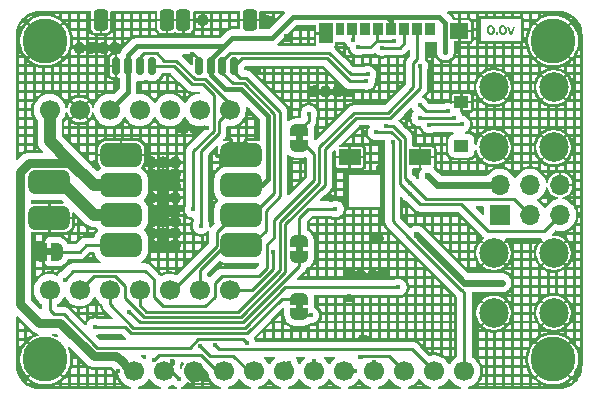
<source format=gbr>
%TF.GenerationSoftware,KiCad,Pcbnew,9.0.1-9.0.1-0~ubuntu22.04.1*%
%TF.CreationDate,2025-04-14T00:42:50-04:00*%
%TF.ProjectId,FlatSat,466c6174-5361-4742-9e6b-696361645f70,rev?*%
%TF.SameCoordinates,Original*%
%TF.FileFunction,Copper,L2,Bot*%
%TF.FilePolarity,Positive*%
%FSLAX46Y46*%
G04 Gerber Fmt 4.6, Leading zero omitted, Abs format (unit mm)*
G04 Created by KiCad (PCBNEW 9.0.1-9.0.1-0~ubuntu22.04.1) date 2025-04-14 00:42:50*
%MOMM*%
%LPD*%
G01*
G04 APERTURE LIST*
G04 Aperture macros list*
%AMRoundRect*
0 Rectangle with rounded corners*
0 $1 Rounding radius*
0 $2 $3 $4 $5 $6 $7 $8 $9 X,Y pos of 4 corners*
0 Add a 4 corners polygon primitive as box body*
4,1,4,$2,$3,$4,$5,$6,$7,$8,$9,$2,$3,0*
0 Add four circle primitives for the rounded corners*
1,1,$1+$1,$2,$3*
1,1,$1+$1,$4,$5*
1,1,$1+$1,$6,$7*
1,1,$1+$1,$8,$9*
0 Add four rect primitives between the rounded corners*
20,1,$1+$1,$2,$3,$4,$5,0*
20,1,$1+$1,$4,$5,$6,$7,0*
20,1,$1+$1,$6,$7,$8,$9,0*
20,1,$1+$1,$8,$9,$2,$3,0*%
%AMFreePoly0*
4,1,23,0.500000,-0.750000,0.000000,-0.750000,0.000000,-0.745722,-0.065263,-0.745722,-0.191342,-0.711940,-0.304381,-0.646677,-0.396677,-0.554381,-0.461940,-0.441342,-0.495722,-0.315263,-0.495722,-0.250000,-0.500000,-0.250000,-0.500000,0.250000,-0.495722,0.250000,-0.495722,0.315263,-0.461940,0.441342,-0.396677,0.554381,-0.304381,0.646677,-0.191342,0.711940,-0.065263,0.745722,0.000000,0.745722,
0.000000,0.750000,0.500000,0.750000,0.500000,-0.750000,0.500000,-0.750000,$1*%
%AMFreePoly1*
4,1,23,0.000000,0.745722,0.065263,0.745722,0.191342,0.711940,0.304381,0.646677,0.396677,0.554381,0.461940,0.441342,0.495722,0.315263,0.495722,0.250000,0.500000,0.250000,0.500000,-0.250000,0.495722,-0.250000,0.495722,-0.315263,0.461940,-0.441342,0.396677,-0.554381,0.304381,-0.646677,0.191342,-0.711940,0.065263,-0.745722,0.000000,-0.745722,0.000000,-0.750000,-0.500000,-0.750000,
-0.500000,0.750000,0.000000,0.750000,0.000000,0.745722,0.000000,0.745722,$1*%
G04 Aperture macros list end*
%ADD10C,0.150000*%
%TA.AperFunction,EtchedComponent*%
%ADD11C,0.000000*%
%TD*%
%TA.AperFunction,ComponentPad*%
%ADD12C,3.800000*%
%TD*%
%TA.AperFunction,ComponentPad*%
%ADD13C,2.500000*%
%TD*%
%TA.AperFunction,ComponentPad*%
%ADD14C,1.700000*%
%TD*%
%TA.AperFunction,ComponentPad*%
%ADD15R,1.700000X1.700000*%
%TD*%
%TA.AperFunction,ComponentPad*%
%ADD16O,1.700000X1.700000*%
%TD*%
%TA.AperFunction,SMDPad,CuDef*%
%ADD17RoundRect,0.500000X1.250000X-0.500000X1.250000X0.500000X-1.250000X0.500000X-1.250000X-0.500000X0*%
%TD*%
%TA.AperFunction,SMDPad,CuDef*%
%ADD18C,1.700000*%
%TD*%
%TA.AperFunction,SMDPad,CuDef*%
%ADD19FreePoly0,0.000000*%
%TD*%
%TA.AperFunction,SMDPad,CuDef*%
%ADD20FreePoly1,0.000000*%
%TD*%
%TA.AperFunction,SMDPad,CuDef*%
%ADD21R,0.850000X1.100000*%
%TD*%
%TA.AperFunction,SMDPad,CuDef*%
%ADD22R,0.750000X1.100000*%
%TD*%
%TA.AperFunction,SMDPad,CuDef*%
%ADD23R,1.200000X1.000000*%
%TD*%
%TA.AperFunction,SMDPad,CuDef*%
%ADD24R,1.550000X1.350000*%
%TD*%
%TA.AperFunction,SMDPad,CuDef*%
%ADD25R,1.900000X1.350000*%
%TD*%
%TA.AperFunction,SMDPad,CuDef*%
%ADD26R,1.170000X1.800000*%
%TD*%
%TA.AperFunction,SMDPad,CuDef*%
%ADD27FreePoly0,270.000000*%
%TD*%
%TA.AperFunction,SMDPad,CuDef*%
%ADD28FreePoly1,270.000000*%
%TD*%
%TA.AperFunction,SMDPad,CuDef*%
%ADD29RoundRect,0.150000X-0.150000X-0.625000X0.150000X-0.625000X0.150000X0.625000X-0.150000X0.625000X0*%
%TD*%
%TA.AperFunction,SMDPad,CuDef*%
%ADD30RoundRect,0.250000X-0.350000X-0.650000X0.350000X-0.650000X0.350000X0.650000X-0.350000X0.650000X0*%
%TD*%
%TA.AperFunction,SMDPad,CuDef*%
%ADD31FreePoly0,90.000000*%
%TD*%
%TA.AperFunction,SMDPad,CuDef*%
%ADD32FreePoly1,90.000000*%
%TD*%
%TA.AperFunction,ViaPad*%
%ADD33C,0.400000*%
%TD*%
%TA.AperFunction,ViaPad*%
%ADD34C,0.600000*%
%TD*%
%TA.AperFunction,Conductor*%
%ADD35C,0.250000*%
%TD*%
%TA.AperFunction,Conductor*%
%ADD36C,0.800000*%
%TD*%
%TA.AperFunction,Conductor*%
%ADD37C,1.000000*%
%TD*%
%TA.AperFunction,Conductor*%
%ADD38C,0.600000*%
%TD*%
%TA.AperFunction,Conductor*%
%ADD39C,0.400000*%
%TD*%
G04 APERTURE END LIST*
D10*
G36*
X18055512Y14006000D02*
G01*
X18308695Y14608498D01*
X18128590Y14608498D01*
X17917906Y14090263D01*
X18007739Y14090263D01*
X17788750Y14608498D01*
X17621395Y14608498D01*
X17875212Y14006000D01*
X18055512Y14006000D01*
G37*
G36*
X17309293Y14797769D02*
G01*
X17366502Y14781901D01*
X17418967Y14755727D01*
X17465343Y14719955D01*
X17505140Y14674405D01*
X17538646Y14617730D01*
X17562108Y14555891D01*
X17577020Y14483306D01*
X17582316Y14398009D01*
X17577020Y14312679D01*
X17562106Y14240079D01*
X17538646Y14178240D01*
X17505143Y14121596D01*
X17465347Y14076061D01*
X17418967Y14040291D01*
X17366502Y14014118D01*
X17309293Y13998249D01*
X17246189Y13992810D01*
X17183086Y13998250D01*
X17125895Y14014120D01*
X17073461Y14040291D01*
X17027051Y14076064D01*
X16987238Y14121600D01*
X16953733Y14178240D01*
X16930272Y14240079D01*
X16915359Y14312679D01*
X16910062Y14398009D01*
X17093049Y14398009D01*
X17095545Y14338875D01*
X17102351Y14291354D01*
X17112588Y14253564D01*
X17128214Y14217895D01*
X17146248Y14191145D01*
X17166517Y14171694D01*
X17190512Y14157311D01*
X17216845Y14148666D01*
X17246189Y14145706D01*
X17275120Y14148646D01*
X17301369Y14157272D01*
X17325568Y14171694D01*
X17346014Y14191170D01*
X17364144Y14217923D01*
X17379790Y14253564D01*
X17390027Y14291354D01*
X17396833Y14338875D01*
X17399330Y14398009D01*
X17396825Y14457454D01*
X17390012Y14504998D01*
X17379790Y14542601D01*
X17364153Y14578111D01*
X17346025Y14604807D01*
X17325568Y14624276D01*
X17301366Y14638726D01*
X17275118Y14647368D01*
X17246189Y14650312D01*
X17216848Y14647347D01*
X17190515Y14638687D01*
X17166517Y14624276D01*
X17146237Y14604831D01*
X17128204Y14578139D01*
X17112588Y14542601D01*
X17102367Y14504998D01*
X17095553Y14457454D01*
X17093049Y14398009D01*
X16910062Y14398009D01*
X16915358Y14483306D01*
X16930271Y14555891D01*
X16953733Y14617730D01*
X16987241Y14674401D01*
X17027054Y14719952D01*
X17073461Y14755727D01*
X17125895Y14781899D01*
X17183086Y14797768D01*
X17246189Y14803208D01*
X17309293Y14797769D01*
G37*
G36*
X16733377Y13997500D02*
G01*
X16762714Y14000996D01*
X16788283Y14011168D01*
X16810997Y14028226D01*
X16828512Y14050446D01*
X16839043Y14076219D01*
X16842700Y14106628D01*
X16838992Y14137721D01*
X16828421Y14163461D01*
X16810997Y14185078D01*
X16788352Y14201556D01*
X16762779Y14211427D01*
X16733377Y14214827D01*
X16704462Y14211445D01*
X16679120Y14201592D01*
X16656489Y14185078D01*
X16639037Y14163458D01*
X16628450Y14137718D01*
X16624738Y14106628D01*
X16628400Y14076223D01*
X16638946Y14050450D01*
X16656489Y14028226D01*
X16679189Y14011130D01*
X16704526Y14000976D01*
X16733377Y13997500D01*
G37*
G36*
X16285427Y14797769D02*
G01*
X16342636Y14781901D01*
X16395101Y14755727D01*
X16441477Y14719955D01*
X16481274Y14674405D01*
X16514780Y14617730D01*
X16538242Y14555891D01*
X16553154Y14483306D01*
X16558450Y14398009D01*
X16553154Y14312679D01*
X16538240Y14240079D01*
X16514780Y14178240D01*
X16481277Y14121596D01*
X16441481Y14076061D01*
X16395101Y14040291D01*
X16342636Y14014118D01*
X16285427Y13998249D01*
X16222323Y13992810D01*
X16159220Y13998250D01*
X16102029Y14014120D01*
X16049595Y14040291D01*
X16003185Y14076064D01*
X15963372Y14121600D01*
X15929867Y14178240D01*
X15906406Y14240079D01*
X15891493Y14312679D01*
X15886196Y14398009D01*
X16069183Y14398009D01*
X16071679Y14338875D01*
X16078485Y14291354D01*
X16088722Y14253564D01*
X16104348Y14217895D01*
X16122382Y14191145D01*
X16142651Y14171694D01*
X16166646Y14157311D01*
X16192979Y14148666D01*
X16222323Y14145706D01*
X16251254Y14148646D01*
X16277503Y14157272D01*
X16301702Y14171694D01*
X16322148Y14191170D01*
X16340278Y14217923D01*
X16355924Y14253564D01*
X16366161Y14291354D01*
X16372967Y14338875D01*
X16375464Y14398009D01*
X16372959Y14457454D01*
X16366146Y14504998D01*
X16355924Y14542601D01*
X16340287Y14578111D01*
X16322159Y14604807D01*
X16301702Y14624276D01*
X16277500Y14638726D01*
X16251252Y14647368D01*
X16222323Y14650312D01*
X16192982Y14647347D01*
X16166649Y14638687D01*
X16142651Y14624276D01*
X16122371Y14604831D01*
X16104338Y14578139D01*
X16088722Y14542601D01*
X16078501Y14504998D01*
X16071687Y14457454D01*
X16069183Y14398009D01*
X15886196Y14398009D01*
X15891492Y14483306D01*
X15906405Y14555891D01*
X15929867Y14617730D01*
X15963375Y14674401D01*
X16003188Y14719952D01*
X16049595Y14755727D01*
X16102029Y14781899D01*
X16159220Y14797768D01*
X16222323Y14803208D01*
X16285427Y14797769D01*
G37*
D11*
%TA.AperFunction,EtchedComponent*%
%TO.C,JP1*%
G36*
X-20930000Y-4670000D02*
G01*
X-21430000Y-4670000D01*
X-21430000Y-4070000D01*
X-20930000Y-4070000D01*
X-20930000Y-4670000D01*
G37*
%TD.AperFunction*%
%TA.AperFunction,EtchedComponent*%
%TO.C,JP2*%
G36*
X300000Y-4400000D02*
G01*
X-300000Y-4400000D01*
X-300000Y-3900000D01*
X300000Y-3900000D01*
X300000Y-4400000D01*
G37*
%TD.AperFunction*%
%TA.AperFunction,EtchedComponent*%
%TO.C,JP3*%
G36*
X300000Y5000000D02*
G01*
X-300000Y5000000D01*
X-300000Y5500000D01*
X300000Y5500000D01*
X300000Y5000000D01*
G37*
%TD.AperFunction*%
%TA.AperFunction,EtchedComponent*%
%TO.C,JP5*%
G36*
X300000Y-9250000D02*
G01*
X-300000Y-9250000D01*
X-300000Y-8750000D01*
X300000Y-8750000D01*
X300000Y-9250000D01*
G37*
%TD.AperFunction*%
%TD*%
D12*
%TO.P,REF\u002A\u002A,1*%
%TO.N,GND*%
X-21500000Y-13500000D03*
%TD*%
D13*
%TO.P,AE1,1*%
%TO.N,GND*%
X21540000Y-4460000D03*
X16460000Y-4460000D03*
X21540000Y-9540000D03*
X16460000Y-9540000D03*
%TD*%
D12*
%TO.P,REF\u002A\u002A,1*%
%TO.N,GND*%
X21500000Y-13500000D03*
%TD*%
D13*
%TO.P,AE2,1*%
%TO.N,GND*%
X21540000Y9540000D03*
X16460000Y9540000D03*
X21540000Y4460000D03*
X16460000Y4460000D03*
%TD*%
D12*
%TO.P,REF\u002A\u002A,1*%
%TO.N,GND*%
X21500000Y13500000D03*
%TD*%
D14*
%TO.P,U1,1,D0*%
%TO.N,LED*%
X-21120000Y-7620000D03*
%TO.P,U1,2,D1*%
%TO.N,CS1*%
X-18580000Y-7620000D03*
%TO.P,U1,3,D2*%
%TO.N,CS2*%
X-16040000Y-7620000D03*
%TO.P,U1,4,D3*%
%TO.N,SD_CS*%
X-13500000Y-7620000D03*
%TO.P,U1,5,SDA*%
%TO.N,SDA*%
X-10960000Y-7620000D03*
%TO.P,U1,6,SCL*%
%TO.N,SCL*%
X-8420000Y-7620000D03*
%TO.P,U1,7,TX*%
%TO.N,MCU_TX*%
X-5880000Y-7620000D03*
%TO.P,U1,8,RX*%
%TO.N,MCU_RX*%
X-5880000Y7620000D03*
%TO.P,U1,9,SCK*%
%TO.N,SCK*%
X-8420000Y7620000D03*
%TO.P,U1,10,MISO*%
%TO.N,MISO*%
X-10960000Y7620000D03*
%TO.P,U1,11,MOSI*%
%TO.N,MOSI*%
X-13500000Y7620000D03*
%TO.P,U1,12,3V3*%
%TO.N,+3V3*%
X-16040000Y7620000D03*
%TO.P,U1,13,GND*%
%TO.N,GND*%
X-18580000Y7620000D03*
%TO.P,U1,14,5V*%
%TO.N,VCC*%
X-21120000Y7620000D03*
%TD*%
D15*
%TO.P,J4,1,Pin_1*%
%TO.N,+3V3*%
X17000000Y-1270000D03*
D16*
%TO.P,J4,2,Pin_2*%
%TO.N,VCC*%
X17000000Y1270000D03*
%TO.P,J4,3,Pin_3*%
%TO.N,SDA*%
X19540000Y-1270000D03*
%TO.P,J4,4,Pin_4*%
%TO.N,VCC*%
X19540000Y1270000D03*
%TO.P,J4,5,Pin_5*%
%TO.N,SCL*%
X22080000Y-1270000D03*
%TO.P,J4,6,Pin_6*%
%TO.N,GND*%
X22080000Y1270000D03*
%TD*%
D12*
%TO.P,REF\u002A\u002A,1*%
%TO.N,GND*%
X-21500000Y13500000D03*
%TD*%
D17*
%TO.P,U4,1,GND*%
%TO.N,GND*%
X-4920000Y3810000D03*
%TO.P,U4,2,3V3*%
%TO.N,+3V3*%
X-4920000Y1270000D03*
%TO.P,U4,3,SDA*%
%TO.N,SDA*%
X-4920000Y-1270000D03*
%TO.P,U4,4,SCL*%
%TO.N,SCL*%
X-4920000Y-3810000D03*
%TO.P,U4,5,GND*%
%TO.N,GND*%
X-15080000Y3810000D03*
%TO.P,U4,6,VCC*%
%TO.N,VCC*%
X-15080000Y1270000D03*
%TO.P,U4,7,VBAT*%
%TO.N,VBAT*%
X-15080000Y-1270000D03*
%TO.P,U4,8,EN*%
%TO.N,Net-(JP1-B)*%
X-15080000Y-3810000D03*
%TD*%
D18*
%TO.P,J5,1,Pin_1*%
%TO.N,VCC*%
X-13970000Y-14500000D03*
%TO.P,J5,2,Pin_2*%
%TO.N,+3V3*%
X-11430000Y-14500000D03*
%TO.P,J5,3,Pin_3*%
%TO.N,GND*%
X-8890000Y-14500000D03*
%TO.P,J5,4,Pin_4*%
%TO.N,SDA*%
X-6350000Y-14500000D03*
%TO.P,J5,5,Pin_5*%
%TO.N,SCL*%
X-3810000Y-14500000D03*
%TO.P,J5,6,Pin_6*%
%TO.N,MCU_RX*%
X-1270000Y-14500000D03*
%TO.P,J5,7,Pin_7*%
%TO.N,MCU_TX*%
X1270000Y-14500000D03*
%TO.P,J5,8,Pin_8*%
%TO.N,MOSI*%
X3810000Y-14500000D03*
%TO.P,J5,9,Pin_9*%
%TO.N,MISO*%
X6350000Y-14500000D03*
%TO.P,J5,10,Pin_10*%
%TO.N,SCK*%
X8890000Y-14500000D03*
%TO.P,J5,11,Pin_11*%
%TO.N,A0*%
X11430000Y-14500000D03*
%TO.P,J5,12,Pin_12*%
%TO.N,A1*%
X13970000Y-14500000D03*
%TD*%
D19*
%TO.P,JP1,1,A*%
%TO.N,GND*%
X-21830000Y-4370000D03*
D20*
%TO.P,JP1,2,B*%
%TO.N,Net-(JP1-B)*%
X-20530000Y-4370000D03*
%TD*%
D17*
%TO.P,J1,1,Pin_1*%
%TO.N,GND*%
X-21150000Y-1500000D03*
%TO.P,J1,2,Pin_2*%
%TO.N,VBAT*%
X-21150000Y1500000D03*
%TD*%
D21*
%TO.P,J7,1,DAT2*%
%TO.N,unconnected-(J7-DAT2-Pad1)*%
X11105000Y14450000D03*
%TO.P,J7,2,DAT3/CD*%
%TO.N,SD_CS*%
X10005000Y14450000D03*
%TO.P,J7,3,CMD*%
%TO.N,MOSI*%
X8905000Y14450000D03*
%TO.P,J7,4,VDD*%
%TO.N,+3V3*%
X7805000Y14450000D03*
%TO.P,J7,5,CLK*%
%TO.N,SCK*%
X6705000Y14450000D03*
%TO.P,J7,6,VSS*%
%TO.N,GND*%
X5605000Y14450000D03*
%TO.P,J7,7,DAT0*%
%TO.N,MISO*%
X4505000Y14450000D03*
D22*
%TO.P,J7,8,DAT1*%
%TO.N,unconnected-(J7-DAT1-Pad8)*%
X3455000Y14450000D03*
D23*
%TO.P,J7,9,SHIELD*%
%TO.N,GND*%
X13740000Y8300000D03*
%TO.P,J7,10*%
%TO.N,N/C*%
X13740000Y4600000D03*
D24*
%TO.P,J7,11*%
%TO.N,GND*%
X13565000Y14325000D03*
D25*
X10240000Y3625000D03*
X4270000Y3625000D03*
D26*
X2245000Y14100000D03*
%TD*%
D27*
%TO.P,JP2,1,A*%
%TO.N,Net-(JP2-A)*%
X0Y-3500000D03*
D28*
%TO.P,JP2,2,B*%
%TO.N,INT*%
X0Y-4800000D03*
%TD*%
D29*
%TO.P,J2,1,Pin_1*%
%TO.N,GND*%
X-15500000Y11350000D03*
%TO.P,J2,2,Pin_2*%
%TO.N,+3V3*%
X-14500000Y11350000D03*
%TO.P,J2,3,Pin_3*%
%TO.N,MCU_RX*%
X-13500000Y11350000D03*
%TO.P,J2,4,Pin_4*%
%TO.N,MCU_TX*%
X-12500000Y11350000D03*
D30*
%TO.P,J2,MP,MountPin*%
%TO.N,GND*%
X-16800000Y15225000D03*
X-11200000Y15225000D03*
%TD*%
D29*
%TO.P,J3,1,Pin_1*%
%TO.N,GND*%
X-8500000Y11350000D03*
%TO.P,J3,2,Pin_2*%
%TO.N,+3V3*%
X-7500000Y11350000D03*
%TO.P,J3,3,Pin_3*%
%TO.N,SDA*%
X-6500000Y11350000D03*
%TO.P,J3,4,Pin_4*%
%TO.N,SCL*%
X-5500000Y11350000D03*
D30*
%TO.P,J3,MP,MountPin*%
%TO.N,GND*%
X-9800000Y15225000D03*
X-4200000Y15225000D03*
%TD*%
D27*
%TO.P,JP3,1,A*%
%TO.N,Net-(JP3-A)*%
X0Y5900000D03*
D28*
%TO.P,JP3,2,B*%
%TO.N,BUSY1*%
X0Y4600000D03*
%TD*%
D31*
%TO.P,JP5,1,A*%
%TO.N,Net-(JP5-A)*%
X0Y-9650000D03*
D32*
%TO.P,JP5,2,B*%
%TO.N,BUSY2*%
X0Y-8350000D03*
%TD*%
D33*
%TO.N,GND*%
X-1120000Y13870000D03*
X5220000Y-6360000D03*
X-15610000Y12880000D03*
X6220000Y-6360000D03*
X-12510000Y-3800000D03*
X-12510000Y-800000D03*
X2240000Y9220000D03*
X-15950000Y-11550000D03*
X-11510000Y1200000D03*
X-9040000Y12400000D03*
X5420000Y-11860000D03*
X-18610000Y12880000D03*
X-8830000Y6100000D03*
X-10510000Y3200000D03*
X-17370000Y-5200000D03*
X-7830000Y6100000D03*
X-12510000Y3200000D03*
X7220000Y-6360000D03*
X-16610000Y12880000D03*
X1240000Y9220000D03*
X-3710000Y11030000D03*
X-4330000Y7650000D03*
X-10510000Y2200000D03*
X-12510000Y1200000D03*
X-11510000Y2200000D03*
X11280000Y12660000D03*
X-11510000Y-2800000D03*
X6650000Y-3210000D03*
X-12510000Y-2800000D03*
X6980000Y2650000D03*
X-10510000Y200000D03*
X-11510000Y-1800000D03*
X-10510000Y-1800000D03*
X-12510000Y200000D03*
X-11510000Y3200000D03*
X-7770000Y-14940000D03*
X-10510000Y-2800000D03*
X-12510000Y2200000D03*
X-10510000Y1200000D03*
X-11510000Y-3800000D03*
X-12510000Y-1800000D03*
X4220000Y-8130000D03*
X-16680000Y-11560000D03*
X-15370000Y-14470000D03*
X-17610000Y12880000D03*
X5560000Y14830000D03*
X-10510000Y-800000D03*
X-18370000Y-5200000D03*
X-11510000Y200000D03*
X-2700000Y15160000D03*
X3240000Y9220000D03*
X-10510000Y-3800000D03*
X-8160000Y15240000D03*
X-11510000Y-800000D03*
X2680000Y-25000D03*
X-9830000Y6100000D03*
X-19370000Y-5200000D03*
X4220000Y-6360000D03*
X-15130000Y-11530000D03*
X-17370000Y2850000D03*
X4240000Y9220000D03*
%TO.N,SCL*%
X5696764Y10040772D03*
X9355000Y549998D03*
X-8366268Y-12358732D03*
X6530000Y5749000D03*
%TO.N,LED*%
X-4440000Y-12105000D03*
%TO.N,CS1*%
X10200000Y11360000D03*
%TO.N,CS2*%
X8400000Y-7380000D03*
%TO.N,SCK*%
X7990000Y13499998D03*
X5000000Y12980000D03*
X12570000Y7505000D03*
X5188768Y-13248768D03*
X10210000Y8020000D03*
%TO.N,MISO*%
X13750000Y6410000D03*
X4560000Y13590000D03*
X11020000Y6390000D03*
X6350000Y-13755000D03*
%TO.N,MOSI*%
X10200000Y6980000D03*
X4710000Y-14470000D03*
X6990137Y12912327D03*
X13136254Y6967378D03*
D34*
%TO.N,VCC*%
X10930000Y2020000D03*
D33*
%TO.N,MCU_TX*%
X1270000Y-13640000D03*
X-2200000Y-4430000D03*
X-8960000Y-790000D03*
%TO.N,MCU_RX*%
X-8310000Y-2170000D03*
X-840000Y-13800000D03*
%TO.N,Net-(JP2-A)*%
X3070000Y-750000D03*
%TO.N,INT*%
X-14400000Y-9447327D03*
%TO.N,Net-(JP3-A)*%
X820000Y7320000D03*
%TO.N,BUSY1*%
X-19850000Y-6730000D03*
%TO.N,Net-(JP5-A)*%
X990000Y-9740000D03*
%TO.N,BUSY2*%
X-17330000Y-10720000D03*
%TO.N,A0*%
X-7150000Y-12305000D03*
%TO.N,A1*%
X7924975Y4884975D03*
D34*
%TO.N,+3V3*%
X17170000Y-7010000D03*
D33*
X-3150000Y1270000D03*
D34*
X9960000Y-2990000D03*
D33*
X-10164039Y-15155000D03*
X-10750000Y-13650000D03*
X12380000Y12540000D03*
%TO.N,SDA*%
X9355000Y1450000D03*
X7390000Y6274000D03*
X5830000Y10650000D03*
X-12297635Y-13555343D03*
%TD*%
D35*
%TO.N,GND*%
X-8500000Y11900000D02*
X-8500000Y11350000D01*
X-9000000Y12400000D02*
X-8500000Y11900000D01*
X-9040000Y12400000D02*
X-9000000Y12400000D01*
%TO.N,SCL*%
X-4920000Y-3810000D02*
X-6350000Y-3810000D01*
X-5580000Y-13210000D02*
X-4290000Y-14500000D01*
X-8420000Y-5957810D02*
X-8420000Y-7620000D01*
X-5500000Y11350000D02*
X-5500000Y10840000D01*
X4311418Y10040772D02*
X2352190Y12000000D01*
X10261998Y-357000D02*
X13735000Y-357000D01*
X7811000Y5749000D02*
X8513000Y5047000D01*
X-2844000Y-2594000D02*
X-4075000Y-3825000D01*
X2352190Y12000000D02*
X-4850000Y12000000D01*
X-7530000Y-13210000D02*
X-5580000Y-13210000D01*
X8513000Y5047000D02*
X8513000Y1391998D01*
X6530000Y5749000D02*
X7811000Y5749000D01*
X-6545000Y-4005000D02*
X-6545000Y-4082810D01*
X13735000Y-357000D02*
X15998000Y-2620000D01*
X20730000Y-2620000D02*
X22080000Y-1270000D01*
X-8145000Y-12595000D02*
X-7530000Y-13210000D01*
X5696764Y10040772D02*
X4311418Y10040772D01*
X-4491000Y10341000D02*
X-1640000Y7490000D01*
X9355000Y549998D02*
X10261998Y-357000D01*
X-4920000Y-2980000D02*
X-4920000Y-3810000D01*
X-4850000Y12000000D02*
X-5500000Y11350000D01*
X-1640000Y300000D02*
X-2844000Y-904000D01*
X8513000Y1391998D02*
X9355000Y549998D01*
X-8145000Y-12580000D02*
X-8145000Y-12595000D01*
X-5500000Y10840000D02*
X-5001000Y10341000D01*
X-5001000Y10341000D02*
X-4491000Y10341000D01*
X-8366268Y-12358732D02*
X-8145000Y-12580000D01*
X15998000Y-2620000D02*
X20730000Y-2620000D01*
X-4290000Y-14500000D02*
X-3810000Y-14500000D01*
X-6545000Y-4082810D02*
X-8420000Y-5957810D01*
X-1640000Y7490000D02*
X-1640000Y300000D01*
X-4075000Y-3825000D02*
X-4920000Y-2980000D01*
X-6350000Y-3810000D02*
X-6545000Y-4005000D01*
X-2844000Y-904000D02*
X-2844000Y-2594000D01*
%TO.N,Net-(JP1-B)*%
X-18600000Y-4370000D02*
X-18040000Y-3810000D01*
X-18040000Y-3810000D02*
X-15080000Y-3810000D01*
X-20530000Y-4370000D02*
X-18600000Y-4370000D01*
%TO.N,LED*%
X-4765000Y-11780000D02*
X-8530000Y-11780000D01*
X-4440000Y-12105000D02*
X-4765000Y-11780000D01*
X-8530000Y-11780000D02*
X-9244000Y-12494000D01*
X-9244000Y-12494000D02*
X-17109280Y-12494000D01*
X-19919281Y-9684000D02*
X-20746000Y-9684000D01*
X-17109280Y-12494000D02*
X-19919281Y-9684000D01*
X-20746000Y-9684000D02*
X-21120000Y-9310000D01*
X-21120000Y-9310000D02*
X-21120000Y-7620000D01*
%TO.N,CS1*%
X10200000Y11360000D02*
X10194000Y11354000D01*
X-15552884Y-6444000D02*
X-17404000Y-6444000D01*
X7680000Y6950000D02*
X4810000Y6950000D01*
X2160000Y1287810D02*
X-1189000Y-2061190D01*
X10194000Y11354000D02*
X10194000Y9464000D01*
X-14736095Y-7260789D02*
X-15552884Y-6444000D01*
X-4961000Y-9901000D02*
X-13121190Y-9901000D01*
X-13121190Y-9901000D02*
X-14736095Y-8286095D01*
X-1189000Y-2061190D02*
X-1189000Y-6129000D01*
X2160000Y4300000D02*
X2160000Y1287810D01*
X-17404000Y-6444000D02*
X-18580000Y-7620000D01*
X10194000Y9464000D02*
X7680000Y6950000D01*
X4810000Y6950000D02*
X2160000Y4300000D01*
X-14736095Y-8286095D02*
X-14736095Y-7260789D01*
X-1189000Y-6129000D02*
X-4961000Y-9901000D01*
%TO.N,CS2*%
X-16040000Y-7620000D02*
X-16040000Y-8810000D01*
X-14047000Y-10803000D02*
X-4587380Y-10803000D01*
X-4587380Y-10803000D02*
X-1164380Y-7380000D01*
X-16040000Y-8810000D02*
X-14047000Y-10803000D01*
X-1164380Y-7380000D02*
X8400000Y-7380000D01*
%TO.N,SCK*%
X5271232Y-13248768D02*
X5290000Y-13230000D01*
X6070000Y12980000D02*
X6195000Y13105000D01*
X5000000Y12980000D02*
X6070000Y12980000D01*
X6589998Y14334998D02*
X6705000Y14450000D01*
X6589998Y13499998D02*
X7990000Y13499998D01*
X12570000Y7505000D02*
X10725000Y7505000D01*
X5188768Y-13248768D02*
X5271232Y-13248768D01*
X10725000Y7505000D02*
X10210000Y8020000D01*
X6589998Y13499998D02*
X6589998Y14334998D01*
X5290000Y-13230000D02*
X7620000Y-13230000D01*
X6195000Y13105000D02*
X6589998Y13499998D01*
X7620000Y-13230000D02*
X8890000Y-14500000D01*
%TO.N,MISO*%
X4560000Y13590000D02*
X4560000Y14395000D01*
X13750000Y6410000D02*
X11040000Y6410000D01*
X11040000Y6410000D02*
X11020000Y6390000D01*
X4560000Y14395000D02*
X4505000Y14450000D01*
%TO.N,MOSI*%
X8552327Y12912327D02*
X8905000Y13265000D01*
X13123632Y6980000D02*
X10200000Y6980000D01*
X6990137Y12912327D02*
X8552327Y12912327D01*
X13136254Y6967378D02*
X13123632Y6980000D01*
X8905000Y13265000D02*
X8905000Y14450000D01*
D36*
%TO.N,VCC*%
X-23599000Y2365322D02*
X-22863322Y3101000D01*
D37*
X-19542500Y3417500D02*
X-21120000Y4995000D01*
D38*
X17000000Y1270000D02*
X11680000Y1270000D01*
D36*
X-22863322Y3101000D02*
X-19226000Y3101000D01*
D38*
X11680000Y1270000D02*
X10930000Y2020000D01*
D36*
X-19226000Y3101000D02*
X-19542500Y3417500D01*
X-13970000Y-14500000D02*
X-14210000Y-14500000D01*
X-14210000Y-14500000D02*
X-14569000Y-14141000D01*
X-14569000Y-14138214D02*
X-15038214Y-13669000D01*
X-23599000Y-8811000D02*
X-23599000Y2365322D01*
X-20220000Y-10410000D02*
X-22000000Y-10410000D01*
X-22000000Y-10410000D02*
X-23599000Y-8811000D01*
X-15038214Y-13669000D02*
X-15041000Y-13669000D01*
X-17410000Y-13220000D02*
X-20220000Y-10410000D01*
D37*
X-17395000Y1270000D02*
X-15080000Y1270000D01*
X-21120000Y4995000D02*
X-21120000Y7620000D01*
X-19542500Y3417500D02*
X-17395000Y1270000D01*
D36*
X-15041000Y-13669000D02*
X-15490000Y-13220000D01*
X-15490000Y-13220000D02*
X-17410000Y-13220000D01*
X-14569000Y-14141000D02*
X-14569000Y-14138214D01*
D35*
%TO.N,MCU_TX*%
X-3955620Y-7620000D02*
X-5880000Y-7620000D01*
X-8175810Y9798000D02*
X-9038132Y9798000D01*
X-8960000Y4140000D02*
X-7244000Y5856000D01*
X-8960000Y-790000D02*
X-8960000Y4140000D01*
X-9038132Y9798000D02*
X-10590132Y11350000D01*
X-7244000Y8866190D02*
X-8175810Y9798000D01*
X-7244000Y5856000D02*
X-7244000Y8866190D01*
X-10590132Y11350000D02*
X-12500000Y11350000D01*
X-2200000Y-5864380D02*
X-3955620Y-7620000D01*
X-2200000Y-4430000D02*
X-2200000Y-5864380D01*
%TO.N,MCU_RX*%
X-8851322Y10249000D02*
X-7989000Y10249000D01*
X-11411000Y11801000D02*
X-10403322Y11801000D01*
X-5880000Y8140000D02*
X-5880000Y7620000D01*
X-5880000Y7620000D02*
X-6793000Y6707000D01*
X-13500000Y11350000D02*
X-13500000Y12124999D01*
X-7989000Y10249000D02*
X-5880000Y8140000D01*
X-6793000Y6707000D02*
X-6793000Y5669190D01*
X-10403322Y11801000D02*
X-8851322Y10249000D01*
X-13500000Y12124999D02*
X-13164999Y12460000D01*
X-12070000Y12460000D02*
X-11411000Y11801000D01*
X-8310000Y4152190D02*
X-8310000Y-2170000D01*
X-6793000Y5669190D02*
X-8310000Y4152190D01*
X-13164999Y12460000D02*
X-12070000Y12460000D01*
D37*
%TO.N,VBAT*%
X-15080000Y-1270000D02*
X-17410000Y-1270000D01*
X-17410000Y-1270000D02*
X-20180000Y1500000D01*
X-20180000Y1500000D02*
X-21150000Y1500000D01*
D35*
%TO.N,Net-(JP2-A)*%
X760000Y-750000D02*
X0Y-1510000D01*
X3070000Y-750000D02*
X760000Y-750000D01*
X0Y-1510000D02*
X0Y-3500000D01*
%TO.N,INT*%
X0Y-5577810D02*
X0Y-4800000D01*
X-4774190Y-10352000D02*
X0Y-5577810D01*
X-14400000Y-9447327D02*
X-13495327Y-10352000D01*
X-13495327Y-10352000D02*
X-4774190Y-10352000D01*
%TO.N,Net-(JP3-A)*%
X820000Y6720000D02*
X820000Y7320000D01*
X0Y5900000D02*
X820000Y6720000D01*
%TO.N,BUSY1*%
X-12324000Y-8206000D02*
X-12324000Y-6709324D01*
X-3417430Y-6444000D02*
X-6564000Y-6444000D01*
X-2091000Y-1687570D02*
X-2091000Y-3111000D01*
X-6564000Y-6444000D02*
X-7170000Y-7050000D01*
X1258000Y3882000D02*
X1258000Y1661430D01*
X-7170000Y-7050000D02*
X-7170000Y-8180000D01*
X-11531000Y-8999000D02*
X-12324000Y-8206000D01*
X540000Y4600000D02*
X1258000Y3882000D01*
X-2750000Y-5776570D02*
X-3417430Y-6444000D01*
X-7170000Y-8180000D02*
X-7989000Y-8999000D01*
X-13040324Y-5993000D02*
X-19113000Y-5993000D01*
X-7989000Y-8999000D02*
X-11531000Y-8999000D01*
X-2091000Y-3111000D02*
X-2750000Y-3770000D01*
X-12324000Y-6709324D02*
X-13040324Y-5993000D01*
X0Y4600000D02*
X540000Y4600000D01*
X-19113000Y-5993000D02*
X-19850000Y-6730000D01*
X-2750000Y-3770000D02*
X-2750000Y-5776570D01*
X1258000Y1661430D02*
X-2091000Y-1687570D01*
%TO.N,Net-(JP5-A)*%
X90000Y-9740000D02*
X0Y-9650000D01*
X990000Y-9740000D02*
X90000Y-9740000D01*
%TO.N,BUSY2*%
X0Y-8350000D02*
X-1496570Y-8350000D01*
X190000Y-8650000D02*
X0Y-8650000D01*
X-1496570Y-8350000D02*
X-4400570Y-11254000D01*
X-14767810Y-10720000D02*
X-17330000Y-10720000D01*
X-14233810Y-11254000D02*
X-14767810Y-10720000D01*
X-4400570Y-11254000D02*
X-14233810Y-11254000D01*
%TO.N,SD_CS*%
X-1640000Y-1874380D02*
X1709000Y1474620D01*
X4623190Y7401000D02*
X7493190Y7401000D01*
X-1640000Y-5942190D02*
X-1640000Y-1874380D01*
X-12934380Y-9450000D02*
X-5147810Y-9450000D01*
X1709000Y1474620D02*
X1709000Y4486810D01*
X10005000Y11965000D02*
X10005000Y14450000D01*
X1709000Y4486810D02*
X4623190Y7401000D01*
X-13500000Y-7620000D02*
X-13500000Y-8884380D01*
X9670000Y9577810D02*
X9670000Y11630000D01*
X7493190Y7401000D02*
X9670000Y9577810D01*
X-5147810Y-9450000D02*
X-1640000Y-5942190D01*
X9670000Y11630000D02*
X10005000Y11965000D01*
X-13500000Y-8884380D02*
X-12934380Y-9450000D01*
%TO.N,A0*%
X-6825000Y-12630000D02*
X9560000Y-12630000D01*
X9560000Y-12630000D02*
X11430000Y-14500000D01*
X-7150000Y-12305000D02*
X-6825000Y-12630000D01*
%TO.N,A1*%
X7924975Y-1814975D02*
X9334000Y-3224000D01*
X13720702Y-7636000D02*
X13746000Y-7636000D01*
X7924975Y4884975D02*
X7924975Y-1814975D01*
X9334000Y-3249298D02*
X13720702Y-7636000D01*
X13970000Y-7860000D02*
X13970000Y-14500000D01*
X9334000Y-3224000D02*
X9334000Y-3249298D01*
X13746000Y-7636000D02*
X13970000Y-7860000D01*
D39*
%TO.N,+3V3*%
X-5650000Y13750000D02*
X-2325000Y13750000D01*
X-6288999Y9364000D02*
X-4895686Y9364000D01*
X-7500000Y11350000D02*
X-7500000Y10575001D01*
D35*
X-10164039Y-15155000D02*
X-10819039Y-14500000D01*
D39*
X-2325000Y13750000D02*
X-550000Y15525000D01*
X11865000Y15525000D02*
X12380000Y15010000D01*
X-14500000Y11350000D02*
X-14500000Y9160000D01*
D35*
X-10819039Y-14500000D02*
X-11430000Y-14500000D01*
D39*
X-6874000Y12526000D02*
X-5650000Y13750000D01*
X-7500000Y11350000D02*
X-7500000Y11975000D01*
D38*
X17000000Y-1270000D02*
X16720000Y-1270000D01*
D39*
X-550000Y15525000D02*
X7400000Y15525000D01*
X-14500000Y12240000D02*
X-13690000Y13050000D01*
X-7500000Y11900000D02*
X-7201000Y12199000D01*
X-2617000Y7085314D02*
X-2617000Y1803000D01*
X-7500000Y10575001D02*
X-6288999Y9364000D01*
X-6882388Y12526000D02*
X-6874000Y12526000D01*
X-14500000Y9160000D02*
X-16040000Y7620000D01*
X7805000Y15120000D02*
X7805000Y14450000D01*
X7400000Y15525000D02*
X11865000Y15525000D01*
X12380000Y15010000D02*
X12380000Y12540000D01*
X-7201000Y12199000D02*
X-7201000Y12207388D01*
X-4895686Y9364000D02*
X-2617000Y7085314D01*
X-6350000Y13050000D02*
X-5650000Y13750000D01*
X-13690000Y13050000D02*
X-6350000Y13050000D01*
X-7500000Y11350000D02*
X-7500000Y11900000D01*
X7400000Y15525000D02*
X7805000Y15120000D01*
X-10750000Y-13650000D02*
X-10750000Y-13820000D01*
X-7201000Y12207388D02*
X-6882388Y12526000D01*
X-3150000Y1270000D02*
X-4920000Y1270000D01*
X-14500000Y11350000D02*
X-14500000Y12240000D01*
X-2617000Y1803000D02*
X-3150000Y1270000D01*
D38*
X9960000Y-2990000D02*
X13980000Y-7010000D01*
D39*
X-10750000Y-13820000D02*
X-11430000Y-14500000D01*
D38*
X13980000Y-7010000D02*
X17170000Y-7010000D01*
D35*
%TO.N,SDA*%
X8964000Y1841000D02*
X9355000Y1450000D01*
X-5851322Y12451000D02*
X-6500000Y11802322D01*
X-8300000Y-13120000D02*
X-6920000Y-14500000D01*
X-6920000Y-14500000D02*
X-6350000Y-14500000D01*
X9355000Y1450000D02*
X10711000Y94000D01*
X5820000Y10640000D02*
X4350000Y10640000D01*
X7923810Y6274000D02*
X8964000Y5233810D01*
X-10720000Y-7620000D02*
X-10960000Y-7620000D01*
X-6500000Y11802322D02*
X-6500000Y11350000D01*
X18176000Y94000D02*
X19540000Y-1270000D01*
X10711000Y94000D02*
X18176000Y94000D01*
X-4920000Y-1270000D02*
X-4920000Y-1820000D01*
X4350000Y10640000D02*
X2539000Y12451000D01*
X7390000Y6274000D02*
X7923810Y6274000D01*
X-6500000Y11350000D02*
X-6500000Y10759000D01*
X-11862292Y-13120000D02*
X-8300000Y-13120000D01*
X-5495000Y-1245000D02*
X-6996000Y-2746000D01*
X-4920000Y-1820000D02*
X-5495000Y-1245000D01*
X-2091000Y599000D02*
X-3960000Y-1270000D01*
X-4677810Y9890000D02*
X-2091000Y7303190D01*
X-3960000Y-1270000D02*
X-4920000Y-1270000D01*
X-2091000Y7303190D02*
X-2091000Y599000D01*
X-5631000Y9890000D02*
X-4677810Y9890000D01*
X8964000Y5233810D02*
X8964000Y1841000D01*
X-12297635Y-13555343D02*
X-11862292Y-13120000D01*
X-6996000Y-3896000D02*
X-10720000Y-7620000D01*
X5830000Y10650000D02*
X5820000Y10640000D01*
X-6500000Y10759000D02*
X-5631000Y9890000D01*
X2539000Y12451000D02*
X-5851322Y12451000D01*
X-6996000Y-2746000D02*
X-6996000Y-3896000D01*
%TD*%
%TA.AperFunction,Conductor*%
%TO.N,GND*%
G36*
X-23830496Y-9853003D02*
G01*
X-22699464Y-10984035D01*
X-22574035Y-11109464D01*
X-22426547Y-11208013D01*
X-22262666Y-11275894D01*
X-22134218Y-11301444D01*
X-22080836Y-11331340D01*
X-22055220Y-11386905D01*
X-22067157Y-11446914D01*
X-22112086Y-11488447D01*
X-22127910Y-11494167D01*
X-22176453Y-11507174D01*
X-22176476Y-11507182D01*
X-22430791Y-11612522D01*
X-22669204Y-11750169D01*
X-22887590Y-11917743D01*
X-22914212Y-11944365D01*
X-22205602Y-12652975D01*
X-22216602Y-12660967D01*
X-22339033Y-12783398D01*
X-22347024Y-12794396D01*
X-23055634Y-12085787D01*
X-23082256Y-12112409D01*
X-23249830Y-12330795D01*
X-23387477Y-12569208D01*
X-23492817Y-12823523D01*
X-23492821Y-12823536D01*
X-23564069Y-13089433D01*
X-23564069Y-13089438D01*
X-23599999Y-13362357D01*
X-23600000Y-13362360D01*
X-23600000Y-13637640D01*
X-23599999Y-13637642D01*
X-23564069Y-13910561D01*
X-23564069Y-13910566D01*
X-23492821Y-14176463D01*
X-23492817Y-14176476D01*
X-23387477Y-14430791D01*
X-23249830Y-14669204D01*
X-23082254Y-14887592D01*
X-23082252Y-14887595D01*
X-23055634Y-14914212D01*
X-22347024Y-14205602D01*
X-22339033Y-14216602D01*
X-22216602Y-14339033D01*
X-22205603Y-14347024D01*
X-22914213Y-15055634D01*
X-22887595Y-15082252D01*
X-22887592Y-15082254D01*
X-22669204Y-15249830D01*
X-22430791Y-15387477D01*
X-22176476Y-15492817D01*
X-22176463Y-15492821D01*
X-21910564Y-15564069D01*
X-21637642Y-15599999D01*
X-21637640Y-15600000D01*
X-21362360Y-15600000D01*
X-21362357Y-15599999D01*
X-21089438Y-15564069D01*
X-21089433Y-15564069D01*
X-20823536Y-15492821D01*
X-20823523Y-15492817D01*
X-20569208Y-15387477D01*
X-20501032Y-15348116D01*
X-20051500Y-15348116D01*
X-20051500Y-15450500D01*
X-19549500Y-15450500D01*
X-19301500Y-15450500D01*
X-18799500Y-15450500D01*
X-18551500Y-15450500D01*
X-18049500Y-15450500D01*
X-17801500Y-15450500D01*
X-17299500Y-15450500D01*
X-17051500Y-15450500D01*
X-16549500Y-15450500D01*
X-16301500Y-15450500D01*
X-15799500Y-15450500D01*
X-15551500Y-15450500D01*
X-15255276Y-15450500D01*
X-15328551Y-15349645D01*
X-15330784Y-15346440D01*
X-15331874Y-15344808D01*
X-15333957Y-15341554D01*
X-15339048Y-15333247D01*
X-15341014Y-15329894D01*
X-15341974Y-15328180D01*
X-15343809Y-15324747D01*
X-15444739Y-15126661D01*
X-15446444Y-15123145D01*
X-15447266Y-15121361D01*
X-15448813Y-15117823D01*
X-15452542Y-15108822D01*
X-15453970Y-15105172D01*
X-15454649Y-15103330D01*
X-15455914Y-15099682D01*
X-15504352Y-14950603D01*
X-15512202Y-14948500D01*
X-15551500Y-14948500D01*
X-15551500Y-15450500D01*
X-15799500Y-15450500D01*
X-15799500Y-14948500D01*
X-16301500Y-14948500D01*
X-16301500Y-15450500D01*
X-16549500Y-15450500D01*
X-16549500Y-14948500D01*
X-17051500Y-14948500D01*
X-17051500Y-15450500D01*
X-17299500Y-15450500D01*
X-17299500Y-14948500D01*
X-17801500Y-14948500D01*
X-17801500Y-15450500D01*
X-18049500Y-15450500D01*
X-18049500Y-14948500D01*
X-18551500Y-14948500D01*
X-18551500Y-15450500D01*
X-18799500Y-15450500D01*
X-18799500Y-14948500D01*
X-19301500Y-14948500D01*
X-19301500Y-15450500D01*
X-19549500Y-15450500D01*
X-19549500Y-14948500D01*
X-19651883Y-14948500D01*
X-19723469Y-15041792D01*
X-19725484Y-15044330D01*
X-19726523Y-15045596D01*
X-19728623Y-15048071D01*
X-19733976Y-15054174D01*
X-19736166Y-15056589D01*
X-19737284Y-15057782D01*
X-19739517Y-15060089D01*
X-19805031Y-15125604D01*
X-19837149Y-15147065D01*
X-19848310Y-15151688D01*
X-19852934Y-15162850D01*
X-19874395Y-15194968D01*
X-19939911Y-15260483D01*
X-19942218Y-15262716D01*
X-19943411Y-15263834D01*
X-19945826Y-15266024D01*
X-19951929Y-15271377D01*
X-19954404Y-15273477D01*
X-19955670Y-15274516D01*
X-19958208Y-15276531D01*
X-20051500Y-15348116D01*
X-20501032Y-15348116D01*
X-20330795Y-15249830D01*
X-20112409Y-15082256D01*
X-20085787Y-15055634D01*
X-20794396Y-14347024D01*
X-20783398Y-14339033D01*
X-20660967Y-14216602D01*
X-20652975Y-14205602D01*
X-19944365Y-14914212D01*
X-19917743Y-14887590D01*
X-19750169Y-14669204D01*
X-19612522Y-14430791D01*
X-19569932Y-14327970D01*
X-19301500Y-14327970D01*
X-19301500Y-14700500D01*
X-18799500Y-14700500D01*
X-18551500Y-14700500D01*
X-18049500Y-14700500D01*
X-17801500Y-14700500D01*
X-17299500Y-14700500D01*
X-17051500Y-14700500D01*
X-16549500Y-14700500D01*
X-16301500Y-14700500D01*
X-15813116Y-14700500D01*
X-15828477Y-14673894D01*
X-15838368Y-14650017D01*
X-15865627Y-14548284D01*
X-15869000Y-14522661D01*
X-15869000Y-14465226D01*
X-15965726Y-14368500D01*
X-16301500Y-14368500D01*
X-16301500Y-14700500D01*
X-16549500Y-14700500D01*
X-16549500Y-14368500D01*
X-17051500Y-14368500D01*
X-17051500Y-14700500D01*
X-17299500Y-14700500D01*
X-17299500Y-14368500D01*
X-17504782Y-14368500D01*
X-17509625Y-14368381D01*
X-17512075Y-14368261D01*
X-17516935Y-14367903D01*
X-17529059Y-14366709D01*
X-17533864Y-14366117D01*
X-17536294Y-14365757D01*
X-17541100Y-14364924D01*
X-17727022Y-14327942D01*
X-17731776Y-14326874D01*
X-17734158Y-14326277D01*
X-17738825Y-14324985D01*
X-17750483Y-14321449D01*
X-17755104Y-14319922D01*
X-17757415Y-14319095D01*
X-17761946Y-14317348D01*
X-17801500Y-14300963D01*
X-17801500Y-14700500D01*
X-18049500Y-14700500D01*
X-18049500Y-14198500D01*
X-18551500Y-14198500D01*
X-18551500Y-14700500D01*
X-18799500Y-14700500D01*
X-18799500Y-14198500D01*
X-19256334Y-14198500D01*
X-19268681Y-14244581D01*
X-19269577Y-14247716D01*
X-19270053Y-14249284D01*
X-19271040Y-14252355D01*
X-19273650Y-14260042D01*
X-19274737Y-14263081D01*
X-19275312Y-14264609D01*
X-19276505Y-14267627D01*
X-19301500Y-14327970D01*
X-19569932Y-14327970D01*
X-19507182Y-14176476D01*
X-19507178Y-14176463D01*
X-19446630Y-13950500D01*
X-19191113Y-13950500D01*
X-18799500Y-13950500D01*
X-18551500Y-13950500D01*
X-18303726Y-13950500D01*
X-18551500Y-13702725D01*
X-18551500Y-13950500D01*
X-18799500Y-13950500D01*
X-18799500Y-13454725D01*
X-18805725Y-13448500D01*
X-19152000Y-13448500D01*
X-19152000Y-13641700D01*
X-19152054Y-13644966D01*
X-19152108Y-13646602D01*
X-19152266Y-13649811D01*
X-19152797Y-13657912D01*
X-19153060Y-13661120D01*
X-19153220Y-13662748D01*
X-19153592Y-13665987D01*
X-19190583Y-13946964D01*
X-19191051Y-13950121D01*
X-19191113Y-13950500D01*
X-19446630Y-13950500D01*
X-19435930Y-13910566D01*
X-19435930Y-13910561D01*
X-19400000Y-13637642D01*
X-19400000Y-13362357D01*
X-19435930Y-13089438D01*
X-19435930Y-13089433D01*
X-19507178Y-12823536D01*
X-19507182Y-12823523D01*
X-19612523Y-12569205D01*
X-19616603Y-12562139D01*
X-19629321Y-12502290D01*
X-19604433Y-12446396D01*
X-19551443Y-12415806D01*
X-19490593Y-12422204D01*
X-19460863Y-12442636D01*
X-17984036Y-13919464D01*
X-17932235Y-13954076D01*
X-17836547Y-14018013D01*
X-17760477Y-14049522D01*
X-17672666Y-14085895D01*
X-17498692Y-14120500D01*
X-17498691Y-14120500D01*
X-15904008Y-14120500D01*
X-15845817Y-14139407D01*
X-15834004Y-14149496D01*
X-15615036Y-14368464D01*
X-15614754Y-14368652D01*
X-15599748Y-14380964D01*
X-15333093Y-14647619D01*
X-15305319Y-14702131D01*
X-15287246Y-14816243D01*
X-15221557Y-15018412D01*
X-15125051Y-15207816D01*
X-15125049Y-15207819D01*
X-15114675Y-15222097D01*
X-15000104Y-15379792D01*
X-14849792Y-15530104D01*
X-14677816Y-15655051D01*
X-14488412Y-15751557D01*
X-14319791Y-15806345D01*
X-14270292Y-15842309D01*
X-14251385Y-15900500D01*
X-14270292Y-15958691D01*
X-14319792Y-15994655D01*
X-14350385Y-15999500D01*
X-21996759Y-15999500D01*
X-22003233Y-15999288D01*
X-22007590Y-15999002D01*
X-22234093Y-15984155D01*
X-22241704Y-15983360D01*
X-22291092Y-15976260D01*
X-22296319Y-15975365D01*
X-22498198Y-15935209D01*
X-22506774Y-15933101D01*
X-22546483Y-15921442D01*
X-22550416Y-15920198D01*
X-22754299Y-15850988D01*
X-22763603Y-15847295D01*
X-22783542Y-15838189D01*
X-22786201Y-15836927D01*
X-22975317Y-15743666D01*
X-20801500Y-15743666D01*
X-20801500Y-15751500D01*
X-20299500Y-15751500D01*
X-20051500Y-15751500D01*
X-19549500Y-15751500D01*
X-19301500Y-15751500D01*
X-18799500Y-15751500D01*
X-18551500Y-15751500D01*
X-18049500Y-15751500D01*
X-17801500Y-15751500D01*
X-17299500Y-15751500D01*
X-17051500Y-15751500D01*
X-16549500Y-15751500D01*
X-16301500Y-15751500D01*
X-15799500Y-15751500D01*
X-15551500Y-15751500D01*
X-15049500Y-15751500D01*
X-15049500Y-15698500D01*
X-15551500Y-15698500D01*
X-15551500Y-15751500D01*
X-15799500Y-15751500D01*
X-15799500Y-15698500D01*
X-16301500Y-15698500D01*
X-16301500Y-15751500D01*
X-16549500Y-15751500D01*
X-16549500Y-15698500D01*
X-17051500Y-15698500D01*
X-17051500Y-15751500D01*
X-17299500Y-15751500D01*
X-17299500Y-15698500D01*
X-17801500Y-15698500D01*
X-17801500Y-15751500D01*
X-18049500Y-15751500D01*
X-18049500Y-15698500D01*
X-18551500Y-15698500D01*
X-18551500Y-15751500D01*
X-18799500Y-15751500D01*
X-18799500Y-15698500D01*
X-19301500Y-15698500D01*
X-19301500Y-15751500D01*
X-19549500Y-15751500D01*
X-19549500Y-15698500D01*
X-20051500Y-15698500D01*
X-20051500Y-15751500D01*
X-20299500Y-15751500D01*
X-20299500Y-15698500D01*
X-20672030Y-15698500D01*
X-20732374Y-15723495D01*
X-20735391Y-15724688D01*
X-20736919Y-15725263D01*
X-20739958Y-15726350D01*
X-20747645Y-15728960D01*
X-20750716Y-15729947D01*
X-20752284Y-15730423D01*
X-20755419Y-15731319D01*
X-20801500Y-15743666D01*
X-22975317Y-15743666D01*
X-22993930Y-15734487D01*
X-23005145Y-15728012D01*
X-23211825Y-15589913D01*
X-23222099Y-15582029D01*
X-23408981Y-15418138D01*
X-23418138Y-15408981D01*
X-23427093Y-15398770D01*
X-23051500Y-15398770D01*
X-22974081Y-15450500D01*
X-22815006Y-15450500D01*
X-22816954Y-15449056D01*
X-23041792Y-15276531D01*
X-23044330Y-15274516D01*
X-23045596Y-15273477D01*
X-23048066Y-15271382D01*
X-23051500Y-15268370D01*
X-23051500Y-15398770D01*
X-23427093Y-15398770D01*
X-23582029Y-15222099D01*
X-23589913Y-15211825D01*
X-23728012Y-15005145D01*
X-23734487Y-14993930D01*
X-23836927Y-14786201D01*
X-23838189Y-14783542D01*
X-23847295Y-14763603D01*
X-23850988Y-14754299D01*
X-23920198Y-14550416D01*
X-23921442Y-14546483D01*
X-23933101Y-14506774D01*
X-23935209Y-14498198D01*
X-23975365Y-14296319D01*
X-23976260Y-14291092D01*
X-23983360Y-14241704D01*
X-23983965Y-14235908D01*
X-23733642Y-14235908D01*
X-23731350Y-14251856D01*
X-23693270Y-14443293D01*
X-23684361Y-14473638D01*
X-23618574Y-14667436D01*
X-23613523Y-14678496D01*
X-23602672Y-14700500D01*
X-23518129Y-14700500D01*
X-23604278Y-14551284D01*
X-23605845Y-14548463D01*
X-23606616Y-14547021D01*
X-23608100Y-14544133D01*
X-23611691Y-14536852D01*
X-23613069Y-14533941D01*
X-23613745Y-14532450D01*
X-23615043Y-14529455D01*
X-23723495Y-14267626D01*
X-23724688Y-14264609D01*
X-23725263Y-14263081D01*
X-23726350Y-14260042D01*
X-23728960Y-14252355D01*
X-23729947Y-14249284D01*
X-23730423Y-14247716D01*
X-23731319Y-14244581D01*
X-23733642Y-14235908D01*
X-23983965Y-14235908D01*
X-23984155Y-14234093D01*
X-23999288Y-14003235D01*
X-23999500Y-13996759D01*
X-23999500Y-12450500D01*
X-23751500Y-12450500D01*
X-23605269Y-12450500D01*
X-23604278Y-12448716D01*
X-23462578Y-12203283D01*
X-23460922Y-12200520D01*
X-23460058Y-12199130D01*
X-23458288Y-12196385D01*
X-23453777Y-12189635D01*
X-23451948Y-12186992D01*
X-23450996Y-12185663D01*
X-23449056Y-12183047D01*
X-23299500Y-11988142D01*
X-23299500Y-11948500D01*
X-23751500Y-11948500D01*
X-23751500Y-12450500D01*
X-23999500Y-12450500D01*
X-23999500Y-11700500D01*
X-23751500Y-11700500D01*
X-23299500Y-11700500D01*
X-23051500Y-11700500D01*
X-23011858Y-11700500D01*
X-22816953Y-11550944D01*
X-22814337Y-11549004D01*
X-22813008Y-11548052D01*
X-22810365Y-11546223D01*
X-22803615Y-11541712D01*
X-22800870Y-11539942D01*
X-22799480Y-11539078D01*
X-22796717Y-11537422D01*
X-22573131Y-11408335D01*
X-22716881Y-11312285D01*
X-22720879Y-11309468D01*
X-22722849Y-11308006D01*
X-22726648Y-11305040D01*
X-22736065Y-11297313D01*
X-22739739Y-11294145D01*
X-22741559Y-11292496D01*
X-22745091Y-11289135D01*
X-22835726Y-11198500D01*
X-23051500Y-11198500D01*
X-23051500Y-11700500D01*
X-23299500Y-11700500D01*
X-23299500Y-11198500D01*
X-23751500Y-11198500D01*
X-23751500Y-11700500D01*
X-23999500Y-11700500D01*
X-23999500Y-10950500D01*
X-23751500Y-10950500D01*
X-23299500Y-10950500D01*
X-23299500Y-10734725D01*
X-23585725Y-10448500D01*
X-23751500Y-10448500D01*
X-23751500Y-10950500D01*
X-23999500Y-10950500D01*
X-23999500Y-9923007D01*
X-23980593Y-9864816D01*
X-23931093Y-9828852D01*
X-23869907Y-9828852D01*
X-23830496Y-9853003D01*
G37*
%TD.AperFunction*%
%TA.AperFunction,Conductor*%
G36*
X-8302350Y-14009093D02*
G01*
X-8277291Y-14027299D01*
X-7723656Y-14580933D01*
X-7695881Y-14635447D01*
X-7667246Y-14816243D01*
X-7601557Y-15018412D01*
X-7505051Y-15207816D01*
X-7505049Y-15207819D01*
X-7494675Y-15222097D01*
X-7380104Y-15379792D01*
X-7229792Y-15530104D01*
X-7057816Y-15655051D01*
X-6868412Y-15751557D01*
X-6699791Y-15806345D01*
X-6650292Y-15842309D01*
X-6631385Y-15900500D01*
X-6650292Y-15958691D01*
X-6699792Y-15994655D01*
X-6730385Y-15999500D01*
X-9874642Y-15999500D01*
X-9932833Y-15980593D01*
X-9968797Y-15931093D01*
X-9968797Y-15869907D01*
X-9932833Y-15820407D01*
X-9912527Y-15809036D01*
X-9832232Y-15775777D01*
X-9832221Y-15775771D01*
X-9795897Y-15751500D01*
X-8801500Y-15751500D01*
X-8299500Y-15751500D01*
X-8051500Y-15751500D01*
X-7549500Y-15751500D01*
X-7549500Y-15698500D01*
X-8051500Y-15698500D01*
X-8051500Y-15751500D01*
X-8299500Y-15751500D01*
X-8299500Y-15698500D01*
X-8801500Y-15698500D01*
X-8801500Y-15751500D01*
X-9795897Y-15751500D01*
X-9717497Y-15699114D01*
X-9619928Y-15601545D01*
X-9619925Y-15601542D01*
X-9572194Y-15530108D01*
X-9543262Y-15486809D01*
X-9543262Y-15486808D01*
X-9537361Y-15472562D01*
X-9497623Y-15426037D01*
X-9438128Y-15411755D01*
X-9390885Y-15428142D01*
X-9387356Y-15430500D01*
X-9196276Y-15509648D01*
X-9196269Y-15509650D01*
X-9054164Y-15537915D01*
X-9143550Y-15448529D01*
X-8801500Y-15448529D01*
X-8801500Y-15450500D01*
X-8299500Y-15450500D01*
X-8051500Y-15450500D01*
X-7635276Y-15450500D01*
X-7653518Y-15425391D01*
X-7691716Y-15435627D01*
X-7717339Y-15439000D01*
X-7822661Y-15439000D01*
X-7848284Y-15435627D01*
X-7950017Y-15408368D01*
X-7973894Y-15398478D01*
X-8051500Y-15353672D01*
X-8051500Y-15450500D01*
X-8299500Y-15450500D01*
X-8299500Y-15246793D01*
X-8432373Y-15335576D01*
X-8449488Y-15344724D01*
X-8604178Y-15408799D01*
X-8622750Y-15414433D01*
X-8786968Y-15447098D01*
X-8801500Y-15448529D01*
X-9143550Y-15448529D01*
X-9421036Y-15171044D01*
X-9448813Y-15116527D01*
X-9439242Y-15056095D01*
X-9421036Y-15031036D01*
X-8417299Y-14027299D01*
X-8362782Y-13999522D01*
X-8302350Y-14009093D01*
G37*
%TD.AperFunction*%
%TA.AperFunction,Conductor*%
G36*
X22003234Y15999288D02*
G01*
X22232553Y15984257D01*
X22240167Y15983461D01*
X22293278Y15975825D01*
X22298503Y15974931D01*
X22496875Y15935473D01*
X22505455Y15933364D01*
X22549218Y15920513D01*
X22553146Y15919270D01*
X22753174Y15851370D01*
X22762479Y15847677D01*
X22787156Y15836407D01*
X22789815Y15835144D01*
X22993932Y15734485D01*
X23005148Y15728010D01*
X23211824Y15589913D01*
X23222097Y15582030D01*
X23408981Y15418138D01*
X23418138Y15408981D01*
X23582030Y15222097D01*
X23589913Y15211824D01*
X23728010Y15005148D01*
X23734485Y14993932D01*
X23835144Y14789815D01*
X23836407Y14787156D01*
X23847677Y14762479D01*
X23851370Y14753174D01*
X23919270Y14553146D01*
X23920513Y14549218D01*
X23933364Y14505455D01*
X23935473Y14496875D01*
X23974931Y14298503D01*
X23975825Y14293278D01*
X23983461Y14240167D01*
X23984257Y14232553D01*
X23999288Y14003234D01*
X23999500Y13996759D01*
X23999500Y-13996759D01*
X23999288Y-14003234D01*
X23984257Y-14232553D01*
X23983461Y-14240167D01*
X23975825Y-14293278D01*
X23974931Y-14298503D01*
X23935473Y-14496875D01*
X23933364Y-14505455D01*
X23920513Y-14549218D01*
X23919270Y-14553146D01*
X23851370Y-14753174D01*
X23847677Y-14762479D01*
X23836407Y-14787156D01*
X23835144Y-14789815D01*
X23734485Y-14993932D01*
X23728010Y-15005148D01*
X23589913Y-15211824D01*
X23582030Y-15222097D01*
X23418138Y-15408981D01*
X23408981Y-15418138D01*
X23222097Y-15582030D01*
X23211824Y-15589913D01*
X23005148Y-15728010D01*
X22993932Y-15734485D01*
X22789815Y-15835144D01*
X22787156Y-15836407D01*
X22762479Y-15847677D01*
X22753174Y-15851370D01*
X22553146Y-15919270D01*
X22549218Y-15920513D01*
X22505455Y-15933364D01*
X22496875Y-15935473D01*
X22298503Y-15974931D01*
X22293278Y-15975825D01*
X22240167Y-15983461D01*
X22232553Y-15984257D01*
X22003234Y-15999288D01*
X21996759Y-15999500D01*
X14350385Y-15999500D01*
X14292194Y-15980593D01*
X14256230Y-15931093D01*
X14256230Y-15869907D01*
X14292194Y-15820407D01*
X14319790Y-15806345D01*
X14488412Y-15751557D01*
X14488524Y-15751500D01*
X15198500Y-15751500D01*
X15700500Y-15751500D01*
X15948500Y-15751500D01*
X16450500Y-15751500D01*
X16698500Y-15751500D01*
X17200500Y-15751500D01*
X17448500Y-15751500D01*
X17950500Y-15751500D01*
X18198500Y-15751500D01*
X18700500Y-15751500D01*
X18948500Y-15751500D01*
X19450500Y-15751500D01*
X19698500Y-15751500D01*
X20200500Y-15751500D01*
X20448500Y-15751500D01*
X20830736Y-15751500D01*
X20755419Y-15731319D01*
X20752284Y-15730423D01*
X20750716Y-15729947D01*
X20747645Y-15728960D01*
X20739958Y-15726350D01*
X20736919Y-15725263D01*
X20735391Y-15724688D01*
X20732374Y-15723495D01*
X20672030Y-15698500D01*
X20448500Y-15698500D01*
X20448500Y-15751500D01*
X20200500Y-15751500D01*
X20200500Y-15698500D01*
X19698500Y-15698500D01*
X19698500Y-15751500D01*
X19450500Y-15751500D01*
X19450500Y-15698500D01*
X18948500Y-15698500D01*
X18948500Y-15751500D01*
X18700500Y-15751500D01*
X18700500Y-15698500D01*
X18198500Y-15698500D01*
X18198500Y-15751500D01*
X17950500Y-15751500D01*
X17950500Y-15698500D01*
X17448500Y-15698500D01*
X17448500Y-15751500D01*
X17200500Y-15751500D01*
X17200500Y-15698500D01*
X16698500Y-15698500D01*
X16698500Y-15751500D01*
X16450500Y-15751500D01*
X16450500Y-15698500D01*
X15948500Y-15698500D01*
X15948500Y-15751500D01*
X15700500Y-15751500D01*
X15700500Y-15698500D01*
X15198500Y-15698500D01*
X15198500Y-15751500D01*
X14488524Y-15751500D01*
X14677816Y-15655051D01*
X14849792Y-15530104D01*
X14929396Y-15450500D01*
X15255276Y-15450500D01*
X15700500Y-15450500D01*
X15948500Y-15450500D01*
X16450500Y-15450500D01*
X16698500Y-15450500D01*
X17200500Y-15450500D01*
X17448500Y-15450500D01*
X17950500Y-15450500D01*
X18198500Y-15450500D01*
X18700500Y-15450500D01*
X18948500Y-15450500D01*
X19450500Y-15450500D01*
X19698500Y-15450500D01*
X20184994Y-15450500D01*
X20183046Y-15449056D01*
X19958208Y-15276531D01*
X19955670Y-15274516D01*
X19954404Y-15273477D01*
X19951929Y-15271377D01*
X19945826Y-15266024D01*
X19943411Y-15263834D01*
X19942218Y-15262716D01*
X19939911Y-15260483D01*
X19874395Y-15194968D01*
X19852934Y-15162850D01*
X19848310Y-15151688D01*
X19837149Y-15147065D01*
X19805031Y-15125604D01*
X19739517Y-15060089D01*
X19737284Y-15057782D01*
X19736166Y-15056589D01*
X19733976Y-15054174D01*
X19728623Y-15048071D01*
X19726523Y-15045596D01*
X19725484Y-15044330D01*
X19723469Y-15041792D01*
X19698500Y-15009251D01*
X19698500Y-15450500D01*
X19450500Y-15450500D01*
X19450500Y-14948500D01*
X18948500Y-14948500D01*
X18948500Y-15450500D01*
X18700500Y-15450500D01*
X18700500Y-14948500D01*
X18198500Y-14948500D01*
X18198500Y-15450500D01*
X17950500Y-15450500D01*
X17950500Y-14948500D01*
X17448500Y-14948500D01*
X17448500Y-15450500D01*
X17200500Y-15450500D01*
X17200500Y-14948500D01*
X16698500Y-14948500D01*
X16698500Y-15450500D01*
X16450500Y-15450500D01*
X16450500Y-14948500D01*
X15948500Y-14948500D01*
X15948500Y-15450500D01*
X15700500Y-15450500D01*
X15700500Y-14948500D01*
X15505036Y-14948500D01*
X15455914Y-15099682D01*
X15454649Y-15103330D01*
X15453970Y-15105172D01*
X15452542Y-15108822D01*
X15448813Y-15117823D01*
X15447266Y-15121361D01*
X15446444Y-15123145D01*
X15444739Y-15126661D01*
X15343809Y-15324747D01*
X15341974Y-15328180D01*
X15341014Y-15329894D01*
X15339048Y-15333247D01*
X15333957Y-15341554D01*
X15331874Y-15344808D01*
X15330784Y-15346440D01*
X15328551Y-15349645D01*
X15255276Y-15450500D01*
X14929396Y-15450500D01*
X15000104Y-15379792D01*
X15114675Y-15222097D01*
X15125049Y-15207819D01*
X15125051Y-15207816D01*
X15221557Y-15018412D01*
X15287246Y-14816243D01*
X15292004Y-14786201D01*
X15320500Y-14606290D01*
X15320500Y-14393709D01*
X15289581Y-14198500D01*
X15540673Y-14198500D01*
X15566209Y-14359730D01*
X15566741Y-14363577D01*
X15566972Y-14365528D01*
X15567354Y-14369404D01*
X15568118Y-14379116D01*
X15568347Y-14382998D01*
X15568424Y-14384960D01*
X15568500Y-14388842D01*
X15568500Y-14611158D01*
X15568424Y-14615040D01*
X15568347Y-14617002D01*
X15568118Y-14620884D01*
X15567354Y-14630596D01*
X15566972Y-14634472D01*
X15566741Y-14636423D01*
X15566209Y-14640270D01*
X15556670Y-14700500D01*
X15700500Y-14700500D01*
X15948500Y-14700500D01*
X16450500Y-14700500D01*
X16698500Y-14700500D01*
X17200500Y-14700500D01*
X17448500Y-14700500D01*
X17950500Y-14700500D01*
X18198500Y-14700500D01*
X18700500Y-14700500D01*
X18948500Y-14700500D01*
X19450500Y-14700500D01*
X19450500Y-14646162D01*
X19395722Y-14551284D01*
X19394155Y-14548463D01*
X19393384Y-14547021D01*
X19391900Y-14544133D01*
X19388309Y-14536852D01*
X19386931Y-14533941D01*
X19386255Y-14532450D01*
X19384957Y-14529455D01*
X19276505Y-14267626D01*
X19275312Y-14264609D01*
X19274737Y-14263081D01*
X19273650Y-14260042D01*
X19271040Y-14252355D01*
X19270053Y-14249284D01*
X19269577Y-14247716D01*
X19268681Y-14244581D01*
X19256334Y-14198500D01*
X18948500Y-14198500D01*
X18948500Y-14700500D01*
X18700500Y-14700500D01*
X18700500Y-14198500D01*
X18198500Y-14198500D01*
X18198500Y-14700500D01*
X17950500Y-14700500D01*
X17950500Y-14198500D01*
X17448500Y-14198500D01*
X17448500Y-14700500D01*
X17200500Y-14700500D01*
X17200500Y-14198500D01*
X16698500Y-14198500D01*
X16698500Y-14700500D01*
X16450500Y-14700500D01*
X16450500Y-14198500D01*
X15948500Y-14198500D01*
X15948500Y-14700500D01*
X15700500Y-14700500D01*
X15700500Y-14198500D01*
X15540673Y-14198500D01*
X15289581Y-14198500D01*
X15287247Y-14183761D01*
X15274188Y-14143570D01*
X15221557Y-13981588D01*
X15125051Y-13792184D01*
X15125049Y-13792180D01*
X15000108Y-13620213D01*
X15000106Y-13620211D01*
X15000104Y-13620208D01*
X14851249Y-13471353D01*
X15198500Y-13471353D01*
X15328551Y-13650355D01*
X15330784Y-13653560D01*
X15331874Y-13655192D01*
X15333957Y-13658446D01*
X15339048Y-13666753D01*
X15341014Y-13670106D01*
X15341974Y-13671820D01*
X15343809Y-13675253D01*
X15444739Y-13873339D01*
X15446444Y-13876855D01*
X15447266Y-13878639D01*
X15448813Y-13882177D01*
X15452542Y-13891178D01*
X15453970Y-13894828D01*
X15454649Y-13896670D01*
X15455914Y-13900318D01*
X15472219Y-13950500D01*
X15700500Y-13950500D01*
X15948500Y-13950500D01*
X16450500Y-13950500D01*
X16698500Y-13950500D01*
X17200500Y-13950500D01*
X17448500Y-13950500D01*
X17950500Y-13950500D01*
X18198500Y-13950500D01*
X18700500Y-13950500D01*
X18948500Y-13950500D01*
X19191113Y-13950500D01*
X19191051Y-13950121D01*
X19190583Y-13946964D01*
X19153592Y-13665987D01*
X19153220Y-13662748D01*
X19153060Y-13661120D01*
X19152797Y-13657912D01*
X19152266Y-13649811D01*
X19152108Y-13646602D01*
X19152054Y-13644966D01*
X19152000Y-13641700D01*
X19152000Y-13448500D01*
X18948500Y-13448500D01*
X18948500Y-13950500D01*
X18700500Y-13950500D01*
X18700500Y-13448500D01*
X18198500Y-13448500D01*
X18198500Y-13950500D01*
X17950500Y-13950500D01*
X17950500Y-13448500D01*
X17448500Y-13448500D01*
X17448500Y-13950500D01*
X17200500Y-13950500D01*
X17200500Y-13448500D01*
X16698500Y-13448500D01*
X16698500Y-13950500D01*
X16450500Y-13950500D01*
X16450500Y-13448500D01*
X15948500Y-13448500D01*
X15948500Y-13950500D01*
X15700500Y-13950500D01*
X15700500Y-13448500D01*
X15198500Y-13448500D01*
X15198500Y-13471353D01*
X14851249Y-13471353D01*
X14849792Y-13469896D01*
X14849788Y-13469893D01*
X14849786Y-13469891D01*
X14701778Y-13362357D01*
X19400000Y-13362357D01*
X19400000Y-13637642D01*
X19435930Y-13910561D01*
X19435930Y-13910566D01*
X19507178Y-14176463D01*
X19507182Y-14176476D01*
X19612522Y-14430791D01*
X19750169Y-14669204D01*
X19917743Y-14887590D01*
X19944365Y-14914212D01*
X20652974Y-14205601D01*
X20660967Y-14216602D01*
X20783398Y-14339033D01*
X20794396Y-14347024D01*
X20085787Y-15055634D01*
X20112409Y-15082256D01*
X20330795Y-15249830D01*
X20569208Y-15387477D01*
X20823523Y-15492817D01*
X20823536Y-15492821D01*
X21089435Y-15564069D01*
X21362357Y-15599999D01*
X21362360Y-15600000D01*
X21637640Y-15600000D01*
X21637642Y-15599999D01*
X21910561Y-15564069D01*
X21910566Y-15564069D01*
X22176463Y-15492821D01*
X22176476Y-15492817D01*
X22278639Y-15450500D01*
X22815006Y-15450500D01*
X22974082Y-15450500D01*
X23065920Y-15389135D01*
X23200500Y-15271111D01*
X23200500Y-15120070D01*
X23194964Y-15125606D01*
X23162848Y-15147065D01*
X23151687Y-15151687D01*
X23147065Y-15162848D01*
X23125606Y-15194964D01*
X23060093Y-15260480D01*
X23057784Y-15262715D01*
X23056591Y-15263833D01*
X23054171Y-15266028D01*
X23048066Y-15271382D01*
X23045596Y-15273477D01*
X23044330Y-15274516D01*
X23041792Y-15276531D01*
X22816954Y-15449056D01*
X22815006Y-15450500D01*
X22278639Y-15450500D01*
X22430791Y-15387477D01*
X22669204Y-15249830D01*
X22887592Y-15082254D01*
X22887595Y-15082252D01*
X22914213Y-15055634D01*
X22205603Y-14347024D01*
X22216602Y-14339033D01*
X22339033Y-14216602D01*
X22347024Y-14205602D01*
X23055634Y-14914212D01*
X23082252Y-14887595D01*
X23082254Y-14887592D01*
X23225816Y-14700500D01*
X23518129Y-14700500D01*
X23602672Y-14700500D01*
X23611754Y-14682081D01*
X23618952Y-14666321D01*
X23683435Y-14476359D01*
X23693537Y-14441961D01*
X23730917Y-14254033D01*
X23733384Y-14236870D01*
X23731319Y-14244581D01*
X23730423Y-14247716D01*
X23729947Y-14249284D01*
X23728960Y-14252355D01*
X23726350Y-14260042D01*
X23725263Y-14263081D01*
X23724688Y-14264609D01*
X23723495Y-14267626D01*
X23615043Y-14529455D01*
X23613745Y-14532450D01*
X23613069Y-14533941D01*
X23611691Y-14536852D01*
X23608100Y-14544133D01*
X23606616Y-14547021D01*
X23605845Y-14548463D01*
X23604278Y-14551284D01*
X23518129Y-14700500D01*
X23225816Y-14700500D01*
X23249830Y-14669204D01*
X23387477Y-14430791D01*
X23492817Y-14176476D01*
X23492821Y-14176463D01*
X23564069Y-13910566D01*
X23564069Y-13910561D01*
X23599999Y-13637642D01*
X23600000Y-13637640D01*
X23600000Y-13362360D01*
X23599999Y-13362357D01*
X23564069Y-13089438D01*
X23564069Y-13089433D01*
X23492821Y-12823536D01*
X23492817Y-12823523D01*
X23387477Y-12569208D01*
X23249830Y-12330795D01*
X23135902Y-12182322D01*
X23448500Y-12182322D01*
X23449056Y-12183047D01*
X23450996Y-12185663D01*
X23451948Y-12186992D01*
X23453777Y-12189635D01*
X23458288Y-12196385D01*
X23460058Y-12199130D01*
X23460922Y-12200520D01*
X23462578Y-12203283D01*
X23604278Y-12448716D01*
X23605269Y-12450500D01*
X23751500Y-12450500D01*
X23751500Y-11948500D01*
X23448500Y-11948500D01*
X23448500Y-12182322D01*
X23135902Y-12182322D01*
X23082256Y-12112409D01*
X23055634Y-12085787D01*
X22347024Y-12794396D01*
X22339033Y-12783398D01*
X22216602Y-12660967D01*
X22205601Y-12652974D01*
X22914212Y-11944365D01*
X22887590Y-11917743D01*
X22669204Y-11750169D01*
X22430791Y-11612522D01*
X22176476Y-11507182D01*
X22176463Y-11507178D01*
X22077706Y-11480716D01*
X22698500Y-11480716D01*
X22796717Y-11537422D01*
X22799480Y-11539078D01*
X22800870Y-11539942D01*
X22803615Y-11541712D01*
X22810365Y-11546223D01*
X22813008Y-11548052D01*
X22814337Y-11549004D01*
X22816953Y-11550944D01*
X23011858Y-11700500D01*
X23200500Y-11700500D01*
X23448500Y-11700500D01*
X23751500Y-11700500D01*
X23751500Y-11198500D01*
X23448500Y-11198500D01*
X23448500Y-11700500D01*
X23200500Y-11700500D01*
X23200500Y-11198500D01*
X22698500Y-11198500D01*
X22698500Y-11480716D01*
X22077706Y-11480716D01*
X21910564Y-11435930D01*
X21637642Y-11400000D01*
X21362357Y-11400000D01*
X21089438Y-11435930D01*
X21089433Y-11435930D01*
X20823536Y-11507178D01*
X20823523Y-11507182D01*
X20569208Y-11612522D01*
X20330800Y-11750166D01*
X20112398Y-11917753D01*
X20085786Y-11944364D01*
X20794397Y-12652975D01*
X20783398Y-12660967D01*
X20660967Y-12783398D01*
X20652975Y-12794397D01*
X19944364Y-12085786D01*
X19917753Y-12112398D01*
X19750166Y-12330800D01*
X19612522Y-12569208D01*
X19507182Y-12823523D01*
X19507178Y-12823536D01*
X19435930Y-13089433D01*
X19435930Y-13089438D01*
X19400000Y-13362357D01*
X14701778Y-13362357D01*
X14677819Y-13344950D01*
X14649552Y-13330547D01*
X14606289Y-13287281D01*
X14595500Y-13242339D01*
X14595500Y-13158779D01*
X14843500Y-13158779D01*
X14900924Y-13200500D01*
X14950500Y-13200500D01*
X15198500Y-13200500D01*
X15700500Y-13200500D01*
X15948500Y-13200500D01*
X16450500Y-13200500D01*
X16698500Y-13200500D01*
X17200500Y-13200500D01*
X17448500Y-13200500D01*
X17950500Y-13200500D01*
X18198500Y-13200500D01*
X18700500Y-13200500D01*
X18948500Y-13200500D01*
X19171169Y-13200500D01*
X19190583Y-13053036D01*
X19191051Y-13049879D01*
X19191317Y-13048263D01*
X19191907Y-13045016D01*
X19193492Y-13037053D01*
X19194170Y-13033910D01*
X19194541Y-13032318D01*
X19195331Y-13029164D01*
X19268681Y-12755419D01*
X19269577Y-12752284D01*
X19270053Y-12750716D01*
X19271040Y-12747645D01*
X19273650Y-12739958D01*
X19274737Y-12736919D01*
X19275312Y-12735391D01*
X19276505Y-12732374D01*
X19290536Y-12698500D01*
X18948500Y-12698500D01*
X18948500Y-13200500D01*
X18700500Y-13200500D01*
X18700500Y-12698500D01*
X18198500Y-12698500D01*
X18198500Y-13200500D01*
X17950500Y-13200500D01*
X17950500Y-12698500D01*
X17448500Y-12698500D01*
X17448500Y-13200500D01*
X17200500Y-13200500D01*
X17200500Y-12698500D01*
X16698500Y-12698500D01*
X16698500Y-13200500D01*
X16450500Y-13200500D01*
X16450500Y-12698500D01*
X15948500Y-12698500D01*
X15948500Y-13200500D01*
X15700500Y-13200500D01*
X15700500Y-12698500D01*
X15198500Y-12698500D01*
X15198500Y-13200500D01*
X14950500Y-13200500D01*
X14950500Y-12698500D01*
X14843500Y-12698500D01*
X14843500Y-13158779D01*
X14595500Y-13158779D01*
X14595500Y-12450500D01*
X14843500Y-12450500D01*
X14950500Y-12450500D01*
X15198500Y-12450500D01*
X15700500Y-12450500D01*
X15948500Y-12450500D01*
X16450500Y-12450500D01*
X16698500Y-12450500D01*
X17200500Y-12450500D01*
X17448500Y-12450500D01*
X17950500Y-12450500D01*
X18198500Y-12450500D01*
X18700500Y-12450500D01*
X18948500Y-12450500D01*
X19394731Y-12450500D01*
X19395722Y-12448716D01*
X19450500Y-12353836D01*
X19450500Y-11948500D01*
X18948500Y-11948500D01*
X18948500Y-12450500D01*
X18700500Y-12450500D01*
X18700500Y-11948500D01*
X18198500Y-11948500D01*
X18198500Y-12450500D01*
X17950500Y-12450500D01*
X17950500Y-11948500D01*
X17448500Y-11948500D01*
X17448500Y-12450500D01*
X17200500Y-12450500D01*
X17200500Y-11948500D01*
X16698500Y-11948500D01*
X16698500Y-12450500D01*
X16450500Y-12450500D01*
X16450500Y-11948500D01*
X15948500Y-11948500D01*
X15948500Y-12450500D01*
X15700500Y-12450500D01*
X15700500Y-11948500D01*
X15198500Y-11948500D01*
X15198500Y-12450500D01*
X14950500Y-12450500D01*
X14950500Y-11948500D01*
X14843500Y-11948500D01*
X14843500Y-12450500D01*
X14595500Y-12450500D01*
X14595500Y-11700500D01*
X14843500Y-11700500D01*
X14950500Y-11700500D01*
X15198500Y-11700500D01*
X15700500Y-11700500D01*
X15948500Y-11700500D01*
X16450500Y-11700500D01*
X16450500Y-11238000D01*
X16341012Y-11238000D01*
X16337130Y-11237924D01*
X16335168Y-11237847D01*
X16331286Y-11237618D01*
X16321574Y-11236854D01*
X16317698Y-11236472D01*
X16315747Y-11236241D01*
X16311900Y-11235709D01*
X16221499Y-11221391D01*
X16698500Y-11221391D01*
X16698500Y-11700500D01*
X17200500Y-11700500D01*
X17448500Y-11700500D01*
X17950500Y-11700500D01*
X18198500Y-11700500D01*
X18700500Y-11700500D01*
X18948500Y-11700500D01*
X19450500Y-11700500D01*
X19698500Y-11700500D01*
X19988143Y-11700500D01*
X20183047Y-11550945D01*
X20185623Y-11549034D01*
X20186952Y-11548081D01*
X20189635Y-11546223D01*
X20196385Y-11541712D01*
X20199130Y-11539942D01*
X20200500Y-11539090D01*
X20200500Y-11395847D01*
X20448500Y-11395847D01*
X20448717Y-11395722D01*
X20451537Y-11394155D01*
X20452979Y-11393384D01*
X20455867Y-11391900D01*
X20463148Y-11388309D01*
X20466059Y-11386931D01*
X20467550Y-11386255D01*
X20470545Y-11384957D01*
X20732374Y-11276505D01*
X20735391Y-11275312D01*
X20736919Y-11274737D01*
X20739958Y-11273650D01*
X20747645Y-11271040D01*
X20750716Y-11270053D01*
X20752284Y-11269577D01*
X20755419Y-11268681D01*
X20950500Y-11216408D01*
X20950500Y-11198500D01*
X21982663Y-11198500D01*
X22244581Y-11268681D01*
X22247716Y-11269577D01*
X22249284Y-11270053D01*
X22252355Y-11271040D01*
X22260042Y-11273650D01*
X22263081Y-11274737D01*
X22264609Y-11275312D01*
X22267626Y-11276505D01*
X22450500Y-11352253D01*
X22450500Y-11198500D01*
X21982663Y-11198500D01*
X20950500Y-11198500D01*
X20448500Y-11198500D01*
X20448500Y-11395847D01*
X20200500Y-11395847D01*
X20200500Y-11198500D01*
X19698500Y-11198500D01*
X19698500Y-11700500D01*
X19450500Y-11700500D01*
X19450500Y-11198500D01*
X18948500Y-11198500D01*
X18948500Y-11700500D01*
X18700500Y-11700500D01*
X18700500Y-11198500D01*
X18198500Y-11198500D01*
X18198500Y-11700500D01*
X17950500Y-11700500D01*
X17950500Y-11198500D01*
X17448500Y-11198500D01*
X17448500Y-11700500D01*
X17200500Y-11700500D01*
X17200500Y-11198500D01*
X16843031Y-11198500D01*
X16698500Y-11221391D01*
X16221499Y-11221391D01*
X16076969Y-11198500D01*
X15948500Y-11198500D01*
X15948500Y-11700500D01*
X15700500Y-11700500D01*
X15700500Y-11198500D01*
X15198500Y-11198500D01*
X15198500Y-11700500D01*
X14950500Y-11700500D01*
X14950500Y-11198500D01*
X14843500Y-11198500D01*
X14843500Y-11700500D01*
X14595500Y-11700500D01*
X14595500Y-10950500D01*
X14843500Y-10950500D01*
X14950500Y-10950500D01*
X15198500Y-10950500D01*
X15512575Y-10950500D01*
X15365675Y-10843771D01*
X15362564Y-10841415D01*
X15361022Y-10840199D01*
X15358023Y-10837737D01*
X15350615Y-10831409D01*
X15347741Y-10828856D01*
X15346299Y-10827524D01*
X15343470Y-10824806D01*
X15294014Y-10775350D01*
X15272554Y-10743232D01*
X15267930Y-10732069D01*
X15256768Y-10727446D01*
X15224650Y-10705986D01*
X15198500Y-10679836D01*
X15198500Y-10950500D01*
X14950500Y-10950500D01*
X14950500Y-10448500D01*
X14843500Y-10448500D01*
X14843500Y-10950500D01*
X14595500Y-10950500D01*
X14595500Y-9425879D01*
X15010000Y-9425879D01*
X15010000Y-9654120D01*
X15045702Y-9879538D01*
X15116232Y-10096607D01*
X15219847Y-10299963D01*
X15354001Y-10484610D01*
X15363984Y-10494593D01*
X15790537Y-10068039D01*
X15799762Y-10081844D01*
X15918156Y-10200238D01*
X15931960Y-10209462D01*
X15505407Y-10636016D01*
X15515389Y-10645998D01*
X15700036Y-10780152D01*
X15903392Y-10883767D01*
X16120461Y-10954297D01*
X16345880Y-10990000D01*
X16574120Y-10990000D01*
X16799538Y-10954297D01*
X16903074Y-10920656D01*
X17448500Y-10920656D01*
X17448500Y-10950500D01*
X17950500Y-10950500D01*
X18198500Y-10950500D01*
X18700500Y-10950500D01*
X18948500Y-10950500D01*
X19450500Y-10950500D01*
X19698500Y-10950500D01*
X20200500Y-10950500D01*
X20200500Y-10585147D01*
X20101220Y-10448500D01*
X19698500Y-10448500D01*
X19698500Y-10950500D01*
X19450500Y-10950500D01*
X19450500Y-10448500D01*
X18948500Y-10448500D01*
X18948500Y-10950500D01*
X18700500Y-10950500D01*
X18700500Y-10448500D01*
X18198500Y-10448500D01*
X18198500Y-10950500D01*
X17950500Y-10950500D01*
X17950500Y-10448500D01*
X17898780Y-10448500D01*
X17763771Y-10634325D01*
X17761415Y-10637436D01*
X17760199Y-10638978D01*
X17757737Y-10641977D01*
X17751409Y-10649385D01*
X17748856Y-10652259D01*
X17747524Y-10653701D01*
X17744806Y-10656530D01*
X17695350Y-10705986D01*
X17663232Y-10727446D01*
X17652069Y-10732069D01*
X17647446Y-10743232D01*
X17625986Y-10775350D01*
X17576530Y-10824806D01*
X17573701Y-10827524D01*
X17572259Y-10828856D01*
X17569385Y-10831409D01*
X17561977Y-10837737D01*
X17558978Y-10840199D01*
X17557436Y-10841415D01*
X17554324Y-10843771D01*
X17448500Y-10920656D01*
X16903074Y-10920656D01*
X17016607Y-10883767D01*
X17219963Y-10780152D01*
X17404610Y-10645998D01*
X17414593Y-10636016D01*
X16988039Y-10209462D01*
X17001844Y-10200238D01*
X17120238Y-10081844D01*
X17129462Y-10068039D01*
X17556016Y-10494593D01*
X17565998Y-10484610D01*
X17700152Y-10299963D01*
X17750831Y-10200500D01*
X18198500Y-10200500D01*
X18700500Y-10200500D01*
X18948500Y-10200500D01*
X19450500Y-10200500D01*
X19698500Y-10200500D01*
X19970958Y-10200500D01*
X19970532Y-10199576D01*
X19968975Y-10196016D01*
X19965246Y-10187014D01*
X19963819Y-10183367D01*
X19963140Y-10181525D01*
X19961875Y-10177877D01*
X19888336Y-9951546D01*
X19887207Y-9947824D01*
X19886674Y-9945934D01*
X19885695Y-9942181D01*
X19883420Y-9932708D01*
X19882584Y-9928899D01*
X19882201Y-9926973D01*
X19881519Y-9923151D01*
X19845938Y-9698500D01*
X19698500Y-9698500D01*
X19698500Y-10200500D01*
X19450500Y-10200500D01*
X19450500Y-9698500D01*
X18948500Y-9698500D01*
X18948500Y-10200500D01*
X18700500Y-10200500D01*
X18700500Y-9698500D01*
X18198500Y-9698500D01*
X18198500Y-10200500D01*
X17750831Y-10200500D01*
X17803767Y-10096607D01*
X17874297Y-9879538D01*
X17910000Y-9654120D01*
X17910000Y-9450500D01*
X18198500Y-9450500D01*
X18700500Y-9450500D01*
X18948500Y-9450500D01*
X19450500Y-9450500D01*
X19698500Y-9450500D01*
X19842000Y-9450500D01*
X19842000Y-9425879D01*
X20090000Y-9425879D01*
X20090000Y-9654120D01*
X20125702Y-9879538D01*
X20196232Y-10096607D01*
X20299847Y-10299963D01*
X20434001Y-10484610D01*
X20443984Y-10494593D01*
X20870537Y-10068039D01*
X20879762Y-10081844D01*
X20998156Y-10200238D01*
X21011960Y-10209462D01*
X20585407Y-10636016D01*
X20595389Y-10645998D01*
X20780036Y-10780152D01*
X20983392Y-10883767D01*
X21200461Y-10954297D01*
X21425880Y-10990000D01*
X21654120Y-10990000D01*
X21879538Y-10954297D01*
X22096607Y-10883767D01*
X22294695Y-10782836D01*
X22698500Y-10782836D01*
X22698500Y-10950500D01*
X23200500Y-10950500D01*
X23448500Y-10950500D01*
X23751500Y-10950500D01*
X23751500Y-10448500D01*
X23448500Y-10448500D01*
X23448500Y-10950500D01*
X23200500Y-10950500D01*
X23200500Y-10448500D01*
X22978780Y-10448500D01*
X22843771Y-10634325D01*
X22841415Y-10637436D01*
X22840199Y-10638978D01*
X22837737Y-10641977D01*
X22831409Y-10649385D01*
X22828856Y-10652259D01*
X22827524Y-10653701D01*
X22824806Y-10656530D01*
X22775350Y-10705986D01*
X22743232Y-10727446D01*
X22732069Y-10732069D01*
X22727446Y-10743232D01*
X22705986Y-10775350D01*
X22698500Y-10782836D01*
X22294695Y-10782836D01*
X22299963Y-10780152D01*
X22484610Y-10645998D01*
X22494593Y-10636016D01*
X22068039Y-10209462D01*
X22081844Y-10200238D01*
X22200238Y-10081844D01*
X22209462Y-10068039D01*
X22636016Y-10494593D01*
X22645998Y-10484610D01*
X22780152Y-10299963D01*
X22830831Y-10200500D01*
X23109042Y-10200500D01*
X23200500Y-10200500D01*
X23448500Y-10200500D01*
X23751500Y-10200500D01*
X23751500Y-9698500D01*
X23448500Y-9698500D01*
X23448500Y-10200500D01*
X23200500Y-10200500D01*
X23200500Y-9910403D01*
X23198481Y-9923151D01*
X23197799Y-9926973D01*
X23197416Y-9928899D01*
X23196580Y-9932708D01*
X23194305Y-9942181D01*
X23193326Y-9945934D01*
X23192793Y-9947824D01*
X23191664Y-9951546D01*
X23118125Y-10177877D01*
X23116860Y-10181525D01*
X23116181Y-10183367D01*
X23114754Y-10187014D01*
X23111025Y-10196016D01*
X23109468Y-10199576D01*
X23109042Y-10200500D01*
X22830831Y-10200500D01*
X22883767Y-10096607D01*
X22954297Y-9879538D01*
X22990000Y-9654120D01*
X22990000Y-9450500D01*
X23448500Y-9450500D01*
X23751500Y-9450500D01*
X23751500Y-8948500D01*
X23448500Y-8948500D01*
X23448500Y-9450500D01*
X22990000Y-9450500D01*
X22990000Y-9425879D01*
X22954297Y-9200461D01*
X22883767Y-8983392D01*
X22780152Y-8780036D01*
X22645998Y-8595389D01*
X22636016Y-8585407D01*
X22209462Y-9011960D01*
X22200238Y-8998156D01*
X22081844Y-8879762D01*
X22068039Y-8870537D01*
X22494593Y-8443984D01*
X22484610Y-8434001D01*
X22299963Y-8299847D01*
X22294697Y-8297164D01*
X22698500Y-8297164D01*
X22705986Y-8304650D01*
X22727446Y-8336768D01*
X22732069Y-8347930D01*
X22743232Y-8352554D01*
X22775350Y-8374014D01*
X22824806Y-8423470D01*
X22827524Y-8426299D01*
X22828856Y-8427741D01*
X22831409Y-8430615D01*
X22837737Y-8438023D01*
X22840199Y-8441022D01*
X22841415Y-8442564D01*
X22843771Y-8445675D01*
X22983651Y-8638204D01*
X22985884Y-8641410D01*
X22986974Y-8643042D01*
X22989057Y-8646296D01*
X22994148Y-8654603D01*
X22996114Y-8657956D01*
X22997074Y-8659670D01*
X22998909Y-8663103D01*
X23017964Y-8700500D01*
X23200500Y-8700500D01*
X23448500Y-8700500D01*
X23751500Y-8700500D01*
X23751500Y-8198500D01*
X23448500Y-8198500D01*
X23448500Y-8700500D01*
X23200500Y-8700500D01*
X23200500Y-8198500D01*
X22698500Y-8198500D01*
X22698500Y-8297164D01*
X22294697Y-8297164D01*
X22096607Y-8196232D01*
X21879538Y-8125702D01*
X21654120Y-8090000D01*
X21425880Y-8090000D01*
X21200461Y-8125702D01*
X20983392Y-8196232D01*
X20780036Y-8299847D01*
X20595389Y-8434001D01*
X20585407Y-8443984D01*
X21011960Y-8870537D01*
X20998156Y-8879762D01*
X20879762Y-8998156D01*
X20870537Y-9011960D01*
X20443984Y-8585407D01*
X20434001Y-8595389D01*
X20299847Y-8780036D01*
X20196232Y-8983392D01*
X20125702Y-9200461D01*
X20090000Y-9425879D01*
X19842000Y-9425879D01*
X19842000Y-9421012D01*
X19842076Y-9417130D01*
X19842153Y-9415168D01*
X19842382Y-9411286D01*
X19843146Y-9401574D01*
X19843528Y-9397698D01*
X19843759Y-9395747D01*
X19844291Y-9391900D01*
X19881519Y-9156849D01*
X19882201Y-9153027D01*
X19882584Y-9151101D01*
X19883420Y-9147292D01*
X19885695Y-9137819D01*
X19886674Y-9134066D01*
X19887207Y-9132176D01*
X19888336Y-9128454D01*
X19946806Y-8948500D01*
X19698500Y-8948500D01*
X19698500Y-9450500D01*
X19450500Y-9450500D01*
X19450500Y-8948500D01*
X18948500Y-8948500D01*
X18948500Y-9450500D01*
X18700500Y-9450500D01*
X18700500Y-8948500D01*
X18198500Y-8948500D01*
X18198500Y-9450500D01*
X17910000Y-9450500D01*
X17910000Y-9425879D01*
X17874297Y-9200461D01*
X17803767Y-8983392D01*
X17700152Y-8780036D01*
X17565998Y-8595389D01*
X17556016Y-8585407D01*
X17129462Y-9011960D01*
X17120238Y-8998156D01*
X17001844Y-8879762D01*
X16988039Y-8870537D01*
X17414593Y-8443984D01*
X17404610Y-8434001D01*
X17219963Y-8299847D01*
X17021058Y-8198500D01*
X17502396Y-8198500D01*
X17554325Y-8236229D01*
X17557436Y-8238585D01*
X17558978Y-8239801D01*
X17561977Y-8242263D01*
X17569385Y-8248591D01*
X17572259Y-8251144D01*
X17573701Y-8252476D01*
X17576530Y-8255194D01*
X17625986Y-8304650D01*
X17647446Y-8336768D01*
X17652069Y-8347930D01*
X17663232Y-8352554D01*
X17695350Y-8374014D01*
X17744806Y-8423470D01*
X17747524Y-8426299D01*
X17748856Y-8427741D01*
X17751409Y-8430615D01*
X17757737Y-8438023D01*
X17760199Y-8441022D01*
X17761415Y-8442564D01*
X17763771Y-8445675D01*
X17903651Y-8638204D01*
X17905884Y-8641410D01*
X17906974Y-8643042D01*
X17909057Y-8646296D01*
X17914148Y-8654603D01*
X17916114Y-8657956D01*
X17917074Y-8659670D01*
X17918909Y-8663103D01*
X17937964Y-8700500D01*
X17950500Y-8700500D01*
X18198500Y-8700500D01*
X18700500Y-8700500D01*
X18948500Y-8700500D01*
X19450500Y-8700500D01*
X19698500Y-8700500D01*
X20062036Y-8700500D01*
X20081091Y-8663103D01*
X20082926Y-8659670D01*
X20083886Y-8657956D01*
X20085852Y-8654603D01*
X20090943Y-8646296D01*
X20093026Y-8643042D01*
X20094116Y-8641410D01*
X20096349Y-8638205D01*
X20200500Y-8494852D01*
X20200500Y-8198500D01*
X19698500Y-8198500D01*
X19698500Y-8700500D01*
X19450500Y-8700500D01*
X19450500Y-8198500D01*
X18948500Y-8198500D01*
X18948500Y-8700500D01*
X18700500Y-8700500D01*
X18700500Y-8198500D01*
X18198500Y-8198500D01*
X18198500Y-8700500D01*
X17950500Y-8700500D01*
X17950500Y-8198500D01*
X17502396Y-8198500D01*
X17021058Y-8198500D01*
X17016607Y-8196232D01*
X16799538Y-8125702D01*
X16574120Y-8090000D01*
X16345880Y-8090000D01*
X16120461Y-8125702D01*
X15903392Y-8196232D01*
X15700036Y-8299847D01*
X15515389Y-8434001D01*
X15505407Y-8443984D01*
X15931960Y-8870537D01*
X15918156Y-8879762D01*
X15799762Y-8998156D01*
X15790537Y-9011960D01*
X15363984Y-8585407D01*
X15354001Y-8595389D01*
X15219847Y-8780036D01*
X15116232Y-8983392D01*
X15045702Y-9200461D01*
X15010000Y-9425879D01*
X14595500Y-9425879D01*
X14595500Y-8700500D01*
X14843500Y-8700500D01*
X14950500Y-8700500D01*
X14950500Y-8400164D01*
X15198500Y-8400164D01*
X15224650Y-8374014D01*
X15256768Y-8352554D01*
X15267930Y-8347930D01*
X15272554Y-8336768D01*
X15294014Y-8304650D01*
X15343470Y-8255194D01*
X15346299Y-8252476D01*
X15347741Y-8251144D01*
X15350615Y-8248591D01*
X15358023Y-8242263D01*
X15361022Y-8239801D01*
X15362564Y-8238585D01*
X15365675Y-8236229D01*
X15417605Y-8198500D01*
X15198500Y-8198500D01*
X15198500Y-8400164D01*
X14950500Y-8400164D01*
X14950500Y-8198500D01*
X14843500Y-8198500D01*
X14843500Y-8700500D01*
X14595500Y-8700500D01*
X14595500Y-7950500D01*
X17639295Y-7950500D01*
X17950500Y-7950500D01*
X18198500Y-7950500D01*
X18700500Y-7950500D01*
X18948500Y-7950500D01*
X19450500Y-7950500D01*
X19698500Y-7950500D01*
X20200500Y-7950500D01*
X20448500Y-7950500D01*
X20937134Y-7950500D01*
X20950500Y-7946157D01*
X20950500Y-7887412D01*
X21948500Y-7887412D01*
X21951545Y-7888336D01*
X22142868Y-7950500D01*
X22450500Y-7950500D01*
X22698500Y-7950500D01*
X23200500Y-7950500D01*
X23448500Y-7950500D01*
X23751500Y-7950500D01*
X23751500Y-7448500D01*
X23448500Y-7448500D01*
X23448500Y-7950500D01*
X23200500Y-7950500D01*
X23200500Y-7448500D01*
X22698500Y-7448500D01*
X22698500Y-7950500D01*
X22450500Y-7950500D01*
X22450500Y-7448500D01*
X21948500Y-7448500D01*
X21948500Y-7887412D01*
X20950500Y-7887412D01*
X20950500Y-7874922D01*
X21198500Y-7874922D01*
X21391900Y-7844291D01*
X21395747Y-7843759D01*
X21397698Y-7843528D01*
X21401574Y-7843146D01*
X21411286Y-7842382D01*
X21415168Y-7842153D01*
X21417130Y-7842076D01*
X21421012Y-7842000D01*
X21658988Y-7842000D01*
X21662870Y-7842076D01*
X21664832Y-7842153D01*
X21668714Y-7842382D01*
X21678426Y-7843146D01*
X21682302Y-7843528D01*
X21684253Y-7843759D01*
X21688099Y-7844291D01*
X21700500Y-7846255D01*
X21700500Y-7448500D01*
X21198500Y-7448500D01*
X21198500Y-7874922D01*
X20950500Y-7874922D01*
X20950500Y-7448500D01*
X20448500Y-7448500D01*
X20448500Y-7950500D01*
X20200500Y-7950500D01*
X20200500Y-7448500D01*
X19698500Y-7448500D01*
X19698500Y-7950500D01*
X19450500Y-7950500D01*
X19450500Y-7448500D01*
X18948500Y-7448500D01*
X18948500Y-7950500D01*
X18700500Y-7950500D01*
X18700500Y-7448500D01*
X18198500Y-7448500D01*
X18198500Y-7950500D01*
X17950500Y-7950500D01*
X17950500Y-7712304D01*
X17851344Y-7811460D01*
X17847836Y-7814799D01*
X17846015Y-7816450D01*
X17842313Y-7819644D01*
X17832895Y-7827371D01*
X17829067Y-7830358D01*
X17827098Y-7831818D01*
X17823134Y-7834609D01*
X17681897Y-7928983D01*
X17677765Y-7931599D01*
X17675658Y-7932861D01*
X17671458Y-7935239D01*
X17660714Y-7940982D01*
X17656355Y-7943176D01*
X17654136Y-7944225D01*
X17649710Y-7946186D01*
X17639295Y-7950500D01*
X14595500Y-7950500D01*
X14595500Y-7909500D01*
X14614407Y-7851309D01*
X14663907Y-7815345D01*
X14694500Y-7810500D01*
X17248841Y-7810500D01*
X17248842Y-7810500D01*
X17403497Y-7779737D01*
X17549179Y-7719394D01*
X17680289Y-7631789D01*
X17791789Y-7520289D01*
X17879394Y-7389179D01*
X17939737Y-7243497D01*
X17970500Y-7088842D01*
X17970500Y-6931158D01*
X17945640Y-6806181D01*
X18198500Y-6806181D01*
X18214924Y-6888750D01*
X18215756Y-6893550D01*
X18216116Y-6895979D01*
X18216709Y-6900789D01*
X18217903Y-6912912D01*
X18218262Y-6917775D01*
X18218382Y-6920226D01*
X18218500Y-6925067D01*
X18218500Y-7094933D01*
X18218382Y-7099774D01*
X18218262Y-7102225D01*
X18217903Y-7107088D01*
X18216709Y-7119211D01*
X18216116Y-7124021D01*
X18215756Y-7126450D01*
X18214924Y-7131250D01*
X18201149Y-7200500D01*
X18700500Y-7200500D01*
X18948500Y-7200500D01*
X19450500Y-7200500D01*
X19698500Y-7200500D01*
X20200500Y-7200500D01*
X20448500Y-7200500D01*
X20950500Y-7200500D01*
X21198500Y-7200500D01*
X21700500Y-7200500D01*
X21948500Y-7200500D01*
X22450500Y-7200500D01*
X22698500Y-7200500D01*
X23200500Y-7200500D01*
X23448500Y-7200500D01*
X23751500Y-7200500D01*
X23751500Y-6698500D01*
X23448500Y-6698500D01*
X23448500Y-7200500D01*
X23200500Y-7200500D01*
X23200500Y-6698500D01*
X22698500Y-6698500D01*
X22698500Y-7200500D01*
X22450500Y-7200500D01*
X22450500Y-6698500D01*
X21948500Y-6698500D01*
X21948500Y-7200500D01*
X21700500Y-7200500D01*
X21700500Y-6698500D01*
X21198500Y-6698500D01*
X21198500Y-7200500D01*
X20950500Y-7200500D01*
X20950500Y-6698500D01*
X20448500Y-6698500D01*
X20448500Y-7200500D01*
X20200500Y-7200500D01*
X20200500Y-6698500D01*
X19698500Y-6698500D01*
X19698500Y-7200500D01*
X19450500Y-7200500D01*
X19450500Y-6698500D01*
X18948500Y-6698500D01*
X18948500Y-7200500D01*
X18700500Y-7200500D01*
X18700500Y-6698500D01*
X18198500Y-6698500D01*
X18198500Y-6806181D01*
X17945640Y-6806181D01*
X17939737Y-6776503D01*
X17910708Y-6706420D01*
X17879396Y-6630825D01*
X17879390Y-6630814D01*
X17834839Y-6564140D01*
X17791789Y-6499711D01*
X17742578Y-6450500D01*
X18198500Y-6450500D01*
X18700500Y-6450500D01*
X18948500Y-6450500D01*
X19450500Y-6450500D01*
X19698500Y-6450500D01*
X20200500Y-6450500D01*
X20448500Y-6450500D01*
X20950500Y-6450500D01*
X21198500Y-6450500D01*
X21700500Y-6450500D01*
X21700500Y-6153745D01*
X21688100Y-6155709D01*
X21684253Y-6156241D01*
X21682302Y-6156472D01*
X21678426Y-6156854D01*
X21668714Y-6157618D01*
X21664832Y-6157847D01*
X21662870Y-6157924D01*
X21658988Y-6158000D01*
X21421012Y-6158000D01*
X21417130Y-6157924D01*
X21415168Y-6157847D01*
X21411286Y-6157618D01*
X21401574Y-6156854D01*
X21397698Y-6156472D01*
X21395747Y-6156241D01*
X21391900Y-6155709D01*
X21198500Y-6125077D01*
X21198500Y-6450500D01*
X20950500Y-6450500D01*
X20950500Y-6112587D01*
X21948500Y-6112587D01*
X21948500Y-6450500D01*
X22450500Y-6450500D01*
X22698500Y-6450500D01*
X23200500Y-6450500D01*
X23448500Y-6450500D01*
X23751500Y-6450500D01*
X23751500Y-5948500D01*
X23448500Y-5948500D01*
X23448500Y-6450500D01*
X23200500Y-6450500D01*
X23200500Y-5948500D01*
X22698500Y-5948500D01*
X22698500Y-6450500D01*
X22450500Y-6450500D01*
X22450500Y-5948500D01*
X22358822Y-5948500D01*
X22204856Y-6026950D01*
X22201359Y-6028646D01*
X22199576Y-6029468D01*
X22196016Y-6031025D01*
X22187014Y-6034754D01*
X22183367Y-6036181D01*
X22181525Y-6036860D01*
X22177877Y-6038125D01*
X21951546Y-6111664D01*
X21948500Y-6112587D01*
X20950500Y-6112587D01*
X20950500Y-6053843D01*
X20902124Y-6038125D01*
X20898475Y-6036860D01*
X20896633Y-6036181D01*
X20892986Y-6034754D01*
X20883984Y-6031025D01*
X20880424Y-6029468D01*
X20878641Y-6028646D01*
X20875144Y-6026950D01*
X20721178Y-5948500D01*
X20448500Y-5948500D01*
X20448500Y-6450500D01*
X20200500Y-6450500D01*
X20200500Y-5948500D01*
X19698500Y-5948500D01*
X19698500Y-6450500D01*
X19450500Y-6450500D01*
X19450500Y-5948500D01*
X18948500Y-5948500D01*
X18948500Y-6450500D01*
X18700500Y-6450500D01*
X18700500Y-5948500D01*
X18198500Y-5948500D01*
X18198500Y-6450500D01*
X17742578Y-6450500D01*
X17680289Y-6388211D01*
X17626955Y-6352574D01*
X17549185Y-6300609D01*
X17549174Y-6300603D01*
X17403497Y-6240263D01*
X17248844Y-6209500D01*
X17248842Y-6209500D01*
X14352586Y-6209500D01*
X14294395Y-6190593D01*
X14282582Y-6180504D01*
X14098433Y-5996355D01*
X17448500Y-5996355D01*
X17457855Y-5998216D01*
X17462608Y-5999284D01*
X17464990Y-5999881D01*
X17469667Y-6001176D01*
X17481324Y-6004713D01*
X17485912Y-6006228D01*
X17488222Y-6007054D01*
X17492774Y-6008810D01*
X17649710Y-6073814D01*
X17654136Y-6075775D01*
X17656355Y-6076824D01*
X17660714Y-6079018D01*
X17671458Y-6084761D01*
X17675658Y-6087139D01*
X17677765Y-6088401D01*
X17681897Y-6091017D01*
X17823134Y-6185391D01*
X17827098Y-6188182D01*
X17829067Y-6189642D01*
X17832895Y-6192629D01*
X17842313Y-6200356D01*
X17846015Y-6203550D01*
X17847836Y-6205201D01*
X17851344Y-6208540D01*
X17950500Y-6307696D01*
X17950500Y-5948500D01*
X17448500Y-5948500D01*
X17448500Y-5996355D01*
X14098433Y-5996355D01*
X14063578Y-5961500D01*
X14448500Y-5961500D01*
X14950500Y-5961500D01*
X14950500Y-5948500D01*
X14448500Y-5948500D01*
X14448500Y-5961500D01*
X14063578Y-5961500D01*
X13347774Y-5245696D01*
X13698500Y-5245696D01*
X14153304Y-5700500D01*
X14200500Y-5700500D01*
X14448500Y-5700500D01*
X14950500Y-5700500D01*
X14950500Y-5237605D01*
X14930574Y-5198500D01*
X14448500Y-5198500D01*
X14448500Y-5700500D01*
X14200500Y-5700500D01*
X14200500Y-5198500D01*
X13698500Y-5198500D01*
X13698500Y-5245696D01*
X13347774Y-5245696D01*
X12597774Y-4495696D01*
X12948500Y-4495696D01*
X13403304Y-4950500D01*
X13450500Y-4950500D01*
X13698500Y-4950500D01*
X14200500Y-4950500D01*
X14448500Y-4950500D01*
X14833990Y-4950500D01*
X14808336Y-4871546D01*
X14807207Y-4867824D01*
X14806674Y-4865934D01*
X14805695Y-4862181D01*
X14803420Y-4852708D01*
X14802584Y-4848899D01*
X14802201Y-4846973D01*
X14801519Y-4843151D01*
X14764291Y-4608100D01*
X14763759Y-4604253D01*
X14763528Y-4602302D01*
X14763146Y-4598426D01*
X14762382Y-4588714D01*
X14762153Y-4584832D01*
X14762076Y-4582870D01*
X14762000Y-4578988D01*
X14762000Y-4448500D01*
X14448500Y-4448500D01*
X14448500Y-4950500D01*
X14200500Y-4950500D01*
X14200500Y-4448500D01*
X13698500Y-4448500D01*
X13698500Y-4950500D01*
X13450500Y-4950500D01*
X13450500Y-4448500D01*
X12948500Y-4448500D01*
X12948500Y-4495696D01*
X12597774Y-4495696D01*
X11847774Y-3745696D01*
X12198500Y-3745696D01*
X12653304Y-4200500D01*
X12700500Y-4200500D01*
X12948500Y-4200500D01*
X13450500Y-4200500D01*
X13698500Y-4200500D01*
X14200500Y-4200500D01*
X14448500Y-4200500D01*
X14781935Y-4200500D01*
X14801519Y-4076849D01*
X14802201Y-4073027D01*
X14802584Y-4071101D01*
X14803420Y-4067292D01*
X14805695Y-4057819D01*
X14806674Y-4054066D01*
X14807207Y-4052176D01*
X14808336Y-4048454D01*
X14881875Y-3822123D01*
X14883140Y-3818475D01*
X14883819Y-3816633D01*
X14885246Y-3812986D01*
X14888975Y-3803984D01*
X14890532Y-3800424D01*
X14891354Y-3798641D01*
X14893050Y-3795144D01*
X14942293Y-3698500D01*
X14448500Y-3698500D01*
X14448500Y-4200500D01*
X14200500Y-4200500D01*
X14200500Y-3698500D01*
X13698500Y-3698500D01*
X13698500Y-4200500D01*
X13450500Y-4200500D01*
X13450500Y-3698500D01*
X12948500Y-3698500D01*
X12948500Y-4200500D01*
X12700500Y-4200500D01*
X12700500Y-3698500D01*
X12198500Y-3698500D01*
X12198500Y-3745696D01*
X11847774Y-3745696D01*
X11097774Y-2995696D01*
X11448500Y-2995696D01*
X11903304Y-3450500D01*
X11950500Y-3450500D01*
X12198500Y-3450500D01*
X12700500Y-3450500D01*
X12948500Y-3450500D01*
X13450500Y-3450500D01*
X13698500Y-3450500D01*
X14200500Y-3450500D01*
X14448500Y-3450500D01*
X14950500Y-3450500D01*
X14950500Y-2948500D01*
X14448500Y-2948500D01*
X14448500Y-3450500D01*
X14200500Y-3450500D01*
X14200500Y-2948500D01*
X13698500Y-2948500D01*
X13698500Y-3450500D01*
X13450500Y-3450500D01*
X13450500Y-2948500D01*
X12948500Y-2948500D01*
X12948500Y-3450500D01*
X12700500Y-3450500D01*
X12700500Y-2948500D01*
X12198500Y-2948500D01*
X12198500Y-3450500D01*
X11950500Y-3450500D01*
X11950500Y-2948500D01*
X11448500Y-2948500D01*
X11448500Y-2995696D01*
X11097774Y-2995696D01*
X10470292Y-2368214D01*
X10470289Y-2368211D01*
X10405992Y-2325249D01*
X10339185Y-2280609D01*
X10339174Y-2280603D01*
X10254899Y-2245696D01*
X10698500Y-2245696D01*
X11153304Y-2700500D01*
X11200500Y-2700500D01*
X11448500Y-2700500D01*
X11950500Y-2700500D01*
X12198500Y-2700500D01*
X12700500Y-2700500D01*
X12948500Y-2700500D01*
X13450500Y-2700500D01*
X13698500Y-2700500D01*
X14200500Y-2700500D01*
X14448500Y-2700500D01*
X14843184Y-2700500D01*
X14448500Y-2305816D01*
X14448500Y-2700500D01*
X14200500Y-2700500D01*
X14200500Y-2198500D01*
X13698500Y-2198500D01*
X13698500Y-2700500D01*
X13450500Y-2700500D01*
X13450500Y-2198500D01*
X12948500Y-2198500D01*
X12948500Y-2700500D01*
X12700500Y-2700500D01*
X12700500Y-2198500D01*
X12198500Y-2198500D01*
X12198500Y-2700500D01*
X11950500Y-2700500D01*
X11950500Y-2198500D01*
X11448500Y-2198500D01*
X11448500Y-2700500D01*
X11200500Y-2700500D01*
X11200500Y-2198500D01*
X10698500Y-2198500D01*
X10698500Y-2245696D01*
X10254899Y-2245696D01*
X10193497Y-2220263D01*
X10038844Y-2189500D01*
X10038842Y-2189500D01*
X9881158Y-2189500D01*
X9881155Y-2189500D01*
X9726503Y-2220263D01*
X9726501Y-2220263D01*
X9580825Y-2280603D01*
X9580813Y-2280609D01*
X9465168Y-2357883D01*
X9406280Y-2374492D01*
X9348876Y-2353315D01*
X9340162Y-2345572D01*
X8847774Y-1853184D01*
X9198500Y-1853184D01*
X9295816Y-1950500D01*
X9700500Y-1950500D01*
X9700500Y-1941500D01*
X9948500Y-1941500D01*
X10044933Y-1941500D01*
X10049774Y-1941618D01*
X10052225Y-1941738D01*
X10057088Y-1942097D01*
X10069211Y-1943291D01*
X10074021Y-1943884D01*
X10076450Y-1944244D01*
X10081250Y-1945076D01*
X10108518Y-1950500D01*
X10450500Y-1950500D01*
X10698500Y-1950500D01*
X11200500Y-1950500D01*
X11448500Y-1950500D01*
X11950500Y-1950500D01*
X12198500Y-1950500D01*
X12700500Y-1950500D01*
X12948500Y-1950500D01*
X13450500Y-1950500D01*
X13698500Y-1950500D01*
X14093184Y-1950500D01*
X13698500Y-1555816D01*
X13698500Y-1950500D01*
X13450500Y-1950500D01*
X13450500Y-1448500D01*
X12948500Y-1448500D01*
X12948500Y-1950500D01*
X12700500Y-1950500D01*
X12700500Y-1448500D01*
X12198500Y-1448500D01*
X12198500Y-1950500D01*
X11950500Y-1950500D01*
X11950500Y-1448500D01*
X11448500Y-1448500D01*
X11448500Y-1950500D01*
X11200500Y-1950500D01*
X11200500Y-1448500D01*
X10698500Y-1448500D01*
X10698500Y-1950500D01*
X10450500Y-1950500D01*
X10450500Y-1448500D01*
X9948500Y-1448500D01*
X9948500Y-1941500D01*
X9700500Y-1941500D01*
X9700500Y-1448500D01*
X9198500Y-1448500D01*
X9198500Y-1853184D01*
X8847774Y-1853184D01*
X8579471Y-1584881D01*
X8551694Y-1530364D01*
X8550475Y-1514877D01*
X8550475Y-1200500D01*
X8798475Y-1200500D01*
X8950500Y-1200500D01*
X9198500Y-1200500D01*
X9700500Y-1200500D01*
X9700500Y-1030073D01*
X9697562Y-1027539D01*
X9695743Y-1025891D01*
X9692209Y-1022528D01*
X9368181Y-698500D01*
X9198500Y-698500D01*
X9198500Y-1200500D01*
X8950500Y-1200500D01*
X8950500Y-698500D01*
X8798475Y-698500D01*
X8798475Y-1200500D01*
X8550475Y-1200500D01*
X8550475Y166829D01*
X8569382Y225020D01*
X8618882Y260984D01*
X8680068Y260984D01*
X8729568Y225020D01*
X8731790Y221831D01*
X8810886Y103456D01*
X8810889Y103452D01*
X8908458Y5883D01*
X9023182Y-70773D01*
X9023193Y-70779D01*
X9121069Y-111320D01*
X9153188Y-132780D01*
X9776137Y-755729D01*
X9776140Y-755733D01*
X9863265Y-842858D01*
X9863268Y-842860D01*
X9925587Y-884500D01*
X9925588Y-884501D01*
X9929876Y-887366D01*
X9965713Y-911312D01*
X10016748Y-932451D01*
X10016749Y-932452D01*
X10068185Y-953757D01*
X10079546Y-958463D01*
X10139969Y-970481D01*
X10200391Y-982500D01*
X10200392Y-982500D01*
X13434902Y-982500D01*
X13493093Y-1001407D01*
X13504906Y-1011496D01*
X15512139Y-3018729D01*
X15512139Y-3018730D01*
X15599258Y-3105850D01*
X15599262Y-3105853D01*
X15599267Y-3105858D01*
X15615383Y-3116626D01*
X15653262Y-3164676D01*
X15655664Y-3225814D01*
X15621671Y-3276688D01*
X15618572Y-3279033D01*
X15515393Y-3353997D01*
X15505407Y-3363984D01*
X15931960Y-3790537D01*
X15918156Y-3799762D01*
X15799762Y-3918156D01*
X15790537Y-3931960D01*
X15363984Y-3505407D01*
X15354001Y-3515389D01*
X15219847Y-3700036D01*
X15116232Y-3903392D01*
X15045702Y-4120461D01*
X15010000Y-4345879D01*
X15010000Y-4574120D01*
X15045702Y-4799538D01*
X15116232Y-5016607D01*
X15219847Y-5219963D01*
X15354001Y-5404610D01*
X15363984Y-5414593D01*
X15790537Y-4988039D01*
X15799762Y-5001844D01*
X15918156Y-5120238D01*
X15931960Y-5129462D01*
X15505407Y-5556016D01*
X15515389Y-5565998D01*
X15700036Y-5700152D01*
X15903392Y-5803767D01*
X16120461Y-5874297D01*
X16345880Y-5910000D01*
X16574120Y-5910000D01*
X16799538Y-5874297D01*
X17016607Y-5803767D01*
X17219280Y-5700500D01*
X17620836Y-5700500D01*
X17950500Y-5700500D01*
X18198500Y-5700500D01*
X18700500Y-5700500D01*
X18948500Y-5700500D01*
X19450500Y-5700500D01*
X19698500Y-5700500D01*
X20200500Y-5700500D01*
X20200500Y-5505147D01*
X20096349Y-5361796D01*
X20094116Y-5358590D01*
X20093026Y-5356958D01*
X20090943Y-5353704D01*
X20085852Y-5345397D01*
X20083886Y-5342044D01*
X20082926Y-5340330D01*
X20081092Y-5336897D01*
X20010575Y-5198500D01*
X19698500Y-5198500D01*
X19698500Y-5700500D01*
X19450500Y-5700500D01*
X19450500Y-5198500D01*
X18948500Y-5198500D01*
X18948500Y-5700500D01*
X18700500Y-5700500D01*
X18700500Y-5198500D01*
X18198500Y-5198500D01*
X18198500Y-5700500D01*
X17950500Y-5700500D01*
X17950500Y-5274894D01*
X17918908Y-5336897D01*
X17917074Y-5340330D01*
X17916114Y-5342044D01*
X17914148Y-5345397D01*
X17909057Y-5353704D01*
X17906974Y-5356958D01*
X17905884Y-5358590D01*
X17903651Y-5361796D01*
X17763771Y-5554325D01*
X17761415Y-5557436D01*
X17760199Y-5558978D01*
X17757737Y-5561977D01*
X17751409Y-5569385D01*
X17748856Y-5572259D01*
X17747524Y-5573701D01*
X17744806Y-5576530D01*
X17695350Y-5625986D01*
X17663232Y-5647446D01*
X17652069Y-5652069D01*
X17647446Y-5663232D01*
X17625986Y-5695350D01*
X17620836Y-5700500D01*
X17219280Y-5700500D01*
X17219963Y-5700152D01*
X17404610Y-5565998D01*
X17414593Y-5556016D01*
X16988039Y-5129462D01*
X17001844Y-5120238D01*
X17120238Y-5001844D01*
X17129462Y-4988039D01*
X17556016Y-5414593D01*
X17565998Y-5404610D01*
X17700152Y-5219963D01*
X17803767Y-5016607D01*
X17825246Y-4950500D01*
X18198500Y-4950500D01*
X18700500Y-4950500D01*
X18948500Y-4950500D01*
X19450500Y-4950500D01*
X19698500Y-4950500D01*
X19913990Y-4950500D01*
X19888336Y-4871546D01*
X19887207Y-4867824D01*
X19886674Y-4865934D01*
X19885695Y-4862181D01*
X19883420Y-4852708D01*
X19882584Y-4848899D01*
X19882201Y-4846973D01*
X19881519Y-4843151D01*
X19844291Y-4608100D01*
X19843759Y-4604253D01*
X19843528Y-4602302D01*
X19843146Y-4598426D01*
X19842382Y-4588714D01*
X19842153Y-4584832D01*
X19842076Y-4582870D01*
X19842000Y-4578988D01*
X19842000Y-4448500D01*
X19698500Y-4448500D01*
X19698500Y-4950500D01*
X19450500Y-4950500D01*
X19450500Y-4448500D01*
X18948500Y-4448500D01*
X18948500Y-4950500D01*
X18700500Y-4950500D01*
X18700500Y-4448500D01*
X18198500Y-4448500D01*
X18198500Y-4950500D01*
X17825246Y-4950500D01*
X17874297Y-4799538D01*
X17910000Y-4574120D01*
X17910000Y-4345879D01*
X17886974Y-4200500D01*
X18198500Y-4200500D01*
X18700500Y-4200500D01*
X18948500Y-4200500D01*
X19450500Y-4200500D01*
X19698500Y-4200500D01*
X19861935Y-4200500D01*
X19881519Y-4076849D01*
X19882201Y-4073027D01*
X19882584Y-4071101D01*
X19883420Y-4067292D01*
X19885695Y-4057819D01*
X19886674Y-4054066D01*
X19887207Y-4052176D01*
X19888336Y-4048454D01*
X19961875Y-3822123D01*
X19963140Y-3818475D01*
X19963819Y-3816633D01*
X19965246Y-3812986D01*
X19968975Y-3803984D01*
X19970532Y-3800424D01*
X19971354Y-3798641D01*
X19973050Y-3795144D01*
X20022293Y-3698500D01*
X19698500Y-3698500D01*
X19698500Y-4200500D01*
X19450500Y-4200500D01*
X19450500Y-3698500D01*
X18948500Y-3698500D01*
X18948500Y-4200500D01*
X18700500Y-4200500D01*
X18700500Y-3698500D01*
X18198500Y-3698500D01*
X18198500Y-4200500D01*
X17886974Y-4200500D01*
X17874297Y-4120461D01*
X17803767Y-3903392D01*
X17700152Y-3700036D01*
X17565998Y-3515389D01*
X17556016Y-3505407D01*
X17129462Y-3931960D01*
X17120238Y-3918156D01*
X17001844Y-3799762D01*
X16988039Y-3790537D01*
X17414594Y-3363983D01*
X17414594Y-3344500D01*
X17433501Y-3286309D01*
X17483001Y-3250345D01*
X17513594Y-3245500D01*
X20486406Y-3245500D01*
X20544597Y-3264407D01*
X20580561Y-3313907D01*
X20585406Y-3344500D01*
X20585406Y-3363983D01*
X21011960Y-3790537D01*
X20998156Y-3799762D01*
X20879762Y-3918156D01*
X20870537Y-3931960D01*
X20443984Y-3505407D01*
X20434001Y-3515389D01*
X20299847Y-3700036D01*
X20196232Y-3903392D01*
X20125702Y-4120461D01*
X20090000Y-4345879D01*
X20090000Y-4574120D01*
X20125702Y-4799538D01*
X20196232Y-5016607D01*
X20299847Y-5219963D01*
X20434001Y-5404610D01*
X20443984Y-5414593D01*
X20870537Y-4988039D01*
X20879762Y-5001844D01*
X20998156Y-5120238D01*
X21011960Y-5129462D01*
X20585407Y-5556016D01*
X20595389Y-5565998D01*
X20780036Y-5700152D01*
X20983392Y-5803767D01*
X21200461Y-5874297D01*
X21425880Y-5910000D01*
X21654120Y-5910000D01*
X21879538Y-5874297D01*
X22096607Y-5803767D01*
X22299280Y-5700500D01*
X22700836Y-5700500D01*
X23200500Y-5700500D01*
X23448500Y-5700500D01*
X23751500Y-5700500D01*
X23751500Y-5198500D01*
X23448500Y-5198500D01*
X23448500Y-5700500D01*
X23200500Y-5700500D01*
X23200500Y-5198500D01*
X23069425Y-5198500D01*
X22998908Y-5336897D01*
X22997074Y-5340330D01*
X22996114Y-5342044D01*
X22994148Y-5345397D01*
X22989057Y-5353704D01*
X22986974Y-5356958D01*
X22985884Y-5358590D01*
X22983651Y-5361796D01*
X22843771Y-5554325D01*
X22841415Y-5557436D01*
X22840199Y-5558978D01*
X22837737Y-5561977D01*
X22831409Y-5569385D01*
X22828856Y-5572259D01*
X22827524Y-5573701D01*
X22824806Y-5576530D01*
X22775350Y-5625986D01*
X22743232Y-5647446D01*
X22732069Y-5652069D01*
X22727446Y-5663232D01*
X22705986Y-5695350D01*
X22700836Y-5700500D01*
X22299280Y-5700500D01*
X22299963Y-5700152D01*
X22484610Y-5565998D01*
X22494593Y-5556016D01*
X22068039Y-5129462D01*
X22081844Y-5120238D01*
X22200238Y-5001844D01*
X22209462Y-4988039D01*
X22636016Y-5414593D01*
X22645998Y-5404610D01*
X22780152Y-5219963D01*
X22883767Y-5016607D01*
X22905246Y-4950500D01*
X23448500Y-4950500D01*
X23751500Y-4950500D01*
X23751500Y-4448500D01*
X23448500Y-4448500D01*
X23448500Y-4950500D01*
X22905246Y-4950500D01*
X22954297Y-4799538D01*
X22990000Y-4574120D01*
X22990000Y-4345879D01*
X22966974Y-4200500D01*
X23448500Y-4200500D01*
X23751500Y-4200500D01*
X23751500Y-3698500D01*
X23448500Y-3698500D01*
X23448500Y-4200500D01*
X22966974Y-4200500D01*
X22954297Y-4120461D01*
X22883767Y-3903392D01*
X22780152Y-3700036D01*
X22779036Y-3698500D01*
X23057707Y-3698500D01*
X23106950Y-3795144D01*
X23108646Y-3798641D01*
X23109468Y-3800424D01*
X23111025Y-3803984D01*
X23114754Y-3812986D01*
X23116181Y-3816633D01*
X23116860Y-3818475D01*
X23118125Y-3822123D01*
X23191664Y-4048454D01*
X23192793Y-4052176D01*
X23193326Y-4054066D01*
X23194305Y-4057819D01*
X23196580Y-4067292D01*
X23197416Y-4071101D01*
X23197799Y-4073027D01*
X23198481Y-4076849D01*
X23200500Y-4089596D01*
X23200500Y-3698500D01*
X23057707Y-3698500D01*
X22779036Y-3698500D01*
X22645998Y-3515389D01*
X22636016Y-3505407D01*
X22209462Y-3931960D01*
X22200238Y-3918156D01*
X22081844Y-3799762D01*
X22068039Y-3790537D01*
X22494593Y-3363984D01*
X22484610Y-3354001D01*
X22299963Y-3219847D01*
X22294697Y-3217164D01*
X22698500Y-3217164D01*
X22705986Y-3224650D01*
X22727446Y-3256768D01*
X22732069Y-3267930D01*
X22743232Y-3272554D01*
X22775350Y-3294014D01*
X22824806Y-3343470D01*
X22827524Y-3346299D01*
X22828856Y-3347741D01*
X22831409Y-3350615D01*
X22837737Y-3358023D01*
X22840199Y-3361022D01*
X22841415Y-3362564D01*
X22843771Y-3365675D01*
X22905400Y-3450500D01*
X23200500Y-3450500D01*
X23448500Y-3450500D01*
X23751500Y-3450500D01*
X23751500Y-2948500D01*
X23448500Y-2948500D01*
X23448500Y-3450500D01*
X23200500Y-3450500D01*
X23200500Y-2948500D01*
X22698500Y-2948500D01*
X22698500Y-3217164D01*
X22294697Y-3217164D01*
X22096607Y-3116232D01*
X21879538Y-3045702D01*
X21654120Y-3010000D01*
X21463597Y-3010000D01*
X21405406Y-2991093D01*
X21369442Y-2941593D01*
X21369442Y-2880407D01*
X21393593Y-2840997D01*
X21534089Y-2700500D01*
X22793485Y-2700500D01*
X23200500Y-2700500D01*
X23448500Y-2700500D01*
X23751500Y-2700500D01*
X23751500Y-2198500D01*
X23448500Y-2198500D01*
X23448500Y-2700500D01*
X23200500Y-2700500D01*
X23200500Y-2410121D01*
X23131710Y-2478911D01*
X23128933Y-2481581D01*
X23127492Y-2482914D01*
X23124556Y-2485524D01*
X23117146Y-2491852D01*
X23114188Y-2494280D01*
X23112646Y-2495497D01*
X23109503Y-2497878D01*
X22929645Y-2628551D01*
X22926440Y-2630784D01*
X22924808Y-2631874D01*
X22921554Y-2633957D01*
X22913247Y-2639048D01*
X22909894Y-2641014D01*
X22908180Y-2641974D01*
X22904747Y-2643809D01*
X22793485Y-2700500D01*
X21534089Y-2700500D01*
X21632993Y-2601596D01*
X21687510Y-2573818D01*
X21733589Y-2577443D01*
X21763757Y-2587246D01*
X21763758Y-2587246D01*
X21763761Y-2587247D01*
X21973710Y-2620500D01*
X21973713Y-2620500D01*
X22186290Y-2620500D01*
X22396238Y-2587247D01*
X22396239Y-2587246D01*
X22396243Y-2587246D01*
X22598412Y-2521557D01*
X22787816Y-2425051D01*
X22830303Y-2394183D01*
X22899125Y-2344181D01*
X22959792Y-2300104D01*
X23110104Y-2149792D01*
X23220807Y-1997421D01*
X23235049Y-1977819D01*
X23235051Y-1977816D01*
X23248969Y-1950500D01*
X23527307Y-1950500D01*
X23751500Y-1950500D01*
X23751500Y-1448500D01*
X23670154Y-1448500D01*
X23641431Y-1629851D01*
X23640749Y-1633673D01*
X23640366Y-1635599D01*
X23639530Y-1639408D01*
X23637255Y-1648881D01*
X23636276Y-1652634D01*
X23635743Y-1654524D01*
X23634614Y-1658246D01*
X23565914Y-1869682D01*
X23564649Y-1873330D01*
X23563970Y-1875172D01*
X23562542Y-1878822D01*
X23558813Y-1887823D01*
X23557266Y-1891361D01*
X23556444Y-1893145D01*
X23554739Y-1896661D01*
X23527307Y-1950500D01*
X23248969Y-1950500D01*
X23331557Y-1788412D01*
X23397246Y-1586243D01*
X23398177Y-1580364D01*
X23430500Y-1376290D01*
X23430500Y-1163709D01*
X23397247Y-953761D01*
X23397246Y-953757D01*
X23331557Y-751588D01*
X23304507Y-698500D01*
X23575071Y-698500D01*
X23634614Y-881754D01*
X23635743Y-885476D01*
X23636276Y-887366D01*
X23637255Y-891119D01*
X23639530Y-900592D01*
X23640366Y-904401D01*
X23640749Y-906327D01*
X23641431Y-910149D01*
X23676209Y-1129730D01*
X23676741Y-1133577D01*
X23676972Y-1135528D01*
X23677354Y-1139404D01*
X23678118Y-1149116D01*
X23678347Y-1152998D01*
X23678424Y-1154960D01*
X23678500Y-1158842D01*
X23678500Y-1200500D01*
X23751500Y-1200500D01*
X23751500Y-698500D01*
X23575071Y-698500D01*
X23304507Y-698500D01*
X23235051Y-562184D01*
X23235049Y-562180D01*
X23143271Y-435858D01*
X23448500Y-435858D01*
X23449048Y-436753D01*
X23451014Y-440106D01*
X23451974Y-441820D01*
X23453809Y-445253D01*
X23456482Y-450500D01*
X23751500Y-450500D01*
X23751500Y51500D01*
X23448500Y51500D01*
X23448500Y-435858D01*
X23143271Y-435858D01*
X23110108Y-390213D01*
X23110106Y-390211D01*
X23110104Y-390208D01*
X22959792Y-239896D01*
X22959788Y-239893D01*
X22959786Y-239891D01*
X22787819Y-114950D01*
X22787815Y-114948D01*
X22598412Y-18443D01*
X22553635Y-3894D01*
X22396243Y47246D01*
X22396239Y47246D01*
X22396238Y47247D01*
X22369384Y51500D01*
X22980642Y51500D01*
X23109503Y-42122D01*
X23112646Y-44503D01*
X23114188Y-45720D01*
X23117146Y-48148D01*
X23124556Y-54476D01*
X23127492Y-57086D01*
X23128933Y-58419D01*
X23131710Y-61089D01*
X23200500Y-129879D01*
X23200500Y51500D01*
X22980642Y51500D01*
X22369384Y51500D01*
X22341816Y55866D01*
X22287300Y83642D01*
X22259522Y138159D01*
X22269093Y198591D01*
X22312357Y241856D01*
X22337988Y250744D01*
X22386265Y260347D01*
X22386271Y260349D01*
X22480789Y299500D01*
X22945151Y299500D01*
X23200500Y299500D01*
X23448500Y299500D01*
X23751500Y299500D01*
X23751500Y801500D01*
X23448500Y801500D01*
X23448500Y299500D01*
X23200500Y299500D01*
X23200500Y610607D01*
X23098409Y457818D01*
X23095636Y453879D01*
X23094174Y451906D01*
X23091154Y448035D01*
X23083425Y438619D01*
X23080270Y434961D01*
X23078622Y433142D01*
X23075259Y429608D01*
X22945151Y299500D01*
X22480789Y299500D01*
X22577360Y339501D01*
X22577374Y339508D01*
X22749329Y454405D01*
X22895594Y600670D01*
X23010491Y772625D01*
X23010498Y772639D01*
X23089650Y963727D01*
X23106711Y1049500D01*
X23448500Y1049500D01*
X23751500Y1049500D01*
X23751500Y1551500D01*
X23448500Y1551500D01*
X23448500Y1049500D01*
X23106711Y1049500D01*
X23129999Y1166581D01*
X23130000Y1166586D01*
X23130000Y1169999D01*
X23129999Y1170000D01*
X22570843Y1170000D01*
X22580000Y1204174D01*
X22580000Y1335826D01*
X22570843Y1370000D01*
X23129999Y1370000D01*
X23130000Y1370001D01*
X23130000Y1373413D01*
X23129999Y1373418D01*
X23089650Y1576272D01*
X23010498Y1767360D01*
X23010491Y1767374D01*
X22989025Y1799500D01*
X23448500Y1799500D01*
X23751500Y1799500D01*
X23751500Y2301500D01*
X23448500Y2301500D01*
X23448500Y1799500D01*
X22989025Y1799500D01*
X22895594Y1939329D01*
X22749329Y2085594D01*
X22577374Y2200491D01*
X22577360Y2200498D01*
X22386272Y2279650D01*
X22276421Y2301500D01*
X22872590Y2301500D01*
X22892182Y2288409D01*
X22896121Y2285636D01*
X22898094Y2284174D01*
X22901965Y2281154D01*
X22911381Y2273425D01*
X22915039Y2270270D01*
X22916858Y2268622D01*
X22920392Y2265259D01*
X23075259Y2110392D01*
X23078622Y2106858D01*
X23080270Y2105039D01*
X23083425Y2101381D01*
X23091154Y2091965D01*
X23094174Y2088094D01*
X23095636Y2086121D01*
X23098409Y2082182D01*
X23200500Y1929392D01*
X23200500Y2301500D01*
X22872590Y2301500D01*
X22276421Y2301500D01*
X22183418Y2319999D01*
X22183414Y2320000D01*
X22180001Y2320000D01*
X22180000Y2319999D01*
X22180000Y1760842D01*
X22145826Y1770000D01*
X22014174Y1770000D01*
X21980000Y1760842D01*
X21980000Y2319999D01*
X21979999Y2320000D01*
X21976586Y2320000D01*
X21976581Y2319999D01*
X21773727Y2279650D01*
X21582639Y2200498D01*
X21582625Y2200491D01*
X21410670Y2085594D01*
X21264405Y1939329D01*
X21149508Y1767374D01*
X21149501Y1767360D01*
X21070349Y1576271D01*
X21070347Y1576265D01*
X21060744Y1527988D01*
X21030847Y1474604D01*
X20975282Y1448989D01*
X20915272Y1460927D01*
X20873740Y1505857D01*
X20865866Y1531817D01*
X20857247Y1586238D01*
X20857246Y1586239D01*
X20857246Y1586243D01*
X20791557Y1788412D01*
X20695051Y1977816D01*
X20681723Y1996160D01*
X20653402Y2035141D01*
X20570104Y2149792D01*
X20419792Y2300104D01*
X20417871Y2301500D01*
X20766365Y2301500D01*
X20767878Y2299503D01*
X20898551Y2119645D01*
X20900784Y2116440D01*
X20901874Y2114808D01*
X20903957Y2111554D01*
X20909048Y2103247D01*
X20911014Y2099894D01*
X20911974Y2098180D01*
X20913809Y2094747D01*
X20950500Y2022736D01*
X20950500Y2301500D01*
X20766365Y2301500D01*
X20417871Y2301500D01*
X20247816Y2425051D01*
X20058412Y2521557D01*
X19860724Y2585790D01*
X20448500Y2585790D01*
X20498450Y2549500D01*
X20950500Y2549500D01*
X21198500Y2549500D01*
X21700500Y2549500D01*
X21700500Y2766255D01*
X21688099Y2764291D01*
X21684253Y2763759D01*
X21682302Y2763528D01*
X21678426Y2763146D01*
X21668714Y2762382D01*
X21664832Y2762153D01*
X21662870Y2762076D01*
X21658988Y2762000D01*
X21421012Y2762000D01*
X21417130Y2762076D01*
X21415168Y2762153D01*
X21411286Y2762382D01*
X21401574Y2763146D01*
X21397698Y2763528D01*
X21395747Y2763759D01*
X21391900Y2764291D01*
X21198500Y2794922D01*
X21198500Y2549500D01*
X20950500Y2549500D01*
X20950500Y2807412D01*
X21948500Y2807412D01*
X21948500Y2566433D01*
X21958339Y2567403D01*
X21963202Y2567762D01*
X21965653Y2567882D01*
X21970494Y2568000D01*
X22030953Y2568000D01*
X22068839Y2560464D01*
X22080000Y2555840D01*
X22091161Y2560464D01*
X22129047Y2568000D01*
X22189506Y2568000D01*
X22194347Y2567882D01*
X22196798Y2567762D01*
X22201661Y2567403D01*
X22213784Y2566209D01*
X22218594Y2565616D01*
X22221023Y2565256D01*
X22225823Y2564424D01*
X22300853Y2549500D01*
X22450500Y2549500D01*
X22698500Y2549500D01*
X23200500Y2549500D01*
X23448500Y2549500D01*
X23751500Y2549500D01*
X23751500Y3051500D01*
X23448500Y3051500D01*
X23448500Y2549500D01*
X23200500Y2549500D01*
X23200500Y3051500D01*
X22698500Y3051500D01*
X22698500Y2549500D01*
X22450500Y2549500D01*
X22450500Y3022673D01*
X22441795Y3016349D01*
X22438590Y3014116D01*
X22436958Y3013026D01*
X22433704Y3010943D01*
X22425397Y3005852D01*
X22422044Y3003886D01*
X22420330Y3002926D01*
X22416897Y3001091D01*
X22204856Y2893050D01*
X22201359Y2891354D01*
X22199576Y2890532D01*
X22196016Y2888975D01*
X22187014Y2885246D01*
X22183367Y2883819D01*
X22181525Y2883140D01*
X22177877Y2881875D01*
X21951546Y2808336D01*
X21948500Y2807412D01*
X20950500Y2807412D01*
X20950500Y2866157D01*
X20902123Y2881876D01*
X20898475Y2883140D01*
X20896633Y2883819D01*
X20892986Y2885246D01*
X20883984Y2888975D01*
X20880424Y2890532D01*
X20878641Y2891354D01*
X20875144Y2893050D01*
X20663103Y3001091D01*
X20659670Y3002926D01*
X20657956Y3003886D01*
X20654603Y3005852D01*
X20646296Y3010943D01*
X20643042Y3013026D01*
X20641410Y3014116D01*
X20638205Y3016349D01*
X20589823Y3051500D01*
X20448500Y3051500D01*
X20448500Y2585790D01*
X19860724Y2585790D01*
X19856243Y2587246D01*
X19856239Y2587246D01*
X19856238Y2587247D01*
X19646290Y2620500D01*
X19646287Y2620500D01*
X19433713Y2620500D01*
X19433710Y2620500D01*
X19223761Y2587247D01*
X19223758Y2587246D01*
X19223757Y2587246D01*
X19021588Y2521557D01*
X18888209Y2453597D01*
X18832184Y2425051D01*
X18832180Y2425049D01*
X18660213Y2300108D01*
X18660211Y2300106D01*
X18660208Y2300104D01*
X18509896Y2149792D01*
X18509895Y2149790D01*
X18509891Y2149786D01*
X18384950Y1977819D01*
X18384948Y1977815D01*
X18358210Y1925337D01*
X18314946Y1882073D01*
X18254514Y1872501D01*
X18199997Y1900278D01*
X18181790Y1925337D01*
X18173729Y1941158D01*
X18155051Y1977816D01*
X18141723Y1996160D01*
X18113402Y2035141D01*
X18030104Y2149792D01*
X17879792Y2300104D01*
X17707816Y2425051D01*
X17518412Y2521557D01*
X17432413Y2549500D01*
X18198500Y2549500D01*
X18581550Y2549500D01*
X18690355Y2628551D01*
X18693560Y2630784D01*
X18695192Y2631874D01*
X18698446Y2633957D01*
X18700500Y2635215D01*
X18700500Y2758572D01*
X18948500Y2758572D01*
X19151754Y2824614D01*
X19155476Y2825743D01*
X19157366Y2826276D01*
X19161119Y2827255D01*
X19170592Y2829530D01*
X19174401Y2830366D01*
X19176327Y2830749D01*
X19180149Y2831431D01*
X19381496Y2863321D01*
X19698500Y2863321D01*
X19899851Y2831431D01*
X19903673Y2830749D01*
X19905599Y2830366D01*
X19909408Y2829530D01*
X19918881Y2827255D01*
X19922634Y2826276D01*
X19924524Y2825743D01*
X19928246Y2824614D01*
X20139682Y2755914D01*
X20143330Y2754649D01*
X20145172Y2753970D01*
X20148822Y2752542D01*
X20157823Y2748813D01*
X20161361Y2747266D01*
X20163145Y2746444D01*
X20166661Y2744739D01*
X20200500Y2727497D01*
X20200500Y3051500D01*
X19698500Y3051500D01*
X19698500Y2863321D01*
X19381496Y2863321D01*
X19399730Y2866209D01*
X19403577Y2866741D01*
X19405528Y2866972D01*
X19409404Y2867354D01*
X19419116Y2868118D01*
X19422998Y2868347D01*
X19424960Y2868424D01*
X19428842Y2868500D01*
X19450500Y2868500D01*
X19450500Y3051500D01*
X18948500Y3051500D01*
X18948500Y2758572D01*
X18700500Y2758572D01*
X18700500Y3051500D01*
X18198500Y3051500D01*
X18198500Y2549500D01*
X17432413Y2549500D01*
X17316243Y2587246D01*
X17316239Y2587246D01*
X17316238Y2587247D01*
X17106290Y2620500D01*
X17106287Y2620500D01*
X16893713Y2620500D01*
X16893710Y2620500D01*
X16683761Y2587247D01*
X16683758Y2587246D01*
X16683757Y2587246D01*
X16481588Y2521557D01*
X16348209Y2453597D01*
X16292184Y2425051D01*
X16292180Y2425049D01*
X16120213Y2300108D01*
X16120211Y2300106D01*
X16120208Y2300104D01*
X15969896Y2149792D01*
X15941935Y2111308D01*
X15892437Y2075345D01*
X15861844Y2070500D01*
X12052586Y2070500D01*
X11994395Y2089407D01*
X11982582Y2099496D01*
X11758671Y2323407D01*
X11440289Y2641789D01*
X11373486Y2686425D01*
X11335608Y2734473D01*
X11333206Y2795611D01*
X11341329Y2813231D01*
X11619572Y2813231D01*
X11883304Y2549500D01*
X11950500Y2549500D01*
X12198500Y2549500D01*
X12700500Y2549500D01*
X12948500Y2549500D01*
X13450500Y2549500D01*
X13698500Y2549500D01*
X14200500Y2549500D01*
X14448500Y2549500D01*
X14950500Y2549500D01*
X15198500Y2549500D01*
X15700500Y2549500D01*
X15948500Y2549500D01*
X16041550Y2549500D01*
X16150355Y2628551D01*
X16153560Y2630784D01*
X16155192Y2631874D01*
X16158446Y2633957D01*
X16166753Y2639048D01*
X16170106Y2641014D01*
X16171820Y2641974D01*
X16175253Y2643809D01*
X16373339Y2744739D01*
X16376855Y2746444D01*
X16378639Y2747266D01*
X16382177Y2748813D01*
X16391178Y2752542D01*
X16394828Y2753970D01*
X16396670Y2754649D01*
X16400318Y2755914D01*
X16419049Y2762000D01*
X16341012Y2762000D01*
X16337130Y2762076D01*
X16335168Y2762153D01*
X16331286Y2762382D01*
X16321574Y2763146D01*
X16317698Y2763528D01*
X16315747Y2763759D01*
X16311900Y2764291D01*
X16076849Y2801519D01*
X16073027Y2802201D01*
X16071101Y2802584D01*
X16067292Y2803420D01*
X16060563Y2805036D01*
X17448500Y2805036D01*
X17599682Y2755914D01*
X17603330Y2754649D01*
X17605172Y2753970D01*
X17608822Y2752542D01*
X17617823Y2748813D01*
X17621361Y2747266D01*
X17623145Y2746444D01*
X17626661Y2744739D01*
X17824747Y2643809D01*
X17828180Y2641974D01*
X17829894Y2641014D01*
X17833247Y2639048D01*
X17841554Y2633957D01*
X17844808Y2631874D01*
X17846440Y2630784D01*
X17849645Y2628551D01*
X17950500Y2555276D01*
X17950500Y3051500D01*
X17448500Y3051500D01*
X17448500Y2805036D01*
X16060563Y2805036D01*
X16057819Y2805695D01*
X16054066Y2806674D01*
X16052176Y2807207D01*
X16048454Y2808336D01*
X15948500Y2840812D01*
X15948500Y2549500D01*
X15700500Y2549500D01*
X15700500Y2941274D01*
X15583103Y3001092D01*
X15579670Y3002926D01*
X15577956Y3003886D01*
X15574603Y3005852D01*
X15566296Y3010943D01*
X15563042Y3013026D01*
X15561410Y3014116D01*
X15558205Y3016349D01*
X15509823Y3051500D01*
X15198500Y3051500D01*
X15198500Y2549500D01*
X14950500Y2549500D01*
X14950500Y3051500D01*
X14448500Y3051500D01*
X14448500Y2549500D01*
X14200500Y2549500D01*
X14200500Y3051500D01*
X13698500Y3051500D01*
X13698500Y2549500D01*
X13450500Y2549500D01*
X13450500Y3051500D01*
X12948500Y3051500D01*
X12948500Y2549500D01*
X12700500Y2549500D01*
X12700500Y3051500D01*
X12198500Y3051500D01*
X12198500Y2549500D01*
X11950500Y2549500D01*
X11950500Y3051500D01*
X11638000Y3051500D01*
X11638000Y2924212D01*
X11637881Y2919369D01*
X11637761Y2916919D01*
X11637403Y2912059D01*
X11636209Y2899935D01*
X11635617Y2895130D01*
X11635257Y2892700D01*
X11634424Y2887894D01*
X11619572Y2813231D01*
X11341329Y2813231D01*
X11346174Y2823741D01*
X11378396Y2871963D01*
X11389999Y2930299D01*
X11390000Y2930302D01*
X11390000Y3524999D01*
X11389999Y3525000D01*
X10340001Y3525000D01*
X10340000Y3524999D01*
X10340000Y2749999D01*
X10363957Y2726042D01*
X10391734Y2671525D01*
X10382162Y2611093D01*
X10363957Y2586035D01*
X10308211Y2530289D01*
X10302376Y2521556D01*
X10220609Y2399185D01*
X10220603Y2399174D01*
X10160263Y2253498D01*
X10160263Y2253496D01*
X10129500Y2098844D01*
X10129500Y1941154D01*
X10142694Y1874825D01*
X10135502Y1814063D01*
X10093969Y1769134D01*
X10033959Y1757197D01*
X9978394Y1782813D01*
X9963281Y1800509D01*
X9899114Y1896542D01*
X9801542Y1994114D01*
X9686811Y2070775D01*
X9650615Y2085767D01*
X9604090Y2125501D01*
X9589500Y2177231D01*
X9589500Y2651000D01*
X9608407Y2709191D01*
X9657907Y2745155D01*
X9688500Y2750000D01*
X10139999Y2750000D01*
X10140000Y2750001D01*
X10140000Y3625000D01*
X11625840Y3625000D01*
X11630464Y3613839D01*
X11638000Y3575953D01*
X11638000Y3299500D01*
X11950500Y3299500D01*
X12198500Y3299500D01*
X12700500Y3299500D01*
X12948500Y3299500D01*
X13450500Y3299500D01*
X13698500Y3299500D01*
X14200500Y3299500D01*
X14200500Y3351500D01*
X13698500Y3351500D01*
X13698500Y3299500D01*
X13450500Y3299500D01*
X13450500Y3351500D01*
X13088806Y3351500D01*
X13086145Y3351536D01*
X13084806Y3351572D01*
X13082161Y3351678D01*
X13075528Y3352034D01*
X13072913Y3352209D01*
X13071580Y3352316D01*
X13068918Y3352566D01*
X13031500Y3356589D01*
X14448500Y3356589D01*
X14448500Y3299500D01*
X14950500Y3299500D01*
X14950500Y3666528D01*
X14890766Y3586734D01*
X14886328Y3581227D01*
X14883989Y3578528D01*
X14879178Y3573360D01*
X14866640Y3560822D01*
X14861472Y3556011D01*
X14858773Y3553672D01*
X14853266Y3549234D01*
X14723855Y3452357D01*
X14718046Y3448323D01*
X14715041Y3446392D01*
X14708971Y3442791D01*
X14693408Y3434292D01*
X14687056Y3431114D01*
X14683806Y3429631D01*
X14677304Y3426939D01*
X14526882Y3370836D01*
X14521033Y3368860D01*
X14518044Y3367953D01*
X14512069Y3366342D01*
X14496973Y3362774D01*
X14490923Y3361541D01*
X14487842Y3361013D01*
X14481700Y3360158D01*
X14448500Y3356589D01*
X13031500Y3356589D01*
X12998295Y3360159D01*
X12992187Y3361009D01*
X12989106Y3361536D01*
X12983024Y3362774D01*
X12967929Y3366342D01*
X12961955Y3367953D01*
X12958966Y3368860D01*
X12953117Y3370836D01*
X12948500Y3372557D01*
X12948500Y3299500D01*
X12700500Y3299500D01*
X12700500Y3494012D01*
X12626734Y3549234D01*
X12621227Y3553672D01*
X12618528Y3556011D01*
X12613360Y3560822D01*
X12600822Y3573360D01*
X12596011Y3578528D01*
X12593672Y3581227D01*
X12589234Y3586734D01*
X12492357Y3716145D01*
X12488323Y3721954D01*
X12486392Y3724959D01*
X12482791Y3731029D01*
X12474292Y3746592D01*
X12471114Y3752944D01*
X12469631Y3756194D01*
X12466939Y3762696D01*
X12452466Y3801500D01*
X12198500Y3801500D01*
X12198500Y3299500D01*
X11950500Y3299500D01*
X11950500Y3801500D01*
X11638000Y3801500D01*
X11638000Y3674047D01*
X11630464Y3636161D01*
X11625840Y3625000D01*
X10140000Y3625000D01*
X10140000Y4499999D01*
X10340000Y4499999D01*
X10340000Y3725001D01*
X10340001Y3725000D01*
X11389999Y3725000D01*
X11390000Y3725001D01*
X11390000Y4319697D01*
X11389999Y4319700D01*
X11378396Y4378036D01*
X11334193Y4444189D01*
X11334189Y4444193D01*
X11268036Y4488396D01*
X11209700Y4499999D01*
X11209697Y4500000D01*
X10340001Y4500000D01*
X10340000Y4499999D01*
X10140000Y4499999D01*
X10139999Y4500000D01*
X9688500Y4500000D01*
X9630309Y4518907D01*
X9606629Y4551500D01*
X11560758Y4551500D01*
X11591383Y4505667D01*
X11596373Y4497342D01*
X11598689Y4493010D01*
X11602847Y4484220D01*
X11612190Y4461664D01*
X11615463Y4452516D01*
X11616889Y4447815D01*
X11619250Y4438391D01*
X11634424Y4362106D01*
X11635257Y4357300D01*
X11635617Y4354870D01*
X11636209Y4350065D01*
X11637403Y4337941D01*
X11637761Y4333081D01*
X11637881Y4330631D01*
X11638000Y4325788D01*
X11638000Y4049500D01*
X11950500Y4049500D01*
X12198500Y4049500D01*
X12391501Y4049500D01*
X12391500Y4551500D01*
X12198500Y4551500D01*
X12198500Y4049500D01*
X11950500Y4049500D01*
X11950500Y4551500D01*
X11560758Y4551500D01*
X9606629Y4551500D01*
X9594345Y4568407D01*
X9589500Y4599000D01*
X9589500Y4799500D01*
X9948500Y4799500D01*
X10450500Y4799500D01*
X10698500Y4799500D01*
X11200500Y4799500D01*
X11448500Y4799500D01*
X11950500Y4799500D01*
X12198500Y4799500D01*
X12391500Y4799500D01*
X12391500Y5151194D01*
X12391536Y5153855D01*
X12391572Y5155194D01*
X12391678Y5157839D01*
X12392034Y5164472D01*
X12392209Y5167087D01*
X12392316Y5168420D01*
X12392566Y5171082D01*
X12400159Y5241705D01*
X12401009Y5247813D01*
X12401536Y5250894D01*
X12402774Y5256976D01*
X12406342Y5272071D01*
X12407953Y5278045D01*
X12408860Y5281034D01*
X12410836Y5286883D01*
X12416288Y5301500D01*
X12198500Y5301500D01*
X12198500Y4799500D01*
X11950500Y4799500D01*
X11950500Y5301500D01*
X11448500Y5301500D01*
X11448500Y4799500D01*
X11200500Y4799500D01*
X11200500Y5301500D01*
X10698500Y5301500D01*
X10698500Y4799500D01*
X10450500Y4799500D01*
X10450500Y5301500D01*
X9948500Y5301500D01*
X9948500Y4799500D01*
X9589500Y4799500D01*
X9589500Y5295413D01*
X9589500Y5295416D01*
X9565463Y5416262D01*
X9543654Y5468914D01*
X9518312Y5530095D01*
X9505346Y5549500D01*
X9948500Y5549500D01*
X10450500Y5549500D01*
X10450500Y5629776D01*
X10430612Y5643066D01*
X10426649Y5645857D01*
X10424680Y5647317D01*
X10420852Y5650304D01*
X10411434Y5658031D01*
X10407732Y5661225D01*
X10405911Y5662876D01*
X10402403Y5666215D01*
X10296215Y5772403D01*
X10292876Y5775911D01*
X10291225Y5777732D01*
X10288031Y5781434D01*
X10280304Y5790852D01*
X10277317Y5794680D01*
X10275857Y5796649D01*
X10273066Y5800612D01*
X10189636Y5925470D01*
X10187020Y5929603D01*
X10185758Y5931710D01*
X10183380Y5935910D01*
X10177637Y5946654D01*
X10175443Y5951013D01*
X10174394Y5953232D01*
X10172433Y5957658D01*
X10141847Y6031500D01*
X10124916Y6031500D01*
X10120075Y6031618D01*
X10117624Y6031738D01*
X10112761Y6032097D01*
X10100638Y6033291D01*
X10095828Y6033884D01*
X10093399Y6034244D01*
X10088599Y6035076D01*
X10006031Y6051500D01*
X9948500Y6051500D01*
X9948500Y5549500D01*
X9505346Y5549500D01*
X9498451Y5559819D01*
X9449858Y5632543D01*
X9362733Y5719668D01*
X9362731Y5719668D01*
X9357095Y5725305D01*
X9357090Y5725309D01*
X9030898Y6051500D01*
X9381623Y6051500D01*
X9529585Y5903537D01*
X9529601Y5903525D01*
X9629528Y5803599D01*
X9632890Y5800067D01*
X9634539Y5798247D01*
X9637707Y5794573D01*
X9645434Y5785156D01*
X9648400Y5781357D01*
X9649862Y5779387D01*
X9652679Y5775389D01*
X9700500Y5703819D01*
X9700500Y6051500D01*
X9381623Y6051500D01*
X9030898Y6051500D01*
X8782898Y6299500D01*
X9198500Y6299500D01*
X9539118Y6299500D01*
X9476215Y6362403D01*
X9472876Y6365911D01*
X9471225Y6367732D01*
X9468031Y6371434D01*
X9460304Y6380852D01*
X9457317Y6384680D01*
X9455857Y6386649D01*
X9453066Y6390612D01*
X9369636Y6515470D01*
X9367020Y6519603D01*
X9365758Y6521710D01*
X9363380Y6525910D01*
X9357637Y6536654D01*
X9355443Y6541013D01*
X9354394Y6543232D01*
X9352433Y6547658D01*
X9294967Y6686394D01*
X9293207Y6690959D01*
X9292381Y6693270D01*
X9290870Y6697845D01*
X9287333Y6709502D01*
X9286038Y6714179D01*
X9285441Y6716561D01*
X9284373Y6721315D01*
X9268423Y6801500D01*
X9198500Y6801500D01*
X9198500Y6299500D01*
X8782898Y6299500D01*
X8418496Y6663902D01*
X8390721Y6718417D01*
X8393174Y6733903D01*
X8699219Y6733903D01*
X8950500Y6482622D01*
X8950500Y6801500D01*
X8766816Y6801500D01*
X8699219Y6733903D01*
X8393174Y6733903D01*
X8400292Y6778849D01*
X8418498Y6803908D01*
X8847774Y7233184D01*
X9198500Y7233184D01*
X9198500Y7049500D01*
X9251500Y7049500D01*
X9251500Y7055084D01*
X9251618Y7059925D01*
X9251738Y7062376D01*
X9252097Y7067239D01*
X9253291Y7079362D01*
X9253884Y7084172D01*
X9254244Y7086601D01*
X9255076Y7091401D01*
X9284373Y7238685D01*
X9285441Y7243439D01*
X9286038Y7245821D01*
X9287333Y7250498D01*
X9290870Y7262155D01*
X9292381Y7266730D01*
X9293207Y7269041D01*
X9294967Y7273606D01*
X9334596Y7369280D01*
X9198500Y7233184D01*
X8847774Y7233184D01*
X9400559Y7785969D01*
X9455076Y7813746D01*
X9515508Y7804175D01*
X9558773Y7760910D01*
X9562027Y7753850D01*
X9589222Y7688193D01*
X9589228Y7688182D01*
X9665885Y7573458D01*
X9668979Y7569689D01*
X9667617Y7568571D01*
X9692117Y7520487D01*
X9682546Y7460055D01*
X9664340Y7434996D01*
X9655885Y7426541D01*
X9579228Y7311817D01*
X9579222Y7311806D01*
X9526420Y7184329D01*
X9526420Y7184328D01*
X9520462Y7154373D01*
X9499500Y7048995D01*
X9499500Y6911004D01*
X9526420Y6775672D01*
X9526420Y6775670D01*
X9579222Y6648193D01*
X9579228Y6648182D01*
X9655885Y6533458D01*
X9753458Y6435885D01*
X9868182Y6359228D01*
X9868193Y6359222D01*
X9995671Y6306420D01*
X10131004Y6279500D01*
X10246509Y6279500D01*
X10304700Y6260593D01*
X10340664Y6211093D01*
X10343607Y6199814D01*
X10346419Y6185672D01*
X10399222Y6058193D01*
X10399228Y6058182D01*
X10475885Y5943458D01*
X10573458Y5845885D01*
X10688182Y5769228D01*
X10688193Y5769222D01*
X10815671Y5716420D01*
X10951004Y5689500D01*
X10951007Y5689500D01*
X11088995Y5689500D01*
X11200227Y5711626D01*
X11224328Y5716420D01*
X11224329Y5716420D01*
X11351811Y5769224D01*
X11356100Y5771517D01*
X11356910Y5770001D01*
X11404703Y5784500D01*
X12994304Y5784500D01*
X13052495Y5765593D01*
X13088459Y5716093D01*
X13088459Y5654907D01*
X13052495Y5605407D01*
X13028900Y5592742D01*
X12897670Y5543797D01*
X12897669Y5543796D01*
X12782454Y5457546D01*
X12782451Y5457542D01*
X12782450Y5457541D01*
X12696202Y5342329D01*
X12645910Y5207488D01*
X12645908Y5207477D01*
X12643767Y5187557D01*
X12640125Y5153680D01*
X12639500Y5147870D01*
X12639500Y4052133D01*
X12639501Y4052129D01*
X12645908Y3992519D01*
X12645909Y3992514D01*
X12696202Y3857670D01*
X12782450Y3742458D01*
X12782458Y3742450D01*
X12897670Y3656202D01*
X13032511Y3605910D01*
X13032522Y3605908D01*
X13073209Y3601533D01*
X13092127Y3599500D01*
X13092128Y3599500D01*
X13092129Y3599500D01*
X14387866Y3599500D01*
X14387869Y3599500D01*
X14387872Y3599501D01*
X14402229Y3601044D01*
X14447480Y3605908D01*
X14447485Y3605909D01*
X14582329Y3656202D01*
X14697541Y3742450D01*
X14697542Y3742451D01*
X14697546Y3742454D01*
X14736990Y3795144D01*
X14783797Y3857670D01*
X14834089Y3992511D01*
X14834090Y3992514D01*
X14834091Y3992517D01*
X14840500Y4052127D01*
X14840499Y4158149D01*
X14859406Y4216338D01*
X14908905Y4252302D01*
X14970091Y4252303D01*
X15019591Y4216339D01*
X15037280Y4173637D01*
X15045703Y4120459D01*
X15116232Y3903392D01*
X15219847Y3700036D01*
X15354001Y3515389D01*
X15363984Y3505407D01*
X15790537Y3931960D01*
X15799762Y3918156D01*
X15918156Y3799762D01*
X15931960Y3790537D01*
X15505407Y3363984D01*
X15515389Y3354001D01*
X15700036Y3219847D01*
X15903392Y3116232D01*
X16120461Y3045702D01*
X16345880Y3010000D01*
X16574120Y3010000D01*
X16799538Y3045702D01*
X17016607Y3116232D01*
X17219963Y3219847D01*
X17329596Y3299500D01*
X17700836Y3299500D01*
X17950500Y3299500D01*
X18198500Y3299500D01*
X18700500Y3299500D01*
X18948500Y3299500D01*
X19450500Y3299500D01*
X19698500Y3299500D01*
X20200500Y3299500D01*
X20200500Y3414852D01*
X20096349Y3558205D01*
X20094116Y3561410D01*
X20093026Y3563042D01*
X20090943Y3566296D01*
X20085852Y3574603D01*
X20083886Y3577956D01*
X20082926Y3579670D01*
X20081091Y3583103D01*
X19973050Y3795144D01*
X19971354Y3798641D01*
X19970532Y3800424D01*
X19970061Y3801500D01*
X19698500Y3801500D01*
X19698500Y3299500D01*
X19450500Y3299500D01*
X19450500Y3801500D01*
X18948500Y3801500D01*
X18948500Y3299500D01*
X18700500Y3299500D01*
X18700500Y3801500D01*
X18198500Y3801500D01*
X18198500Y3299500D01*
X17950500Y3299500D01*
X17950500Y3645103D01*
X17918909Y3583103D01*
X17917074Y3579670D01*
X17916114Y3577956D01*
X17914148Y3574603D01*
X17909057Y3566296D01*
X17906974Y3563042D01*
X17905884Y3561410D01*
X17903651Y3558204D01*
X17763771Y3365675D01*
X17761415Y3362564D01*
X17760199Y3361022D01*
X17757737Y3358023D01*
X17751409Y3350615D01*
X17748856Y3347741D01*
X17747524Y3346299D01*
X17744806Y3343470D01*
X17700836Y3299500D01*
X17329596Y3299500D01*
X17404610Y3354001D01*
X17414593Y3363984D01*
X16988039Y3790537D01*
X17001844Y3799762D01*
X17120238Y3918156D01*
X17129462Y3931960D01*
X17556016Y3505407D01*
X17565998Y3515389D01*
X17700152Y3700036D01*
X17803767Y3903392D01*
X17851240Y4049500D01*
X18198500Y4049500D01*
X18700500Y4049500D01*
X18948500Y4049500D01*
X19450500Y4049500D01*
X19698500Y4049500D01*
X19888019Y4049500D01*
X19887207Y4052176D01*
X19886674Y4054066D01*
X19885695Y4057819D01*
X19883420Y4067292D01*
X19882584Y4071101D01*
X19882201Y4073027D01*
X19881519Y4076849D01*
X19844291Y4311900D01*
X19843759Y4315747D01*
X19843528Y4317698D01*
X19843146Y4321574D01*
X19842382Y4331286D01*
X19842153Y4335168D01*
X19842076Y4337130D01*
X19842000Y4341012D01*
X19842000Y4551500D01*
X19698500Y4551500D01*
X19698500Y4049500D01*
X19450500Y4049500D01*
X19450500Y4551500D01*
X18948500Y4551500D01*
X18948500Y4049500D01*
X18700500Y4049500D01*
X18700500Y4551500D01*
X18198500Y4551500D01*
X18198500Y4049500D01*
X17851240Y4049500D01*
X17874297Y4120461D01*
X17910000Y4345879D01*
X17910000Y4574120D01*
X20090000Y4574120D01*
X20090000Y4345879D01*
X20125702Y4120461D01*
X20196232Y3903392D01*
X20299847Y3700036D01*
X20434001Y3515389D01*
X20443984Y3505407D01*
X20870537Y3931960D01*
X20879762Y3918156D01*
X20998156Y3799762D01*
X21011960Y3790537D01*
X20585407Y3363984D01*
X20595389Y3354001D01*
X20780036Y3219847D01*
X20983392Y3116232D01*
X21200461Y3045702D01*
X21425880Y3010000D01*
X21654120Y3010000D01*
X21879538Y3045702D01*
X22096607Y3116232D01*
X22299963Y3219847D01*
X22409596Y3299500D01*
X22780836Y3299500D01*
X23200500Y3299500D01*
X23448500Y3299500D01*
X23751500Y3299500D01*
X23751500Y3801500D01*
X23448500Y3801500D01*
X23448500Y3299500D01*
X23200500Y3299500D01*
X23200500Y3801500D01*
X23109939Y3801500D01*
X23109468Y3800424D01*
X23108646Y3798641D01*
X23106950Y3795144D01*
X22998909Y3583103D01*
X22997074Y3579670D01*
X22996114Y3577956D01*
X22994148Y3574603D01*
X22989057Y3566296D01*
X22986974Y3563042D01*
X22985884Y3561410D01*
X22983651Y3558204D01*
X22843771Y3365675D01*
X22841415Y3362564D01*
X22840199Y3361022D01*
X22837737Y3358023D01*
X22831409Y3350615D01*
X22828856Y3347741D01*
X22827524Y3346299D01*
X22824806Y3343470D01*
X22780836Y3299500D01*
X22409596Y3299500D01*
X22484610Y3354001D01*
X22494593Y3363984D01*
X22068039Y3790537D01*
X22081844Y3799762D01*
X22200238Y3918156D01*
X22209462Y3931960D01*
X22636016Y3505407D01*
X22645998Y3515389D01*
X22780152Y3700036D01*
X22883767Y3903392D01*
X22931240Y4049500D01*
X23448500Y4049500D01*
X23751500Y4049500D01*
X23751500Y4551500D01*
X23448500Y4551500D01*
X23448500Y4049500D01*
X22931240Y4049500D01*
X22954297Y4120461D01*
X22990000Y4345879D01*
X22990000Y4574120D01*
X22954303Y4799500D01*
X23448500Y4799500D01*
X23751500Y4799500D01*
X23751500Y5301500D01*
X23448500Y5301500D01*
X23448500Y4799500D01*
X22954303Y4799500D01*
X22954297Y4799538D01*
X22883767Y5016607D01*
X22780152Y5219963D01*
X22720912Y5301500D01*
X23016945Y5301500D01*
X23106950Y5124856D01*
X23108646Y5121359D01*
X23109468Y5119576D01*
X23111025Y5116016D01*
X23114754Y5107014D01*
X23116181Y5103367D01*
X23116860Y5101525D01*
X23118125Y5097877D01*
X23191664Y4871546D01*
X23192793Y4867824D01*
X23193326Y4865934D01*
X23194305Y4862181D01*
X23196580Y4852708D01*
X23197416Y4848899D01*
X23197799Y4846973D01*
X23198481Y4843151D01*
X23200500Y4830403D01*
X23200500Y5301500D01*
X23016945Y5301500D01*
X22720912Y5301500D01*
X22645998Y5404610D01*
X22636016Y5414593D01*
X22209462Y4988039D01*
X22200238Y5001844D01*
X22081844Y5120238D01*
X22068039Y5129462D01*
X22494593Y5556016D01*
X22484610Y5565998D01*
X22299963Y5700152D01*
X22294695Y5702836D01*
X22698500Y5702836D01*
X22705986Y5695350D01*
X22727446Y5663232D01*
X22732069Y5652069D01*
X22743232Y5647446D01*
X22775350Y5625986D01*
X22824806Y5576530D01*
X22827524Y5573701D01*
X22828856Y5572259D01*
X22831409Y5569385D01*
X22837737Y5561977D01*
X22840199Y5558978D01*
X22841415Y5557436D01*
X22843771Y5554325D01*
X22847277Y5549500D01*
X23200500Y5549500D01*
X23448500Y5549500D01*
X23751500Y5549500D01*
X23751500Y6051500D01*
X23448500Y6051500D01*
X23448500Y5549500D01*
X23200500Y5549500D01*
X23200500Y6051500D01*
X22698500Y6051500D01*
X22698500Y5702836D01*
X22294695Y5702836D01*
X22096607Y5803767D01*
X21879538Y5874297D01*
X21654120Y5910000D01*
X21425880Y5910000D01*
X21200461Y5874297D01*
X20983392Y5803767D01*
X20780036Y5700152D01*
X20595389Y5565998D01*
X20585407Y5556016D01*
X21011960Y5129462D01*
X20998156Y5120238D01*
X20879762Y5001844D01*
X20870537Y4988039D01*
X20443984Y5414593D01*
X20434001Y5404610D01*
X20299847Y5219963D01*
X20196232Y5016607D01*
X20125702Y4799538D01*
X20090000Y4574120D01*
X17910000Y4574120D01*
X17874303Y4799500D01*
X18198500Y4799500D01*
X18700500Y4799500D01*
X18948500Y4799500D01*
X19450500Y4799500D01*
X19698500Y4799500D01*
X19874605Y4799500D01*
X19881519Y4843151D01*
X19882201Y4846973D01*
X19882584Y4848899D01*
X19883420Y4852708D01*
X19885695Y4862181D01*
X19886674Y4865934D01*
X19887207Y4867824D01*
X19888336Y4871546D01*
X19961875Y5097877D01*
X19963140Y5101525D01*
X19963819Y5103367D01*
X19965246Y5107014D01*
X19968975Y5116016D01*
X19970532Y5119576D01*
X19971354Y5121359D01*
X19973050Y5124856D01*
X20063055Y5301500D01*
X19698500Y5301500D01*
X19698500Y4799500D01*
X19450500Y4799500D01*
X19450500Y5301500D01*
X18948500Y5301500D01*
X18948500Y4799500D01*
X18700500Y4799500D01*
X18700500Y5301500D01*
X18198500Y5301500D01*
X18198500Y4799500D01*
X17874303Y4799500D01*
X17874297Y4799538D01*
X17803767Y5016607D01*
X17700152Y5219963D01*
X17565998Y5404610D01*
X17556016Y5414593D01*
X17129462Y4988039D01*
X17120238Y5001844D01*
X17001844Y5120238D01*
X16988039Y5129462D01*
X17414593Y5556016D01*
X17404610Y5565998D01*
X17219963Y5700152D01*
X17016607Y5803767D01*
X16903074Y5840656D01*
X17448500Y5840656D01*
X17554324Y5763771D01*
X17557436Y5761415D01*
X17558978Y5760199D01*
X17561977Y5757737D01*
X17569385Y5751409D01*
X17572259Y5748856D01*
X17573701Y5747524D01*
X17576530Y5744806D01*
X17625986Y5695350D01*
X17647446Y5663232D01*
X17652069Y5652069D01*
X17663232Y5647446D01*
X17695350Y5625986D01*
X17744806Y5576530D01*
X17747524Y5573701D01*
X17748856Y5572259D01*
X17751409Y5569385D01*
X17757737Y5561977D01*
X17760199Y5558978D01*
X17761415Y5557436D01*
X17763771Y5554325D01*
X17767277Y5549500D01*
X17950500Y5549500D01*
X18198500Y5549500D01*
X18700500Y5549500D01*
X18948500Y5549500D01*
X19450500Y5549500D01*
X19698500Y5549500D01*
X20200500Y5549500D01*
X20200500Y5765823D01*
X20448500Y5765823D01*
X20638204Y5903651D01*
X20641410Y5905884D01*
X20643042Y5906974D01*
X20646296Y5909057D01*
X20654603Y5914148D01*
X20657956Y5916114D01*
X20659670Y5917074D01*
X20663103Y5918909D01*
X20875144Y6026950D01*
X20878641Y6028646D01*
X20880424Y6029468D01*
X20883984Y6031025D01*
X20892986Y6034754D01*
X20896633Y6036181D01*
X20898475Y6036860D01*
X20902124Y6038125D01*
X20943288Y6051500D01*
X22136713Y6051500D01*
X22177877Y6038125D01*
X22181525Y6036860D01*
X22183367Y6036181D01*
X22187014Y6034754D01*
X22196016Y6031025D01*
X22199576Y6029468D01*
X22201359Y6028646D01*
X22204856Y6026950D01*
X22416897Y5918909D01*
X22420330Y5917074D01*
X22422044Y5916114D01*
X22425397Y5914148D01*
X22433704Y5909057D01*
X22436958Y5906974D01*
X22438590Y5905884D01*
X22441796Y5903651D01*
X22450500Y5897327D01*
X22450500Y6051500D01*
X22136713Y6051500D01*
X20943288Y6051500D01*
X20448500Y6051500D01*
X20448500Y5765823D01*
X20200500Y5765823D01*
X20200500Y6051500D01*
X19698500Y6051500D01*
X19698500Y5549500D01*
X19450500Y5549500D01*
X19450500Y6051500D01*
X18948500Y6051500D01*
X18948500Y5549500D01*
X18700500Y5549500D01*
X18700500Y6051500D01*
X18198500Y6051500D01*
X18198500Y5549500D01*
X17950500Y5549500D01*
X17950500Y6051500D01*
X17448500Y6051500D01*
X17448500Y5840656D01*
X16903074Y5840656D01*
X16799538Y5874297D01*
X16574120Y5910000D01*
X16345880Y5910000D01*
X16120461Y5874297D01*
X15903392Y5803767D01*
X15700036Y5700152D01*
X15515389Y5565998D01*
X15505407Y5556016D01*
X15931960Y5129462D01*
X15918156Y5120238D01*
X15799762Y5001844D01*
X15790537Y4988039D01*
X15363984Y5414593D01*
X15354001Y5404610D01*
X15219847Y5219963D01*
X15116232Y5016607D01*
X15045702Y4799538D01*
X15037280Y4746361D01*
X15009502Y4691844D01*
X14954986Y4664067D01*
X14894554Y4673639D01*
X14851289Y4716903D01*
X14840499Y4761848D01*
X14840499Y5147867D01*
X14840499Y5147872D01*
X14834091Y5207483D01*
X14787830Y5331516D01*
X14783797Y5342329D01*
X14783796Y5342331D01*
X14697546Y5457546D01*
X14582331Y5543796D01*
X14582329Y5543796D01*
X14582329Y5543797D01*
X14447488Y5594089D01*
X14447483Y5594091D01*
X14387873Y5600500D01*
X14123891Y5600499D01*
X14065704Y5619406D01*
X14029740Y5668906D01*
X14029739Y5730091D01*
X14065703Y5779591D01*
X14077819Y5786385D01*
X14077526Y5786935D01*
X14081817Y5789228D01*
X14150271Y5834968D01*
X14506526Y5834968D01*
X14512071Y5833658D01*
X14518045Y5832047D01*
X14521034Y5831140D01*
X14526883Y5829164D01*
X14677304Y5773061D01*
X14683806Y5770369D01*
X14687056Y5768886D01*
X14693408Y5765708D01*
X14708971Y5757209D01*
X14715041Y5753608D01*
X14718046Y5751677D01*
X14723855Y5747643D01*
X14853266Y5650766D01*
X14858773Y5646328D01*
X14861472Y5643989D01*
X14866640Y5639178D01*
X14879178Y5626640D01*
X14883989Y5621472D01*
X14886328Y5618773D01*
X14890766Y5613266D01*
X14938501Y5549500D01*
X14950500Y5549500D01*
X14950500Y5599836D01*
X15198500Y5599836D01*
X15224650Y5625986D01*
X15256768Y5647446D01*
X15267930Y5652069D01*
X15272554Y5663232D01*
X15294014Y5695350D01*
X15343470Y5744806D01*
X15346299Y5747524D01*
X15347741Y5748856D01*
X15350615Y5751409D01*
X15358023Y5757737D01*
X15361022Y5760199D01*
X15362564Y5761415D01*
X15365675Y5763771D01*
X15558204Y5903651D01*
X15561410Y5905884D01*
X15563042Y5906974D01*
X15566296Y5909057D01*
X15574603Y5914148D01*
X15577956Y5916114D01*
X15579670Y5917074D01*
X15583103Y5918909D01*
X15700500Y5978725D01*
X15700500Y6051500D01*
X15198500Y6051500D01*
X15198500Y5599836D01*
X14950500Y5599836D01*
X14950500Y6051500D01*
X14628154Y6051500D01*
X14597567Y5977657D01*
X14595606Y5973232D01*
X14594557Y5971013D01*
X14592363Y5966654D01*
X14586620Y5955910D01*
X14584242Y5951710D01*
X14582980Y5949603D01*
X14580364Y5945470D01*
X14506526Y5834968D01*
X14150271Y5834968D01*
X14196541Y5865885D01*
X14294114Y5963458D01*
X14370771Y6078182D01*
X14370777Y6078193D01*
X14406852Y6165288D01*
X14423580Y6205672D01*
X14450500Y6341007D01*
X14450500Y6478993D01*
X14423580Y6614328D01*
X14370775Y6741811D01*
X14330892Y6801500D01*
X14614484Y6801500D01*
X14655033Y6703606D01*
X14656793Y6699041D01*
X14657619Y6696730D01*
X14659130Y6692155D01*
X14662667Y6680498D01*
X14663962Y6675821D01*
X14664559Y6673439D01*
X14665627Y6668685D01*
X14694924Y6521401D01*
X14695756Y6516601D01*
X14696116Y6514172D01*
X14696709Y6509362D01*
X14697903Y6497239D01*
X14698262Y6492376D01*
X14698382Y6489925D01*
X14698500Y6485084D01*
X14698500Y6334916D01*
X14698382Y6330075D01*
X14698262Y6327624D01*
X14697903Y6322761D01*
X14696709Y6310638D01*
X14696116Y6305828D01*
X14695756Y6303399D01*
X14695080Y6299500D01*
X14950500Y6299500D01*
X15198500Y6299500D01*
X15700500Y6299500D01*
X15948500Y6299500D01*
X16450500Y6299500D01*
X16698500Y6299500D01*
X17200500Y6299500D01*
X17448500Y6299500D01*
X17950500Y6299500D01*
X18198500Y6299500D01*
X18700500Y6299500D01*
X18948500Y6299500D01*
X19450500Y6299500D01*
X19698500Y6299500D01*
X20200500Y6299500D01*
X20448500Y6299500D01*
X20950500Y6299500D01*
X21198500Y6299500D01*
X21700500Y6299500D01*
X21948500Y6299500D01*
X22450500Y6299500D01*
X22698500Y6299500D01*
X23200500Y6299500D01*
X23448500Y6299500D01*
X23751500Y6299500D01*
X23751500Y6801500D01*
X23448500Y6801500D01*
X23448500Y6299500D01*
X23200500Y6299500D01*
X23200500Y6801500D01*
X22698500Y6801500D01*
X22698500Y6299500D01*
X22450500Y6299500D01*
X22450500Y6801500D01*
X21948500Y6801500D01*
X21948500Y6299500D01*
X21700500Y6299500D01*
X21700500Y6801500D01*
X21198500Y6801500D01*
X21198500Y6299500D01*
X20950500Y6299500D01*
X20950500Y6801500D01*
X20448500Y6801500D01*
X20448500Y6299500D01*
X20200500Y6299500D01*
X20200500Y6801500D01*
X19698500Y6801500D01*
X19698500Y6299500D01*
X19450500Y6299500D01*
X19450500Y6801500D01*
X18948500Y6801500D01*
X18948500Y6299500D01*
X18700500Y6299500D01*
X18700500Y6801500D01*
X18198500Y6801500D01*
X18198500Y6299500D01*
X17950500Y6299500D01*
X17950500Y6801500D01*
X17448500Y6801500D01*
X17448500Y6299500D01*
X17200500Y6299500D01*
X17200500Y6801500D01*
X16698500Y6801500D01*
X16698500Y6299500D01*
X16450500Y6299500D01*
X16450500Y6801500D01*
X15948500Y6801500D01*
X15948500Y6299500D01*
X15700500Y6299500D01*
X15700500Y6801500D01*
X15198500Y6801500D01*
X15198500Y6299500D01*
X14950500Y6299500D01*
X14950500Y6801500D01*
X14614484Y6801500D01*
X14330892Y6801500D01*
X14294114Y6856542D01*
X14196542Y6954114D01*
X14081811Y7030775D01*
X13954328Y7083580D01*
X13887009Y7096970D01*
X13833628Y7126865D01*
X13812904Y7167552D01*
X13811246Y7167049D01*
X13809836Y7171694D01*
X13809834Y7171706D01*
X13757029Y7299189D01*
X13713186Y7364804D01*
X14448500Y7364804D01*
X14448500Y7052882D01*
X14451882Y7049500D01*
X14950500Y7049500D01*
X15198500Y7049500D01*
X15700500Y7049500D01*
X15948500Y7049500D01*
X16450500Y7049500D01*
X16698500Y7049500D01*
X17200500Y7049500D01*
X17448500Y7049500D01*
X17950500Y7049500D01*
X18198500Y7049500D01*
X18700500Y7049500D01*
X18948500Y7049500D01*
X19450500Y7049500D01*
X19698500Y7049500D01*
X20200500Y7049500D01*
X20448500Y7049500D01*
X20950500Y7049500D01*
X21198500Y7049500D01*
X21700500Y7049500D01*
X21948500Y7049500D01*
X22450500Y7049500D01*
X22698500Y7049500D01*
X23200500Y7049500D01*
X23448500Y7049500D01*
X23751500Y7049500D01*
X23751500Y7551500D01*
X23448500Y7551500D01*
X23448500Y7049500D01*
X23200500Y7049500D01*
X23200500Y7551500D01*
X22698500Y7551500D01*
X22698500Y7049500D01*
X22450500Y7049500D01*
X22450500Y7551500D01*
X21948500Y7551500D01*
X21948500Y7049500D01*
X21700500Y7049500D01*
X21700500Y7551500D01*
X21198500Y7551500D01*
X21198500Y7049500D01*
X20950500Y7049500D01*
X20950500Y7551500D01*
X20448500Y7551500D01*
X20448500Y7049500D01*
X20200500Y7049500D01*
X20200500Y7551500D01*
X19698500Y7551500D01*
X19698500Y7049500D01*
X19450500Y7049500D01*
X19450500Y7551500D01*
X18948500Y7551500D01*
X18948500Y7049500D01*
X18700500Y7049500D01*
X18700500Y7551500D01*
X18198500Y7551500D01*
X18198500Y7049500D01*
X17950500Y7049500D01*
X17950500Y7551500D01*
X17448500Y7551500D01*
X17448500Y7049500D01*
X17200500Y7049500D01*
X17200500Y7551500D01*
X16698500Y7551500D01*
X16698500Y7049500D01*
X16450500Y7049500D01*
X16450500Y7551500D01*
X15948500Y7551500D01*
X15948500Y7049500D01*
X15700500Y7049500D01*
X15700500Y7551500D01*
X15198500Y7551500D01*
X15198500Y7049500D01*
X14950500Y7049500D01*
X14950500Y7551500D01*
X14712763Y7551500D01*
X14683615Y7507877D01*
X14677818Y7500062D01*
X14674701Y7496265D01*
X14668186Y7489077D01*
X14650923Y7471814D01*
X14643735Y7465299D01*
X14639938Y7462182D01*
X14632123Y7456385D01*
X14545667Y7398617D01*
X14537342Y7393627D01*
X14533010Y7391311D01*
X14524220Y7387153D01*
X14501664Y7377810D01*
X14492516Y7374537D01*
X14487815Y7373111D01*
X14478391Y7370750D01*
X14448500Y7364804D01*
X13713186Y7364804D01*
X13680368Y7413920D01*
X13637148Y7457140D01*
X13609370Y7511656D01*
X13618941Y7572088D01*
X13637147Y7597148D01*
X13640000Y7600001D01*
X13640000Y8199999D01*
X13840000Y8199999D01*
X13840000Y7600001D01*
X13840001Y7600000D01*
X14359700Y7600000D01*
X14418036Y7611603D01*
X14484189Y7655806D01*
X14484193Y7655810D01*
X14528396Y7721963D01*
X14539999Y7780299D01*
X14540000Y7780302D01*
X14540000Y8199999D01*
X14539999Y8200000D01*
X13840001Y8200000D01*
X13840000Y8199999D01*
X13640000Y8199999D01*
X13639999Y8200000D01*
X12940001Y8200000D01*
X12923104Y8183103D01*
X12868587Y8155326D01*
X12815216Y8161643D01*
X12774328Y8178580D01*
X12638993Y8205500D01*
X12501007Y8205500D01*
X12365672Y8178580D01*
X12267788Y8138035D01*
X12229905Y8130500D01*
X11025097Y8130500D01*
X10966906Y8149407D01*
X10955095Y8159495D01*
X10942899Y8171690D01*
X10892777Y8221811D01*
X10871320Y8253923D01*
X10852235Y8300000D01*
X14775840Y8300000D01*
X14780464Y8288839D01*
X14788000Y8250953D01*
X14788000Y7799500D01*
X14950500Y7799500D01*
X15198500Y7799500D01*
X15700500Y7799500D01*
X15948500Y7799500D01*
X16450500Y7799500D01*
X16450500Y7842000D01*
X16341012Y7842000D01*
X16337130Y7842076D01*
X16335168Y7842153D01*
X16331286Y7842382D01*
X16321574Y7843146D01*
X16317698Y7843528D01*
X16315747Y7843759D01*
X16311900Y7844291D01*
X16221505Y7858608D01*
X16698500Y7858608D01*
X16698500Y7799500D01*
X17200500Y7799500D01*
X17200500Y8011592D01*
X17124856Y7973050D01*
X17121359Y7971354D01*
X17119576Y7970532D01*
X17116016Y7968975D01*
X17107014Y7965246D01*
X17103367Y7963819D01*
X17101525Y7963140D01*
X17097877Y7961875D01*
X16871546Y7888336D01*
X16867824Y7887207D01*
X16865934Y7886674D01*
X16862181Y7885695D01*
X16852708Y7883420D01*
X16848899Y7882584D01*
X16846973Y7882201D01*
X16843151Y7881519D01*
X16698500Y7858608D01*
X16221505Y7858608D01*
X16076849Y7881519D01*
X16073027Y7882201D01*
X16071101Y7882584D01*
X16067292Y7883420D01*
X16057819Y7885695D01*
X16054066Y7886674D01*
X16052176Y7887207D01*
X16048454Y7888336D01*
X15948500Y7920812D01*
X15948500Y7799500D01*
X15700500Y7799500D01*
X15700500Y8021274D01*
X15583103Y8081092D01*
X15579670Y8082926D01*
X15577956Y8083886D01*
X15574603Y8085852D01*
X15566296Y8090943D01*
X15563042Y8093026D01*
X15561410Y8094116D01*
X15558204Y8096349D01*
X15365675Y8236229D01*
X15362564Y8238585D01*
X15361022Y8239801D01*
X15358023Y8242263D01*
X15350615Y8248591D01*
X15347741Y8251144D01*
X15346299Y8252476D01*
X15343470Y8255194D01*
X15297164Y8301500D01*
X15198500Y8301500D01*
X15198500Y7799500D01*
X14950500Y7799500D01*
X14950500Y8301500D01*
X14776462Y8301500D01*
X14775840Y8300000D01*
X10852235Y8300000D01*
X10830775Y8351811D01*
X10754114Y8466542D01*
X10656542Y8564114D01*
X10541811Y8640775D01*
X10476146Y8667974D01*
X10429624Y8707707D01*
X10415339Y8767202D01*
X10426367Y8793826D01*
X10759141Y8793826D01*
X10799388Y8766934D01*
X10803351Y8764143D01*
X10805320Y8762683D01*
X10809148Y8759696D01*
X10818566Y8751969D01*
X10822268Y8748775D01*
X10824089Y8747124D01*
X10827597Y8743785D01*
X10933785Y8637597D01*
X10937124Y8634089D01*
X10938775Y8632268D01*
X10941969Y8628566D01*
X10949696Y8619148D01*
X10952683Y8615320D01*
X10954143Y8613351D01*
X10956934Y8609388D01*
X10996951Y8549500D01*
X11200500Y8549500D01*
X11448500Y8549500D01*
X11950500Y8549500D01*
X12198500Y8549500D01*
X12692000Y8549500D01*
X12692000Y8819700D01*
X12940000Y8819700D01*
X12940000Y8400001D01*
X12940001Y8400000D01*
X13639999Y8400000D01*
X13640000Y8400001D01*
X13640000Y8999999D01*
X13840000Y8999999D01*
X13840000Y8400001D01*
X13840001Y8400000D01*
X14539999Y8400000D01*
X14540000Y8400001D01*
X14540000Y8819697D01*
X14539999Y8819700D01*
X14528396Y8878036D01*
X14484193Y8944189D01*
X14484189Y8944193D01*
X14418036Y8988396D01*
X14359700Y8999999D01*
X14359697Y9000000D01*
X13840001Y9000000D01*
X13840000Y8999999D01*
X13640000Y8999999D01*
X13639999Y9000000D01*
X13120303Y9000000D01*
X13120299Y8999999D01*
X13061963Y8988396D01*
X12995810Y8944193D01*
X12995806Y8944189D01*
X12951603Y8878036D01*
X12940000Y8819700D01*
X12692000Y8819700D01*
X12692000Y8825788D01*
X12692119Y8830631D01*
X12692239Y8833081D01*
X12692597Y8837941D01*
X12693791Y8850065D01*
X12694383Y8854870D01*
X12694743Y8857300D01*
X12695576Y8862106D01*
X12700500Y8886860D01*
X12700500Y9051500D01*
X14710758Y9051500D01*
X14741383Y9005667D01*
X14746373Y8997342D01*
X14748689Y8993010D01*
X14752847Y8984220D01*
X14762190Y8961664D01*
X14765463Y8952516D01*
X14766889Y8947815D01*
X14769250Y8938391D01*
X14784424Y8862106D01*
X14785257Y8857300D01*
X14785617Y8854870D01*
X14786209Y8850065D01*
X14787403Y8837941D01*
X14787761Y8833081D01*
X14787881Y8830631D01*
X14788000Y8825788D01*
X14788000Y8549500D01*
X14950500Y8549500D01*
X14950500Y8762392D01*
X14893050Y8875144D01*
X14891354Y8878641D01*
X14890532Y8880424D01*
X14888975Y8883984D01*
X14885246Y8892986D01*
X14883819Y8896633D01*
X14883140Y8898475D01*
X14881875Y8902123D01*
X14833340Y9051500D01*
X14710758Y9051500D01*
X12700500Y9051500D01*
X12198500Y9051500D01*
X12198500Y8549500D01*
X11950500Y8549500D01*
X11950500Y9051500D01*
X11448500Y9051500D01*
X11448500Y8549500D01*
X11200500Y8549500D01*
X11200500Y9051500D01*
X10967398Y9051500D01*
X10964156Y9045434D01*
X10961766Y9041215D01*
X10960504Y9039109D01*
X10957897Y9034992D01*
X10945084Y9015818D01*
X10882678Y8922421D01*
X10879905Y8918482D01*
X10878443Y8916509D01*
X10875423Y8912638D01*
X10867694Y8903222D01*
X10864539Y8899564D01*
X10862891Y8897745D01*
X10859527Y8894211D01*
X10759141Y8793826D01*
X10426367Y8793826D01*
X10438753Y8823730D01*
X10444030Y8829440D01*
X10592729Y8978139D01*
X10592733Y8978142D01*
X10679858Y9065267D01*
X10731256Y9142190D01*
X10748312Y9167715D01*
X10788401Y9264500D01*
X10795463Y9281548D01*
X10799034Y9299500D01*
X11051892Y9299500D01*
X11200500Y9299500D01*
X11448500Y9299500D01*
X11950500Y9299500D01*
X12198500Y9299500D01*
X12700500Y9299500D01*
X12948500Y9299500D01*
X13450500Y9299500D01*
X13698500Y9299500D01*
X14200500Y9299500D01*
X14448500Y9299500D01*
X14778925Y9299500D01*
X14764291Y9391900D01*
X14763759Y9395747D01*
X14763528Y9397698D01*
X14763146Y9401574D01*
X14762382Y9411286D01*
X14762153Y9415168D01*
X14762076Y9417130D01*
X14762000Y9421012D01*
X14762000Y9654120D01*
X15010000Y9654120D01*
X15010000Y9425879D01*
X15045702Y9200461D01*
X15116232Y8983392D01*
X15219847Y8780036D01*
X15354001Y8595389D01*
X15363984Y8585407D01*
X15790537Y9011960D01*
X15799762Y8998156D01*
X15918156Y8879762D01*
X15931960Y8870537D01*
X15505407Y8443984D01*
X15515389Y8434001D01*
X15700036Y8299847D01*
X15903392Y8196232D01*
X16120461Y8125702D01*
X16345880Y8090000D01*
X16574120Y8090000D01*
X16799538Y8125702D01*
X16903071Y8159342D01*
X17448500Y8159342D01*
X17448500Y7799500D01*
X17950500Y7799500D01*
X18198500Y7799500D01*
X18700500Y7799500D01*
X18948500Y7799500D01*
X19450500Y7799500D01*
X19698500Y7799500D01*
X20200500Y7799500D01*
X20448500Y7799500D01*
X20950500Y7799500D01*
X21198500Y7799500D01*
X21700500Y7799500D01*
X21700500Y7846255D01*
X21688099Y7844291D01*
X21684253Y7843759D01*
X21682302Y7843528D01*
X21678426Y7843146D01*
X21668714Y7842382D01*
X21664832Y7842153D01*
X21662870Y7842076D01*
X21658988Y7842000D01*
X21421012Y7842000D01*
X21417130Y7842076D01*
X21415168Y7842153D01*
X21411286Y7842382D01*
X21401574Y7843146D01*
X21397698Y7843528D01*
X21395747Y7843759D01*
X21391900Y7844291D01*
X21198500Y7874922D01*
X21198500Y7799500D01*
X20950500Y7799500D01*
X20950500Y7887412D01*
X21948500Y7887412D01*
X21948500Y7799500D01*
X22450500Y7799500D01*
X22450500Y8102673D01*
X22441795Y8096349D01*
X22438590Y8094116D01*
X22436958Y8093026D01*
X22433704Y8090943D01*
X22425397Y8085852D01*
X22422044Y8083886D01*
X22420330Y8082926D01*
X22416897Y8081091D01*
X22204856Y7973050D01*
X22201359Y7971354D01*
X22199576Y7970532D01*
X22196016Y7968975D01*
X22187014Y7965246D01*
X22183367Y7963819D01*
X22181525Y7963140D01*
X22177877Y7961875D01*
X21951546Y7888336D01*
X21948500Y7887412D01*
X20950500Y7887412D01*
X20950500Y7946157D01*
X20902123Y7961876D01*
X20898475Y7963140D01*
X20896633Y7963819D01*
X20892986Y7965246D01*
X20883984Y7968975D01*
X20880424Y7970532D01*
X20878641Y7971354D01*
X20875144Y7973050D01*
X20663103Y8081091D01*
X20659670Y8082926D01*
X20657956Y8083886D01*
X20654603Y8085852D01*
X20646296Y8090943D01*
X20643042Y8093026D01*
X20641410Y8094116D01*
X20638204Y8096349D01*
X20448500Y8234176D01*
X20448500Y7799500D01*
X20200500Y7799500D01*
X20200500Y8301500D01*
X19698500Y8301500D01*
X19698500Y7799500D01*
X19450500Y7799500D01*
X19450500Y8301500D01*
X18948500Y8301500D01*
X18948500Y7799500D01*
X18700500Y7799500D01*
X18700500Y8301500D01*
X18198500Y8301500D01*
X18198500Y7799500D01*
X17950500Y7799500D01*
X17950500Y8301500D01*
X17622836Y8301500D01*
X17576530Y8255194D01*
X17573701Y8252476D01*
X17572259Y8251144D01*
X17569385Y8248591D01*
X17561977Y8242263D01*
X17558978Y8239801D01*
X17557436Y8238585D01*
X17554325Y8236229D01*
X17448500Y8159342D01*
X16903071Y8159342D01*
X17016607Y8196232D01*
X17219963Y8299847D01*
X17404610Y8434001D01*
X17414593Y8443984D01*
X17309077Y8549500D01*
X18198500Y8549500D01*
X18700500Y8549500D01*
X18948500Y8549500D01*
X19450500Y8549500D01*
X19698500Y8549500D01*
X20160797Y8549500D01*
X20096349Y8638205D01*
X20094116Y8641410D01*
X20093026Y8643042D01*
X20090943Y8646296D01*
X20085852Y8654603D01*
X20083886Y8657956D01*
X20082926Y8659670D01*
X20081091Y8663103D01*
X19973050Y8875144D01*
X19971354Y8878641D01*
X19970532Y8880424D01*
X19968975Y8883984D01*
X19965246Y8892986D01*
X19963819Y8896633D01*
X19963140Y8898475D01*
X19961875Y8902123D01*
X19913340Y9051500D01*
X19698500Y9051500D01*
X19698500Y8549500D01*
X19450500Y8549500D01*
X19450500Y9051500D01*
X18948500Y9051500D01*
X18948500Y8549500D01*
X18700500Y8549500D01*
X18700500Y9051500D01*
X18198500Y9051500D01*
X18198500Y8549500D01*
X17309077Y8549500D01*
X16988039Y8870537D01*
X17001844Y8879762D01*
X17120238Y8998156D01*
X17129462Y9011960D01*
X17556016Y8585407D01*
X17565998Y8595389D01*
X17700152Y8780036D01*
X17803767Y8983392D01*
X17874297Y9200461D01*
X17889983Y9299500D01*
X18198500Y9299500D01*
X18700500Y9299500D01*
X18948500Y9299500D01*
X19450500Y9299500D01*
X19698500Y9299500D01*
X19858925Y9299500D01*
X19844291Y9391900D01*
X19843759Y9395747D01*
X19843528Y9397698D01*
X19843146Y9401574D01*
X19842382Y9411286D01*
X19842153Y9415168D01*
X19842076Y9417130D01*
X19842000Y9421012D01*
X19842000Y9654120D01*
X20090000Y9654120D01*
X20090000Y9425879D01*
X20125702Y9200461D01*
X20196232Y8983392D01*
X20299847Y8780036D01*
X20434001Y8595389D01*
X20443984Y8585407D01*
X20870537Y9011960D01*
X20879762Y8998156D01*
X20998156Y8879762D01*
X21011960Y8870537D01*
X20585407Y8443984D01*
X20595389Y8434001D01*
X20780036Y8299847D01*
X20983392Y8196232D01*
X21200461Y8125702D01*
X21425880Y8090000D01*
X21654120Y8090000D01*
X21879538Y8125702D01*
X22096607Y8196232D01*
X22294697Y8297164D01*
X22698500Y8297164D01*
X22698500Y7799500D01*
X23200500Y7799500D01*
X23448500Y7799500D01*
X23751500Y7799500D01*
X23751500Y8301500D01*
X23448500Y8301500D01*
X23448500Y7799500D01*
X23200500Y7799500D01*
X23200500Y8301500D01*
X22702836Y8301500D01*
X22698500Y8297164D01*
X22294697Y8297164D01*
X22299963Y8299847D01*
X22484610Y8434001D01*
X22494593Y8443984D01*
X22389077Y8549500D01*
X22919204Y8549500D01*
X23200500Y8549500D01*
X23448500Y8549500D01*
X23751500Y8549500D01*
X23751500Y9051500D01*
X23448500Y9051500D01*
X23448500Y8549500D01*
X23200500Y8549500D01*
X23200500Y9051500D01*
X23166660Y9051500D01*
X23118125Y8902123D01*
X23116860Y8898475D01*
X23116181Y8896633D01*
X23114754Y8892986D01*
X23111025Y8883984D01*
X23109468Y8880424D01*
X23108646Y8878641D01*
X23106950Y8875144D01*
X22998909Y8663103D01*
X22997074Y8659670D01*
X22996114Y8657956D01*
X22994148Y8654603D01*
X22989057Y8646296D01*
X22986974Y8643042D01*
X22985884Y8641410D01*
X22983651Y8638204D01*
X22919204Y8549500D01*
X22389077Y8549500D01*
X22068039Y8870537D01*
X22081844Y8879762D01*
X22200238Y8998156D01*
X22209462Y9011960D01*
X22636016Y8585407D01*
X22645998Y8595389D01*
X22780152Y8780036D01*
X22883767Y8983392D01*
X22954297Y9200461D01*
X22969983Y9299500D01*
X23448500Y9299500D01*
X23751500Y9299500D01*
X23751500Y9801500D01*
X23448500Y9801500D01*
X23448500Y9299500D01*
X22969983Y9299500D01*
X22990000Y9425879D01*
X22990000Y9654120D01*
X22954297Y9879538D01*
X22883767Y10096607D01*
X22780152Y10299963D01*
X22645998Y10484610D01*
X22636016Y10494593D01*
X22209462Y10068039D01*
X22200238Y10081844D01*
X22081844Y10200238D01*
X22068039Y10209462D01*
X22410077Y10551500D01*
X22903947Y10551500D01*
X22983651Y10441796D01*
X22985884Y10438590D01*
X22986974Y10436958D01*
X22989057Y10433704D01*
X22994148Y10425397D01*
X22996114Y10422044D01*
X22997074Y10420330D01*
X22998909Y10416897D01*
X23106950Y10204856D01*
X23108646Y10201359D01*
X23109468Y10199576D01*
X23111025Y10196016D01*
X23114754Y10187014D01*
X23116181Y10183367D01*
X23116860Y10181525D01*
X23118125Y10177877D01*
X23159837Y10049500D01*
X23200500Y10049500D01*
X23448500Y10049500D01*
X23751500Y10049500D01*
X23751500Y10551500D01*
X23448500Y10551500D01*
X23448500Y10049500D01*
X23200500Y10049500D01*
X23200500Y10551500D01*
X22903947Y10551500D01*
X22410077Y10551500D01*
X22494593Y10636016D01*
X22484610Y10645998D01*
X22299963Y10780152D01*
X22261990Y10799500D01*
X22698500Y10799500D01*
X23200500Y10799500D01*
X23448500Y10799500D01*
X23751500Y10799500D01*
X23751500Y11301500D01*
X23448500Y11301500D01*
X23448500Y10799500D01*
X23200500Y10799500D01*
X23200500Y11301500D01*
X22698500Y11301500D01*
X22698500Y10799500D01*
X22261990Y10799500D01*
X22096607Y10883767D01*
X21879538Y10954297D01*
X21654120Y10990000D01*
X21425880Y10990000D01*
X21200461Y10954297D01*
X20983392Y10883767D01*
X20780036Y10780152D01*
X20595389Y10645998D01*
X20585407Y10636016D01*
X21011960Y10209462D01*
X20998156Y10200238D01*
X20879762Y10081844D01*
X20870537Y10068039D01*
X20443984Y10494593D01*
X20434001Y10484610D01*
X20299847Y10299963D01*
X20196232Y10096607D01*
X20125702Y9879538D01*
X20090000Y9654120D01*
X19842000Y9654120D01*
X19842000Y9658988D01*
X19842076Y9662870D01*
X19842153Y9664832D01*
X19842382Y9668714D01*
X19843146Y9678426D01*
X19843528Y9682302D01*
X19843759Y9684253D01*
X19844291Y9688100D01*
X19862251Y9801500D01*
X19698500Y9801500D01*
X19698500Y9299500D01*
X19450500Y9299500D01*
X19450500Y9801500D01*
X18948500Y9801500D01*
X18948500Y9299500D01*
X18700500Y9299500D01*
X18700500Y9801500D01*
X18198500Y9801500D01*
X18198500Y9299500D01*
X17889983Y9299500D01*
X17910000Y9425879D01*
X17910000Y9654120D01*
X17874297Y9879538D01*
X17819073Y10049500D01*
X18198500Y10049500D01*
X18700500Y10049500D01*
X18948500Y10049500D01*
X19450500Y10049500D01*
X19698500Y10049500D01*
X19920163Y10049500D01*
X19961875Y10177877D01*
X19963140Y10181525D01*
X19963819Y10183367D01*
X19965246Y10187014D01*
X19968975Y10196016D01*
X19970532Y10199576D01*
X19971354Y10201359D01*
X19973050Y10204856D01*
X20081091Y10416897D01*
X20082926Y10420330D01*
X20083886Y10422044D01*
X20085852Y10425397D01*
X20090943Y10433704D01*
X20093026Y10436958D01*
X20094116Y10438590D01*
X20096349Y10441796D01*
X20176054Y10551500D01*
X19698500Y10551500D01*
X19698500Y10049500D01*
X19450500Y10049500D01*
X19450500Y10551500D01*
X18948500Y10551500D01*
X18948500Y10049500D01*
X18700500Y10049500D01*
X18700500Y10551500D01*
X18198500Y10551500D01*
X18198500Y10049500D01*
X17819073Y10049500D01*
X17803767Y10096607D01*
X17700152Y10299963D01*
X17565998Y10484610D01*
X17556016Y10494593D01*
X17129462Y10068039D01*
X17120238Y10081844D01*
X17001844Y10200238D01*
X16988039Y10209462D01*
X17414593Y10636016D01*
X17404610Y10645998D01*
X17219963Y10780152D01*
X17016607Y10883767D01*
X16903074Y10920656D01*
X17448500Y10920656D01*
X17554324Y10843771D01*
X17557436Y10841415D01*
X17558978Y10840199D01*
X17561977Y10837737D01*
X17569385Y10831409D01*
X17572259Y10828856D01*
X17573701Y10827524D01*
X17576530Y10824806D01*
X17601836Y10799500D01*
X17950500Y10799500D01*
X18198500Y10799500D01*
X18700500Y10799500D01*
X18948500Y10799500D01*
X19450500Y10799500D01*
X19698500Y10799500D01*
X20200500Y10799500D01*
X20200500Y10845823D01*
X20448500Y10845823D01*
X20638204Y10983651D01*
X20641410Y10985884D01*
X20643042Y10986974D01*
X20646296Y10989057D01*
X20654603Y10994148D01*
X20657956Y10996114D01*
X20659670Y10997074D01*
X20663103Y10998909D01*
X20875144Y11106950D01*
X20878641Y11108646D01*
X20880424Y11109468D01*
X20883984Y11111025D01*
X20892986Y11114754D01*
X20896633Y11116181D01*
X20898475Y11116860D01*
X20902124Y11118125D01*
X20950500Y11133843D01*
X20950500Y11191419D01*
X21952299Y11191419D01*
X22177877Y11118125D01*
X22181525Y11116860D01*
X22183367Y11116181D01*
X22187014Y11114754D01*
X22196016Y11111025D01*
X22199576Y11109468D01*
X22201359Y11108646D01*
X22204856Y11106950D01*
X22416897Y10998909D01*
X22420330Y10997074D01*
X22422044Y10996114D01*
X22425397Y10994148D01*
X22433704Y10989057D01*
X22436958Y10986974D01*
X22438590Y10985884D01*
X22441796Y10983651D01*
X22450500Y10977327D01*
X22450500Y11301500D01*
X22327970Y11301500D01*
X22267626Y11276505D01*
X22264609Y11275312D01*
X22263081Y11274737D01*
X22260042Y11273650D01*
X22252355Y11271040D01*
X22249284Y11270053D01*
X22247716Y11269577D01*
X22244581Y11268681D01*
X21970836Y11195331D01*
X21967682Y11194541D01*
X21966090Y11194170D01*
X21962947Y11193492D01*
X21954984Y11191907D01*
X21952299Y11191419D01*
X20950500Y11191419D01*
X20950500Y11216408D01*
X20755419Y11268681D01*
X20752284Y11269577D01*
X20750716Y11270053D01*
X20747645Y11271040D01*
X20739958Y11273650D01*
X20736919Y11274737D01*
X20735391Y11275312D01*
X20732374Y11276505D01*
X20672030Y11301500D01*
X20448500Y11301500D01*
X20448500Y10845823D01*
X20200500Y10845823D01*
X20200500Y11301500D01*
X19698500Y11301500D01*
X19698500Y10799500D01*
X19450500Y10799500D01*
X19450500Y11301500D01*
X18948500Y11301500D01*
X18948500Y10799500D01*
X18700500Y10799500D01*
X18700500Y11301500D01*
X18198500Y11301500D01*
X18198500Y10799500D01*
X17950500Y10799500D01*
X17950500Y11301500D01*
X17448500Y11301500D01*
X17448500Y10920656D01*
X16903074Y10920656D01*
X16799538Y10954297D01*
X16574120Y10990000D01*
X16345880Y10990000D01*
X16120461Y10954297D01*
X15903392Y10883767D01*
X15700036Y10780152D01*
X15515389Y10645998D01*
X15505407Y10636016D01*
X15931960Y10209462D01*
X15918156Y10200238D01*
X15799762Y10081844D01*
X15790537Y10068039D01*
X15363984Y10494593D01*
X15354001Y10484610D01*
X15219847Y10299963D01*
X15116232Y10096607D01*
X15045702Y9879538D01*
X15010000Y9654120D01*
X14762000Y9654120D01*
X14762000Y9658988D01*
X14762076Y9662870D01*
X14762153Y9664832D01*
X14762382Y9668714D01*
X14763146Y9678426D01*
X14763528Y9682302D01*
X14763759Y9684253D01*
X14764291Y9688100D01*
X14782251Y9801500D01*
X14448500Y9801500D01*
X14448500Y9299500D01*
X14200500Y9299500D01*
X14200500Y9801500D01*
X13698500Y9801500D01*
X13698500Y9299500D01*
X13450500Y9299500D01*
X13450500Y9801500D01*
X12948500Y9801500D01*
X12948500Y9299500D01*
X12700500Y9299500D01*
X12700500Y9801500D01*
X12198500Y9801500D01*
X12198500Y9299500D01*
X11950500Y9299500D01*
X11950500Y9801500D01*
X11448500Y9801500D01*
X11448500Y9299500D01*
X11200500Y9299500D01*
X11200500Y9801500D01*
X11067500Y9801500D01*
X11067500Y9396303D01*
X11067382Y9391462D01*
X11067262Y9389011D01*
X11066903Y9384148D01*
X11065709Y9372025D01*
X11065116Y9367215D01*
X11064756Y9364786D01*
X11063924Y9359986D01*
X11052721Y9303666D01*
X11051892Y9299500D01*
X10799034Y9299500D01*
X10809486Y9352048D01*
X10819500Y9402393D01*
X10819500Y9525607D01*
X10819500Y10049500D01*
X11067500Y10049500D01*
X11200500Y10049500D01*
X11448500Y10049500D01*
X11950500Y10049500D01*
X12198500Y10049500D01*
X12700500Y10049500D01*
X12948500Y10049500D01*
X13450500Y10049500D01*
X13698500Y10049500D01*
X14200500Y10049500D01*
X14448500Y10049500D01*
X14840163Y10049500D01*
X14881875Y10177877D01*
X14883140Y10181525D01*
X14883819Y10183367D01*
X14885246Y10187014D01*
X14888975Y10196016D01*
X14890532Y10199576D01*
X14891354Y10201359D01*
X14893051Y10204856D01*
X14950500Y10317604D01*
X14950500Y10551500D01*
X14448500Y10551500D01*
X14448500Y10049500D01*
X14200500Y10049500D01*
X14200500Y10551500D01*
X13698500Y10551500D01*
X13698500Y10049500D01*
X13450500Y10049500D01*
X13450500Y10551500D01*
X12948500Y10551500D01*
X12948500Y10049500D01*
X12700500Y10049500D01*
X12700500Y10551500D01*
X12198500Y10551500D01*
X12198500Y10049500D01*
X11950500Y10049500D01*
X11950500Y10551500D01*
X11448500Y10551500D01*
X11448500Y10049500D01*
X11200500Y10049500D01*
X11200500Y10551500D01*
X11067500Y10551500D01*
X11067500Y10049500D01*
X10819500Y10049500D01*
X10819500Y10975780D01*
X11067500Y10975780D01*
X11067500Y10799500D01*
X11200500Y10799500D01*
X11448500Y10799500D01*
X11950500Y10799500D01*
X12198500Y10799500D01*
X12700500Y10799500D01*
X12948500Y10799500D01*
X13450500Y10799500D01*
X13698500Y10799500D01*
X14200500Y10799500D01*
X14448500Y10799500D01*
X14950500Y10799500D01*
X15198500Y10799500D01*
X15318164Y10799500D01*
X15343470Y10824806D01*
X15346299Y10827524D01*
X15347741Y10828856D01*
X15350615Y10831409D01*
X15358023Y10837737D01*
X15361022Y10840199D01*
X15362564Y10841415D01*
X15365675Y10843771D01*
X15558204Y10983651D01*
X15561410Y10985884D01*
X15563042Y10986974D01*
X15566296Y10989057D01*
X15574603Y10994148D01*
X15577956Y10996114D01*
X15579670Y10997074D01*
X15583103Y10998909D01*
X15700500Y11058725D01*
X15700500Y11159187D01*
X15948500Y11159187D01*
X16048454Y11191664D01*
X16052176Y11192793D01*
X16054066Y11193326D01*
X16057819Y11194305D01*
X16067292Y11196580D01*
X16071101Y11197416D01*
X16073027Y11197799D01*
X16076849Y11198481D01*
X16221499Y11221391D01*
X16698500Y11221391D01*
X16843151Y11198481D01*
X16846973Y11197799D01*
X16848899Y11197416D01*
X16852708Y11196580D01*
X16862181Y11194305D01*
X16865934Y11193326D01*
X16867824Y11192793D01*
X16871546Y11191664D01*
X17097877Y11118125D01*
X17101525Y11116860D01*
X17103367Y11116181D01*
X17107014Y11114754D01*
X17116016Y11111025D01*
X17119576Y11109468D01*
X17121359Y11108646D01*
X17124856Y11106950D01*
X17200500Y11068407D01*
X17200500Y11301500D01*
X16698500Y11301500D01*
X16698500Y11221391D01*
X16221499Y11221391D01*
X16311900Y11235709D01*
X16315747Y11236241D01*
X16317698Y11236472D01*
X16321574Y11236854D01*
X16331286Y11237618D01*
X16335168Y11237847D01*
X16337130Y11237924D01*
X16341012Y11238000D01*
X16450500Y11238000D01*
X16450500Y11301500D01*
X15948500Y11301500D01*
X15948500Y11159187D01*
X15700500Y11159187D01*
X15700500Y11301500D01*
X15198500Y11301500D01*
X15198500Y10799500D01*
X14950500Y10799500D01*
X14950500Y11301500D01*
X14448500Y11301500D01*
X14448500Y10799500D01*
X14200500Y10799500D01*
X14200500Y11301500D01*
X13698500Y11301500D01*
X13698500Y10799500D01*
X13450500Y10799500D01*
X13450500Y11301500D01*
X12948500Y11301500D01*
X12948500Y10799500D01*
X12700500Y10799500D01*
X12700500Y11301500D01*
X12198500Y11301500D01*
X12198500Y10799500D01*
X11950500Y10799500D01*
X11950500Y11301500D01*
X11448500Y11301500D01*
X11448500Y10799500D01*
X11200500Y10799500D01*
X11200500Y11301500D01*
X11148500Y11301500D01*
X11148500Y11284916D01*
X11148382Y11280075D01*
X11148262Y11277624D01*
X11147903Y11272761D01*
X11146709Y11260638D01*
X11146116Y11255828D01*
X11145756Y11253399D01*
X11144924Y11248599D01*
X11115627Y11101315D01*
X11114559Y11096561D01*
X11113962Y11094179D01*
X11112667Y11089502D01*
X11109130Y11077845D01*
X11107615Y11073257D01*
X11106789Y11070947D01*
X11105033Y11066395D01*
X11067500Y10975780D01*
X10819500Y10975780D01*
X10819500Y11005418D01*
X10827036Y11043303D01*
X10873579Y11155670D01*
X10873580Y11155672D01*
X10900500Y11291007D01*
X10900500Y11428993D01*
X10873580Y11564328D01*
X10820775Y11691811D01*
X10744114Y11806542D01*
X10659498Y11891158D01*
X10631720Y11945674D01*
X10630501Y11961162D01*
X10630501Y12031486D01*
X10630500Y12031507D01*
X10630500Y12032763D01*
X10878500Y12032763D01*
X10878501Y12032743D01*
X10878501Y12022880D01*
X10923784Y11977598D01*
X10927142Y11974070D01*
X10928793Y11972248D01*
X10931969Y11968566D01*
X10939696Y11959148D01*
X10942683Y11955320D01*
X10944143Y11953351D01*
X10946934Y11949388D01*
X11030364Y11824530D01*
X11032980Y11820397D01*
X11034242Y11818290D01*
X11036620Y11814090D01*
X11042363Y11803346D01*
X11044557Y11798987D01*
X11045606Y11796768D01*
X11047567Y11792342D01*
X11105033Y11653606D01*
X11106793Y11649041D01*
X11107619Y11646730D01*
X11109130Y11642155D01*
X11112667Y11630498D01*
X11113962Y11625821D01*
X11114559Y11623439D01*
X11115627Y11618685D01*
X11129389Y11549500D01*
X11200500Y11549500D01*
X11448500Y11549500D01*
X11950500Y11549500D01*
X11950500Y11609019D01*
X12198500Y11609019D01*
X12198500Y11549500D01*
X12700500Y11549500D01*
X12700500Y11646106D01*
X12673606Y11634967D01*
X12669041Y11633207D01*
X12666730Y11632381D01*
X12662155Y11630870D01*
X12650498Y11627333D01*
X12645821Y11626038D01*
X12643439Y11625441D01*
X12638685Y11624373D01*
X12491401Y11595076D01*
X12486601Y11594244D01*
X12484172Y11593884D01*
X12479362Y11593291D01*
X12467239Y11592097D01*
X12462376Y11591738D01*
X12459925Y11591618D01*
X12455084Y11591500D01*
X12304916Y11591500D01*
X12300075Y11591618D01*
X12297624Y11591738D01*
X12292761Y11592097D01*
X12280638Y11593291D01*
X12275828Y11593884D01*
X12273399Y11594244D01*
X12268599Y11595076D01*
X12198500Y11609019D01*
X11950500Y11609019D01*
X11950500Y11691255D01*
X11947657Y11692433D01*
X11943232Y11694394D01*
X11941013Y11695443D01*
X11936654Y11697637D01*
X11925910Y11703380D01*
X11921710Y11705758D01*
X11919603Y11707020D01*
X11915470Y11709636D01*
X11811499Y11779109D01*
X12948500Y11779109D01*
X12948500Y11549500D01*
X13450500Y11549500D01*
X13698500Y11549500D01*
X14200500Y11549500D01*
X14448500Y11549500D01*
X14950500Y11549500D01*
X15198500Y11549500D01*
X15700500Y11549500D01*
X15948500Y11549500D01*
X16450500Y11549500D01*
X16698500Y11549500D01*
X17200500Y11549500D01*
X17448500Y11549500D01*
X17950500Y11549500D01*
X18198500Y11549500D01*
X18700500Y11549500D01*
X18948500Y11549500D01*
X19450500Y11549500D01*
X19698500Y11549500D01*
X20184995Y11549500D01*
X20183047Y11550945D01*
X19958211Y11723468D01*
X19955656Y11725496D01*
X19954393Y11726533D01*
X19951947Y11728608D01*
X19945843Y11733960D01*
X19943443Y11736135D01*
X19942248Y11737254D01*
X19939914Y11739513D01*
X19874397Y11805027D01*
X19852936Y11837144D01*
X19848310Y11848310D01*
X19837144Y11852936D01*
X19805027Y11874397D01*
X19739513Y11939914D01*
X19737254Y11942248D01*
X19736135Y11943443D01*
X19733960Y11945843D01*
X19728608Y11951947D01*
X19726533Y11954393D01*
X19725496Y11955656D01*
X19723468Y11958211D01*
X19698500Y11990749D01*
X19698500Y11549500D01*
X19450500Y11549500D01*
X19450500Y12051500D01*
X18948500Y12051500D01*
X18948500Y11549500D01*
X18700500Y11549500D01*
X18700500Y12051500D01*
X18198500Y12051500D01*
X18198500Y11549500D01*
X17950500Y11549500D01*
X17950500Y12051500D01*
X17448500Y12051500D01*
X17448500Y11549500D01*
X17200500Y11549500D01*
X17200500Y12051500D01*
X16698500Y12051500D01*
X16698500Y11549500D01*
X16450500Y11549500D01*
X16450500Y12051500D01*
X15948500Y12051500D01*
X15948500Y11549500D01*
X15700500Y11549500D01*
X15700500Y12051500D01*
X15198500Y12051500D01*
X15198500Y11549500D01*
X14950500Y11549500D01*
X14950500Y12051500D01*
X14448500Y12051500D01*
X14448500Y11549500D01*
X14200500Y11549500D01*
X14200500Y12051500D01*
X13698500Y12051500D01*
X13698500Y11549500D01*
X13450500Y11549500D01*
X13450500Y12051500D01*
X13194347Y12051500D01*
X13126934Y11950612D01*
X13124143Y11946649D01*
X13122683Y11944680D01*
X13119696Y11940852D01*
X13111969Y11931434D01*
X13108775Y11927732D01*
X13107124Y11925911D01*
X13103785Y11922403D01*
X12997597Y11816215D01*
X12994089Y11812876D01*
X12992268Y11811225D01*
X12988566Y11808031D01*
X12979148Y11800304D01*
X12975320Y11797317D01*
X12973351Y11795857D01*
X12969388Y11793067D01*
X12948500Y11779109D01*
X11811499Y11779109D01*
X11790612Y11793066D01*
X11786649Y11795857D01*
X11784680Y11797317D01*
X11780852Y11800304D01*
X11771434Y11808031D01*
X11767732Y11811225D01*
X11765911Y11812876D01*
X11762403Y11816215D01*
X11656215Y11922403D01*
X11652876Y11925911D01*
X11651225Y11927732D01*
X11648031Y11931434D01*
X11640304Y11940852D01*
X11637317Y11944680D01*
X11635857Y11946649D01*
X11633066Y11950612D01*
X11565653Y12051500D01*
X11448500Y12051500D01*
X11448500Y11549500D01*
X11200500Y11549500D01*
X11200500Y12051500D01*
X10878500Y12051500D01*
X10878500Y12032763D01*
X10630500Y12032763D01*
X10630500Y13300500D01*
X10649407Y13358691D01*
X10698907Y13394655D01*
X10729500Y13399500D01*
X11580500Y13399500D01*
X11638691Y13380593D01*
X11674655Y13331093D01*
X11679500Y13300500D01*
X11679500Y12471004D01*
X11706420Y12335672D01*
X11706420Y12335670D01*
X11759222Y12208193D01*
X11759228Y12208182D01*
X11835885Y12093458D01*
X11933458Y11995885D01*
X12048182Y11919228D01*
X12048193Y11919222D01*
X12175671Y11866420D01*
X12311004Y11839500D01*
X12311007Y11839500D01*
X12448995Y11839500D01*
X12544703Y11858538D01*
X12584328Y11866420D01*
X12584329Y11866420D01*
X12711806Y11919222D01*
X12711817Y11919228D01*
X12826541Y11995885D01*
X12924114Y12093458D01*
X13000771Y12208182D01*
X13000777Y12208193D01*
X13038597Y12299500D01*
X13299244Y12299500D01*
X13450500Y12299500D01*
X13698500Y12299500D01*
X14200500Y12299500D01*
X14448500Y12299500D01*
X14950500Y12299500D01*
X15198500Y12299500D01*
X15700500Y12299500D01*
X15948500Y12299500D01*
X16450500Y12299500D01*
X16698500Y12299500D01*
X17200500Y12299500D01*
X17448500Y12299500D01*
X17950500Y12299500D01*
X18198500Y12299500D01*
X18700500Y12299500D01*
X18948500Y12299500D01*
X19450500Y12299500D01*
X19450500Y12353836D01*
X19395722Y12448716D01*
X19394155Y12451537D01*
X19393384Y12452979D01*
X19391900Y12455867D01*
X19388309Y12463148D01*
X19386931Y12466059D01*
X19386255Y12467550D01*
X19384957Y12470545D01*
X19276505Y12732374D01*
X19275312Y12735391D01*
X19274737Y12736919D01*
X19273650Y12739958D01*
X19271040Y12747645D01*
X19270053Y12750716D01*
X19269577Y12752284D01*
X19268681Y12755419D01*
X19256334Y12801500D01*
X18948500Y12801500D01*
X18948500Y12299500D01*
X18700500Y12299500D01*
X18700500Y12801500D01*
X18198500Y12801500D01*
X18198500Y12299500D01*
X17950500Y12299500D01*
X17950500Y12801500D01*
X17448500Y12801500D01*
X17448500Y12299500D01*
X17200500Y12299500D01*
X17200500Y12801500D01*
X16698500Y12801500D01*
X16698500Y12299500D01*
X16450500Y12299500D01*
X16450500Y12801500D01*
X15948500Y12801500D01*
X15948500Y12299500D01*
X15700500Y12299500D01*
X15700500Y12801500D01*
X15198500Y12801500D01*
X15198500Y12299500D01*
X14950500Y12299500D01*
X14950500Y12801500D01*
X14448500Y12801500D01*
X14448500Y12299500D01*
X14200500Y12299500D01*
X14200500Y12801500D01*
X13698500Y12801500D01*
X13698500Y12299500D01*
X13450500Y12299500D01*
X13450500Y12801500D01*
X13328500Y12801500D01*
X13328500Y12464916D01*
X13328382Y12460075D01*
X13328262Y12457624D01*
X13327903Y12452761D01*
X13326709Y12440638D01*
X13326116Y12435828D01*
X13325756Y12433399D01*
X13324924Y12428599D01*
X13299244Y12299500D01*
X13038597Y12299500D01*
X13051562Y12330800D01*
X13053580Y12335672D01*
X13080500Y12471007D01*
X13080500Y13049500D01*
X13698500Y13049500D01*
X14200500Y13049500D01*
X14200500Y13202000D01*
X13698500Y13202000D01*
X13698500Y13049500D01*
X13080500Y13049500D01*
X13080500Y13214804D01*
X14448500Y13214804D01*
X14448500Y13049500D01*
X14950500Y13049500D01*
X15198500Y13049500D01*
X15700500Y13049500D01*
X15948500Y13049500D01*
X16450500Y13049500D01*
X16698500Y13049500D01*
X17200500Y13049500D01*
X17448500Y13049500D01*
X17950500Y13049500D01*
X18198500Y13049500D01*
X18700500Y13049500D01*
X18700500Y13239328D01*
X18198500Y13239328D01*
X18198500Y13049500D01*
X17950500Y13049500D01*
X17950500Y13239328D01*
X17448500Y13239328D01*
X17448500Y13049500D01*
X17200500Y13049500D01*
X17200500Y13239328D01*
X16698500Y13239328D01*
X16698500Y13049500D01*
X16450500Y13049500D01*
X16450500Y13239328D01*
X15948500Y13239328D01*
X15948500Y13049500D01*
X15700500Y13049500D01*
X15700500Y13239328D01*
X15329753Y13239328D01*
X15291867Y13246864D01*
X15273490Y13254476D01*
X15246402Y13272575D01*
X18948500Y13272575D01*
X18948500Y13049500D01*
X19191113Y13049500D01*
X19191051Y13049879D01*
X19190583Y13053036D01*
X19153592Y13334013D01*
X19153220Y13337252D01*
X19153060Y13338880D01*
X19152797Y13342088D01*
X19152266Y13350189D01*
X19152108Y13353398D01*
X19152054Y13355034D01*
X19152000Y13358300D01*
X19152000Y13551500D01*
X19062195Y13551500D01*
X19062195Y13436375D01*
X19054659Y13398489D01*
X19047047Y13380112D01*
X19025587Y13347994D01*
X18953529Y13275936D01*
X18948500Y13272575D01*
X15246402Y13272575D01*
X15241372Y13275936D01*
X15198500Y13318808D01*
X15198500Y13049500D01*
X14950500Y13049500D01*
X14950500Y13487328D01*
X15380706Y13487328D01*
X15380707Y13487328D01*
X18814194Y13487328D01*
X18814195Y13487328D01*
X18814195Y13637642D01*
X19400000Y13637642D01*
X19400000Y13362357D01*
X19435930Y13089438D01*
X19435930Y13089433D01*
X19507178Y12823536D01*
X19507182Y12823523D01*
X19612522Y12569208D01*
X19750166Y12330800D01*
X19917753Y12112398D01*
X19944364Y12085786D01*
X20652975Y12794397D01*
X20660967Y12783398D01*
X20783398Y12660967D01*
X20794397Y12652975D01*
X20085786Y11944364D01*
X20112398Y11917753D01*
X20330800Y11750166D01*
X20569208Y11612522D01*
X20823523Y11507182D01*
X20823536Y11507178D01*
X21089435Y11435930D01*
X21362357Y11400000D01*
X21637642Y11400000D01*
X21910561Y11435930D01*
X21910566Y11435930D01*
X22176463Y11507178D01*
X22176476Y11507182D01*
X22278641Y11549500D01*
X22815006Y11549500D01*
X23200500Y11549500D01*
X23448500Y11549500D01*
X23751500Y11549500D01*
X23751500Y12051500D01*
X23448500Y12051500D01*
X23448500Y11549500D01*
X23200500Y11549500D01*
X23200500Y11879927D01*
X23194968Y11874395D01*
X23162850Y11852934D01*
X23151688Y11848310D01*
X23147065Y11837149D01*
X23125604Y11805031D01*
X23060089Y11739517D01*
X23057782Y11737284D01*
X23056589Y11736166D01*
X23054174Y11733976D01*
X23048071Y11728623D01*
X23045596Y11726523D01*
X23044330Y11725484D01*
X23041792Y11723469D01*
X22816954Y11550944D01*
X22815006Y11549500D01*
X22278641Y11549500D01*
X22430791Y11612522D01*
X22669204Y11750169D01*
X22887590Y11917743D01*
X22914212Y11944365D01*
X22205601Y12652974D01*
X22216602Y12660967D01*
X22339033Y12783398D01*
X22347024Y12794396D01*
X23055634Y12085787D01*
X23082256Y12112409D01*
X23225816Y12299500D01*
X23518129Y12299500D01*
X23751500Y12299500D01*
X23751500Y12801500D01*
X23743666Y12801500D01*
X23731319Y12755419D01*
X23730423Y12752284D01*
X23729947Y12750716D01*
X23728960Y12747645D01*
X23726350Y12739958D01*
X23725263Y12736919D01*
X23724688Y12735391D01*
X23723495Y12732374D01*
X23615043Y12470545D01*
X23613745Y12467550D01*
X23613069Y12466059D01*
X23611691Y12463148D01*
X23608100Y12455867D01*
X23606616Y12452979D01*
X23605845Y12451537D01*
X23604278Y12448716D01*
X23518129Y12299500D01*
X23225816Y12299500D01*
X23249830Y12330795D01*
X23387477Y12569208D01*
X23492817Y12823523D01*
X23492821Y12823536D01*
X23564069Y13089433D01*
X23564069Y13089438D01*
X23599999Y13362357D01*
X23600000Y13362360D01*
X23600000Y13637640D01*
X23599999Y13637642D01*
X23564069Y13910561D01*
X23564069Y13910566D01*
X23492821Y14176463D01*
X23492817Y14176476D01*
X23387477Y14430791D01*
X23249830Y14669204D01*
X23135901Y14817678D01*
X23448500Y14817678D01*
X23449055Y14816955D01*
X23450996Y14814337D01*
X23451948Y14813008D01*
X23453777Y14810365D01*
X23458288Y14803615D01*
X23460058Y14800870D01*
X23460922Y14799480D01*
X23462578Y14796717D01*
X23604278Y14551284D01*
X23605269Y14549500D01*
X23658608Y14549500D01*
X23618952Y14666321D01*
X23611754Y14682081D01*
X23516377Y14875488D01*
X23448500Y14977075D01*
X23448500Y14817678D01*
X23135901Y14817678D01*
X23082254Y14887592D01*
X23082252Y14887595D01*
X23055634Y14914213D01*
X22347024Y14205603D01*
X22339033Y14216602D01*
X22216602Y14339033D01*
X22205603Y14347024D01*
X22914213Y15055634D01*
X22887595Y15082252D01*
X22887592Y15082254D01*
X22669204Y15249830D01*
X22430791Y15387477D01*
X22176476Y15492817D01*
X22176463Y15492821D01*
X22077710Y15519282D01*
X22698500Y15519282D01*
X22796716Y15462578D01*
X22799480Y15460922D01*
X22800870Y15460058D01*
X22803615Y15458288D01*
X22810365Y15453777D01*
X22813008Y15451948D01*
X22814337Y15450996D01*
X22816953Y15449056D01*
X23011858Y15299500D01*
X23168129Y15299500D01*
X23065920Y15389135D01*
X22875488Y15516377D01*
X22698500Y15603658D01*
X22698500Y15519282D01*
X22077710Y15519282D01*
X21910564Y15564069D01*
X21637642Y15599999D01*
X21637640Y15600000D01*
X21362360Y15600000D01*
X21362357Y15599999D01*
X21089438Y15564069D01*
X21089433Y15564069D01*
X20823536Y15492821D01*
X20823523Y15492817D01*
X20569208Y15387477D01*
X20330795Y15249830D01*
X20112409Y15082256D01*
X20085787Y15055634D01*
X20794396Y14347024D01*
X20783398Y14339033D01*
X20660967Y14216602D01*
X20652974Y14205601D01*
X19944365Y14914212D01*
X19917743Y14887590D01*
X19750169Y14669204D01*
X19612522Y14430791D01*
X19507182Y14176476D01*
X19507178Y14176463D01*
X19435930Y13910566D01*
X19435930Y13910561D01*
X19400000Y13637642D01*
X18814195Y13637642D01*
X18814195Y13799500D01*
X19062195Y13799500D01*
X19171169Y13799500D01*
X19190583Y13946964D01*
X19191051Y13950121D01*
X19191317Y13951737D01*
X19191907Y13954984D01*
X19193492Y13962947D01*
X19194170Y13966090D01*
X19194541Y13967682D01*
X19195331Y13970836D01*
X19268681Y14244581D01*
X19269577Y14247716D01*
X19270053Y14249284D01*
X19271040Y14252355D01*
X19273650Y14260042D01*
X19274737Y14263081D01*
X19275312Y14264609D01*
X19276505Y14267626D01*
X19290536Y14301500D01*
X19062195Y14301500D01*
X19062195Y13799500D01*
X18814195Y13799500D01*
X18814195Y14549500D01*
X19062195Y14549500D01*
X19394731Y14549500D01*
X19395722Y14551284D01*
X19450500Y14646162D01*
X19450500Y15051500D01*
X19062195Y15051500D01*
X19062195Y14549500D01*
X18814195Y14549500D01*
X18814195Y15308690D01*
X15380706Y15308690D01*
X15380706Y13487328D01*
X14950500Y13487328D01*
X14950500Y13551500D01*
X14777185Y13551500D01*
X14769250Y13511609D01*
X14766889Y13502185D01*
X14765463Y13497484D01*
X14762190Y13488336D01*
X14752847Y13465780D01*
X14748689Y13456990D01*
X14746373Y13452658D01*
X14741383Y13444333D01*
X14683615Y13357877D01*
X14677818Y13350062D01*
X14674701Y13346265D01*
X14668186Y13339077D01*
X14650923Y13321814D01*
X14643735Y13315299D01*
X14639938Y13312182D01*
X14632123Y13306385D01*
X14545667Y13248617D01*
X14537342Y13243627D01*
X14533010Y13241311D01*
X14524220Y13237153D01*
X14501664Y13227810D01*
X14492516Y13224537D01*
X14487815Y13223111D01*
X14478391Y13220750D01*
X14448500Y13214804D01*
X13080500Y13214804D01*
X13080500Y13351000D01*
X13099407Y13409191D01*
X13148907Y13445155D01*
X13179500Y13450000D01*
X13464999Y13450000D01*
X13465000Y13450001D01*
X13465000Y14224999D01*
X13665000Y14224999D01*
X13665000Y13450001D01*
X13665001Y13450000D01*
X14359700Y13450000D01*
X14418036Y13461603D01*
X14484189Y13505806D01*
X14484193Y13505810D01*
X14528396Y13571963D01*
X14539999Y13630299D01*
X14540000Y13630302D01*
X14540000Y14224999D01*
X14539999Y14225000D01*
X13665001Y14225000D01*
X13665000Y14224999D01*
X13465000Y14224999D01*
X13465000Y14301500D01*
X14782918Y14301500D01*
X14788000Y14275953D01*
X14788000Y13799500D01*
X14950500Y13799500D01*
X14950500Y14301500D01*
X14782918Y14301500D01*
X13465000Y14301500D01*
X13465000Y15199999D01*
X13665000Y15199999D01*
X13665000Y14425001D01*
X13665001Y14425000D01*
X14539999Y14425000D01*
X14540000Y14425001D01*
X14540000Y15019697D01*
X14539999Y15019700D01*
X14533674Y15051500D01*
X14786032Y15051500D01*
X14786209Y15050065D01*
X14787403Y15037941D01*
X14787761Y15033081D01*
X14787881Y15030631D01*
X14788000Y15025788D01*
X14788000Y14549500D01*
X14950500Y14549500D01*
X14950500Y15051500D01*
X14786032Y15051500D01*
X14533674Y15051500D01*
X14528396Y15078036D01*
X14484193Y15144189D01*
X14484189Y15144193D01*
X14418036Y15188396D01*
X14359700Y15199999D01*
X14359697Y15200000D01*
X13665001Y15200000D01*
X13665000Y15199999D01*
X13465000Y15199999D01*
X13464999Y15200000D01*
X13125664Y15200000D01*
X13067473Y15218907D01*
X13034200Y15261115D01*
X13018300Y15299500D01*
X13000775Y15341811D01*
X12938378Y15435195D01*
X14448500Y15435195D01*
X14478391Y15429250D01*
X14487815Y15426889D01*
X14492516Y15425463D01*
X14501664Y15422190D01*
X14524220Y15412847D01*
X14533010Y15408689D01*
X14537342Y15406373D01*
X14545667Y15401383D01*
X14632123Y15343615D01*
X14639938Y15337818D01*
X14643735Y15334701D01*
X14650923Y15328186D01*
X14668186Y15310923D01*
X14674701Y15303735D01*
X14677818Y15299938D01*
X14678143Y15299500D01*
X14950500Y15299500D01*
X14950500Y15477210D01*
X15198500Y15477210D01*
X15241372Y15520082D01*
X15246401Y15523442D01*
X18948500Y15523442D01*
X18953529Y15520082D01*
X19025587Y15448024D01*
X19047047Y15415906D01*
X19054659Y15397529D01*
X19062195Y15359643D01*
X19062195Y15299500D01*
X19450500Y15299500D01*
X19698500Y15299500D01*
X19988142Y15299500D01*
X20183047Y15449056D01*
X20185663Y15450996D01*
X20186992Y15451948D01*
X20189635Y15453777D01*
X20196385Y15458288D01*
X20199130Y15460058D01*
X20200500Y15460909D01*
X20200500Y15604153D01*
X20448500Y15604153D01*
X20448716Y15604278D01*
X20451537Y15605845D01*
X20452979Y15606616D01*
X20455867Y15608100D01*
X20463148Y15611691D01*
X20466059Y15613069D01*
X20467550Y15613745D01*
X20470545Y15615043D01*
X20732374Y15723495D01*
X20735391Y15724688D01*
X20736919Y15725263D01*
X20739958Y15726350D01*
X20747645Y15728960D01*
X20750716Y15729947D01*
X20752284Y15730423D01*
X20755419Y15731319D01*
X20830736Y15751500D01*
X20448500Y15751500D01*
X20448500Y15604153D01*
X20200500Y15604153D01*
X20200500Y15751500D01*
X19698500Y15751500D01*
X19698500Y15299500D01*
X19450500Y15299500D01*
X19450500Y15751500D01*
X18948500Y15751500D01*
X18948500Y15523442D01*
X15246401Y15523442D01*
X15273490Y15541542D01*
X15291867Y15549154D01*
X15329753Y15556690D01*
X15700500Y15556690D01*
X15948500Y15556690D01*
X16450500Y15556690D01*
X16698500Y15556690D01*
X17200500Y15556690D01*
X17448500Y15556690D01*
X17950500Y15556690D01*
X18198500Y15556690D01*
X18700500Y15556690D01*
X18700500Y15751500D01*
X18198500Y15751500D01*
X18198500Y15556690D01*
X17950500Y15556690D01*
X17950500Y15751500D01*
X17448500Y15751500D01*
X17448500Y15556690D01*
X17200500Y15556690D01*
X17200500Y15751500D01*
X16698500Y15751500D01*
X16698500Y15556690D01*
X16450500Y15556690D01*
X16450500Y15751500D01*
X15948500Y15751500D01*
X15948500Y15556690D01*
X15700500Y15556690D01*
X15700500Y15751500D01*
X15198500Y15751500D01*
X15198500Y15477210D01*
X14950500Y15477210D01*
X14950500Y15751500D01*
X14448500Y15751500D01*
X14448500Y15435195D01*
X12938378Y15435195D01*
X12924114Y15456543D01*
X12646170Y15734487D01*
X12629157Y15751500D01*
X12979883Y15751500D01*
X13103784Y15627599D01*
X13107147Y15624065D01*
X13108795Y15622246D01*
X13111950Y15618588D01*
X13119679Y15609172D01*
X13122699Y15605301D01*
X13124161Y15603328D01*
X13126934Y15599389D01*
X13210364Y15474528D01*
X13212969Y15470414D01*
X13214231Y15468308D01*
X13216622Y15464087D01*
X13222364Y15453344D01*
X13224556Y15448988D01*
X13225023Y15448000D01*
X13450500Y15448000D01*
X13698500Y15448000D01*
X14200500Y15448000D01*
X14200500Y15751500D01*
X13698500Y15751500D01*
X13698500Y15448000D01*
X13450500Y15448000D01*
X13450500Y15751500D01*
X12979883Y15751500D01*
X12629157Y15751500D01*
X12550161Y15830497D01*
X12522384Y15885013D01*
X12531955Y15945445D01*
X12575220Y15988710D01*
X12620165Y15999500D01*
X21996759Y15999500D01*
X22003234Y15999288D01*
G37*
%TD.AperFunction*%
%TA.AperFunction,Conductor*%
G36*
X5945028Y6305593D02*
G01*
X5980992Y6256093D01*
X5980992Y6194907D01*
X5969152Y6170498D01*
X5909228Y6080818D01*
X5909222Y6080806D01*
X5857489Y5955910D01*
X5856420Y5953328D01*
X5854857Y5945470D01*
X5829500Y5817995D01*
X5829500Y5680004D01*
X5856420Y5544672D01*
X5856420Y5544670D01*
X5909222Y5417193D01*
X5909228Y5417182D01*
X5985885Y5302458D01*
X6083458Y5204885D01*
X6198182Y5128228D01*
X6198193Y5128222D01*
X6325671Y5075420D01*
X6461004Y5048500D01*
X6461007Y5048500D01*
X6598995Y5048500D01*
X6734326Y5075419D01*
X6756790Y5084724D01*
X6832211Y5115964D01*
X6870095Y5123500D01*
X7137565Y5123500D01*
X7195756Y5104593D01*
X7231720Y5055093D01*
X7234663Y5005186D01*
X7224475Y4953970D01*
X7224475Y4815979D01*
X7251395Y4680647D01*
X7251395Y4680645D01*
X7291939Y4582764D01*
X7299475Y4544879D01*
X7299475Y-1876583D01*
X7300472Y-1881593D01*
X7300473Y-1881607D01*
X7300475Y-1881607D01*
X7317195Y-1965670D01*
X7323511Y-1997421D01*
X7323514Y-1997433D01*
X7332256Y-2018537D01*
X7370661Y-2111258D01*
X7370661Y-2111259D01*
X7400963Y-2156608D01*
X7400980Y-2156632D01*
X7439117Y-2213708D01*
X7439120Y-2213711D01*
X7439124Y-2213716D01*
X7526244Y-2300835D01*
X7526245Y-2300835D01*
X8790304Y-3564894D01*
X8802615Y-3579896D01*
X8807728Y-3587548D01*
X8848143Y-3648033D01*
X8935268Y-3735157D01*
X8935269Y-3735157D01*
X13234843Y-8034732D01*
X13234844Y-8034733D01*
X13234843Y-8034733D01*
X13315503Y-8115392D01*
X13343281Y-8169908D01*
X13344500Y-8185396D01*
X13344500Y-13242339D01*
X13325593Y-13300530D01*
X13290448Y-13330547D01*
X13262180Y-13344950D01*
X13090213Y-13469891D01*
X12939891Y-13620213D01*
X12814950Y-13792180D01*
X12814948Y-13792184D01*
X12788210Y-13844662D01*
X12744945Y-13887927D01*
X12684513Y-13897498D01*
X12629996Y-13869720D01*
X12611790Y-13844662D01*
X12585051Y-13792184D01*
X12585049Y-13792180D01*
X12460108Y-13620213D01*
X12460106Y-13620211D01*
X12460104Y-13620208D01*
X12309792Y-13469896D01*
X12309788Y-13469893D01*
X12309786Y-13469891D01*
X12137819Y-13344950D01*
X12137815Y-13344948D01*
X11948412Y-13248443D01*
X11746238Y-13182752D01*
X11536290Y-13149500D01*
X11536287Y-13149500D01*
X11323713Y-13149500D01*
X11323710Y-13149500D01*
X11113759Y-13182753D01*
X11083591Y-13192555D01*
X11022405Y-13192554D01*
X10982995Y-13168404D01*
X10912122Y-13097531D01*
X12198500Y-13097531D01*
X12254747Y-13126191D01*
X12258180Y-13128026D01*
X12259894Y-13128986D01*
X12263247Y-13130952D01*
X12271554Y-13136043D01*
X12274808Y-13138126D01*
X12276440Y-13139216D01*
X12279645Y-13141449D01*
X12360923Y-13200500D01*
X12700500Y-13200500D01*
X12948500Y-13200500D01*
X13039076Y-13200500D01*
X13096500Y-13158779D01*
X13096500Y-12698500D01*
X12948500Y-12698500D01*
X12948500Y-13200500D01*
X12700500Y-13200500D01*
X12700500Y-12698500D01*
X12198500Y-12698500D01*
X12198500Y-13097531D01*
X10912122Y-13097531D01*
X10513090Y-12698500D01*
X10863817Y-12698500D01*
X11099273Y-12933956D01*
X11200500Y-12917923D01*
X11200500Y-12901500D01*
X11448500Y-12901500D01*
X11541158Y-12901500D01*
X11545040Y-12901576D01*
X11547002Y-12901653D01*
X11550884Y-12901882D01*
X11560596Y-12902646D01*
X11564472Y-12903028D01*
X11566423Y-12903259D01*
X11570270Y-12903791D01*
X11789851Y-12938569D01*
X11793673Y-12939251D01*
X11795599Y-12939634D01*
X11799408Y-12940470D01*
X11808881Y-12942745D01*
X11812634Y-12943724D01*
X11814524Y-12944257D01*
X11818246Y-12945386D01*
X11950500Y-12988358D01*
X11950500Y-12698500D01*
X11448500Y-12698500D01*
X11448500Y-12901500D01*
X11200500Y-12901500D01*
X11200500Y-12698500D01*
X10863817Y-12698500D01*
X10513090Y-12698500D01*
X10265090Y-12450500D01*
X10698500Y-12450500D01*
X11200500Y-12450500D01*
X11448500Y-12450500D01*
X11950500Y-12450500D01*
X12198500Y-12450500D01*
X12700500Y-12450500D01*
X12948500Y-12450500D01*
X13096500Y-12450500D01*
X13096500Y-11948500D01*
X12948500Y-11948500D01*
X12948500Y-12450500D01*
X12700500Y-12450500D01*
X12700500Y-11948500D01*
X12198500Y-11948500D01*
X12198500Y-12450500D01*
X11950500Y-12450500D01*
X11950500Y-11948500D01*
X11448500Y-11948500D01*
X11448500Y-12450500D01*
X11200500Y-12450500D01*
X11200500Y-11948500D01*
X10698500Y-11948500D01*
X10698500Y-12450500D01*
X10265090Y-12450500D01*
X10045859Y-12231269D01*
X10045859Y-12231268D01*
X9958735Y-12144143D01*
X9885587Y-12095267D01*
X9885586Y-12095266D01*
X9856286Y-12075688D01*
X9775792Y-12042347D01*
X9759122Y-12035442D01*
X9742455Y-12028538D01*
X9742449Y-12028536D01*
X9682029Y-12016518D01*
X9682029Y-12016517D01*
X9621611Y-12004500D01*
X9621607Y-12004500D01*
X9621606Y-12004500D01*
X-3664520Y-12004500D01*
X-3722711Y-11985593D01*
X-3749661Y-11948500D01*
X10111261Y-11948500D01*
X10111346Y-11948566D01*
X10120763Y-11956293D01*
X10124437Y-11959461D01*
X10126257Y-11961110D01*
X10129789Y-11964472D01*
X10221223Y-12055907D01*
X10221224Y-12055909D01*
X10450500Y-12285184D01*
X10450500Y-11948500D01*
X10111261Y-11948500D01*
X-3749661Y-11948500D01*
X-3758675Y-11936093D01*
X-3761618Y-11924814D01*
X-3766420Y-11900672D01*
X-3766420Y-11900670D01*
X-3819222Y-11773193D01*
X-3819227Y-11773183D01*
X-3860581Y-11711294D01*
X-3877189Y-11652406D01*
X-3872703Y-11640246D01*
X-3551500Y-11640246D01*
X-3551500Y-11700500D01*
X-3049500Y-11700500D01*
X-2801500Y-11700500D01*
X-2299500Y-11700500D01*
X-2051500Y-11700500D01*
X-1549500Y-11700500D01*
X-1301500Y-11700500D01*
X-799500Y-11700500D01*
X-551500Y-11700500D01*
X-49500Y-11700500D01*
X198500Y-11700500D01*
X700500Y-11700500D01*
X948500Y-11700500D01*
X1450500Y-11700500D01*
X1698500Y-11700500D01*
X2200500Y-11700500D01*
X2448500Y-11700500D01*
X2950500Y-11700500D01*
X3198500Y-11700500D01*
X3700500Y-11700500D01*
X3948500Y-11700500D01*
X4450500Y-11700500D01*
X4698500Y-11700500D01*
X4946134Y-11700500D01*
X4951632Y-11679983D01*
X4961522Y-11656106D01*
X5014183Y-11564894D01*
X5029916Y-11544390D01*
X5104390Y-11469916D01*
X5124894Y-11454183D01*
X5200500Y-11410532D01*
X5200500Y-11361000D01*
X5448500Y-11361000D01*
X5472661Y-11361000D01*
X5498284Y-11364373D01*
X5600017Y-11391632D01*
X5623894Y-11401522D01*
X5715106Y-11454183D01*
X5735610Y-11469916D01*
X5810084Y-11544390D01*
X5825817Y-11564894D01*
X5878478Y-11656106D01*
X5888368Y-11679983D01*
X5893866Y-11700500D01*
X5950500Y-11700500D01*
X6198500Y-11700500D01*
X6700500Y-11700500D01*
X6948500Y-11700500D01*
X7450500Y-11700500D01*
X7698500Y-11700500D01*
X8200500Y-11700500D01*
X8448500Y-11700500D01*
X8950500Y-11700500D01*
X9198500Y-11700500D01*
X9700500Y-11700500D01*
X9948500Y-11700500D01*
X10450500Y-11700500D01*
X10698500Y-11700500D01*
X11200500Y-11700500D01*
X11448500Y-11700500D01*
X11950500Y-11700500D01*
X12198500Y-11700500D01*
X12700500Y-11700500D01*
X12948500Y-11700500D01*
X13096500Y-11700500D01*
X13096500Y-11198500D01*
X12948500Y-11198500D01*
X12948500Y-11700500D01*
X12700500Y-11700500D01*
X12700500Y-11198500D01*
X12198500Y-11198500D01*
X12198500Y-11700500D01*
X11950500Y-11700500D01*
X11950500Y-11198500D01*
X11448500Y-11198500D01*
X11448500Y-11700500D01*
X11200500Y-11700500D01*
X11200500Y-11198500D01*
X10698500Y-11198500D01*
X10698500Y-11700500D01*
X10450500Y-11700500D01*
X10450500Y-11198500D01*
X9948500Y-11198500D01*
X9948500Y-11700500D01*
X9700500Y-11700500D01*
X9700500Y-11198500D01*
X9198500Y-11198500D01*
X9198500Y-11700500D01*
X8950500Y-11700500D01*
X8950500Y-11198500D01*
X8448500Y-11198500D01*
X8448500Y-11700500D01*
X8200500Y-11700500D01*
X8200500Y-11198500D01*
X7698500Y-11198500D01*
X7698500Y-11700500D01*
X7450500Y-11700500D01*
X7450500Y-11198500D01*
X6948500Y-11198500D01*
X6948500Y-11700500D01*
X6700500Y-11700500D01*
X6700500Y-11198500D01*
X6198500Y-11198500D01*
X6198500Y-11700500D01*
X5950500Y-11700500D01*
X5950500Y-11198500D01*
X5448500Y-11198500D01*
X5448500Y-11361000D01*
X5200500Y-11361000D01*
X5200500Y-11198500D01*
X4698500Y-11198500D01*
X4698500Y-11700500D01*
X4450500Y-11700500D01*
X4450500Y-11198500D01*
X3948500Y-11198500D01*
X3948500Y-11700500D01*
X3700500Y-11700500D01*
X3700500Y-11198500D01*
X3198500Y-11198500D01*
X3198500Y-11700500D01*
X2950500Y-11700500D01*
X2950500Y-11198500D01*
X2448500Y-11198500D01*
X2448500Y-11700500D01*
X2200500Y-11700500D01*
X2200500Y-11198500D01*
X1698500Y-11198500D01*
X1698500Y-11700500D01*
X1450500Y-11700500D01*
X1450500Y-11198500D01*
X948500Y-11198500D01*
X948500Y-11700500D01*
X700500Y-11700500D01*
X700500Y-11198500D01*
X198500Y-11198500D01*
X198500Y-11700500D01*
X-49500Y-11700500D01*
X-49500Y-11198500D01*
X-551500Y-11198500D01*
X-551500Y-11700500D01*
X-799500Y-11700500D01*
X-799500Y-11198500D01*
X-1301500Y-11198500D01*
X-1301500Y-11700500D01*
X-1549500Y-11700500D01*
X-1549500Y-11198500D01*
X-2051500Y-11198500D01*
X-2051500Y-11700500D01*
X-2299500Y-11700500D01*
X-2299500Y-11198500D01*
X-2801500Y-11198500D01*
X-2801500Y-11700500D01*
X-3049500Y-11700500D01*
X-3049500Y-11198500D01*
X-3109754Y-11198500D01*
X-3551500Y-11640246D01*
X-3872703Y-11640246D01*
X-3856011Y-11595002D01*
X-3848269Y-11586289D01*
X-3152226Y-10890246D01*
X-2801500Y-10890246D01*
X-2801500Y-10950500D01*
X-2299500Y-10950500D01*
X-2051500Y-10950500D01*
X-1549500Y-10950500D01*
X-1301500Y-10950500D01*
X-799500Y-10950500D01*
X-551500Y-10950500D01*
X-49500Y-10950500D01*
X-49500Y-10903500D01*
X198500Y-10903500D01*
X198500Y-10950500D01*
X700500Y-10950500D01*
X700500Y-10820164D01*
X664986Y-10834875D01*
X661981Y-10836063D01*
X660451Y-10836639D01*
X657396Y-10837732D01*
X649708Y-10840342D01*
X646601Y-10841340D01*
X645034Y-10841815D01*
X641938Y-10842699D01*
X506929Y-10878875D01*
X503775Y-10879665D01*
X502183Y-10880036D01*
X499040Y-10880714D01*
X491077Y-10882299D01*
X487830Y-10882889D01*
X486214Y-10883155D01*
X483057Y-10883623D01*
X344172Y-10901908D01*
X340933Y-10902280D01*
X339305Y-10902440D01*
X336097Y-10902703D01*
X327996Y-10903234D01*
X324787Y-10903392D01*
X323151Y-10903446D01*
X319885Y-10903500D01*
X198500Y-10903500D01*
X-49500Y-10903500D01*
X-319885Y-10903500D01*
X-323151Y-10903446D01*
X-324787Y-10903392D01*
X-327996Y-10903234D01*
X-336097Y-10902703D01*
X-339305Y-10902440D01*
X-340933Y-10902280D01*
X-344172Y-10901908D01*
X-483057Y-10883623D01*
X-486214Y-10883155D01*
X-487830Y-10882889D01*
X-491077Y-10882299D01*
X-499040Y-10880714D01*
X-502183Y-10880036D01*
X-503775Y-10879665D01*
X-506929Y-10878875D01*
X-551500Y-10866932D01*
X-551500Y-10950500D01*
X-799500Y-10950500D01*
X-799500Y-10779004D01*
X-801796Y-10777918D01*
X-809077Y-10774327D01*
X-811965Y-10772843D01*
X-813407Y-10772072D01*
X-816228Y-10770505D01*
X-937272Y-10700621D01*
X-940089Y-10698931D01*
X-941477Y-10698067D01*
X-944154Y-10696340D01*
X-948501Y-10693436D01*
X948500Y-10693436D01*
X948500Y-10950500D01*
X1450500Y-10950500D01*
X1698500Y-10950500D01*
X2200500Y-10950500D01*
X2448500Y-10950500D01*
X2950500Y-10950500D01*
X3198500Y-10950500D01*
X3700500Y-10950500D01*
X3948500Y-10950500D01*
X4450500Y-10950500D01*
X4698500Y-10950500D01*
X5200500Y-10950500D01*
X5448500Y-10950500D01*
X5950500Y-10950500D01*
X6198500Y-10950500D01*
X6700500Y-10950500D01*
X6948500Y-10950500D01*
X7450500Y-10950500D01*
X7698500Y-10950500D01*
X8200500Y-10950500D01*
X8448500Y-10950500D01*
X8950500Y-10950500D01*
X9198500Y-10950500D01*
X9700500Y-10950500D01*
X9948500Y-10950500D01*
X10450500Y-10950500D01*
X10698500Y-10950500D01*
X11200500Y-10950500D01*
X11448500Y-10950500D01*
X11950500Y-10950500D01*
X12198500Y-10950500D01*
X12700500Y-10950500D01*
X12948500Y-10950500D01*
X13096500Y-10950500D01*
X13096500Y-10448500D01*
X12948500Y-10448500D01*
X12948500Y-10950500D01*
X12700500Y-10950500D01*
X12700500Y-10448500D01*
X12198500Y-10448500D01*
X12198500Y-10950500D01*
X11950500Y-10950500D01*
X11950500Y-10448500D01*
X11448500Y-10448500D01*
X11448500Y-10950500D01*
X11200500Y-10950500D01*
X11200500Y-10448500D01*
X10698500Y-10448500D01*
X10698500Y-10950500D01*
X10450500Y-10950500D01*
X10450500Y-10448500D01*
X9948500Y-10448500D01*
X9948500Y-10950500D01*
X9700500Y-10950500D01*
X9700500Y-10448500D01*
X9198500Y-10448500D01*
X9198500Y-10950500D01*
X8950500Y-10950500D01*
X8950500Y-10448500D01*
X8448500Y-10448500D01*
X8448500Y-10950500D01*
X8200500Y-10950500D01*
X8200500Y-10448500D01*
X7698500Y-10448500D01*
X7698500Y-10950500D01*
X7450500Y-10950500D01*
X7450500Y-10448500D01*
X6948500Y-10448500D01*
X6948500Y-10950500D01*
X6700500Y-10950500D01*
X6700500Y-10448500D01*
X6198500Y-10448500D01*
X6198500Y-10950500D01*
X5950500Y-10950500D01*
X5950500Y-10448500D01*
X5448500Y-10448500D01*
X5448500Y-10950500D01*
X5200500Y-10950500D01*
X5200500Y-10448500D01*
X4698500Y-10448500D01*
X4698500Y-10950500D01*
X4450500Y-10950500D01*
X4450500Y-10448500D01*
X3948500Y-10448500D01*
X3948500Y-10950500D01*
X3700500Y-10950500D01*
X3700500Y-10448500D01*
X3198500Y-10448500D01*
X3198500Y-10950500D01*
X2950500Y-10950500D01*
X2950500Y-10448500D01*
X2448500Y-10448500D01*
X2448500Y-10950500D01*
X2200500Y-10950500D01*
X2200500Y-10448500D01*
X1698500Y-10448500D01*
X1698500Y-10950500D01*
X1450500Y-10950500D01*
X1450500Y-10572914D01*
X1450397Y-10572980D01*
X1448290Y-10574242D01*
X1444090Y-10576620D01*
X1433346Y-10582363D01*
X1428987Y-10584557D01*
X1426768Y-10585606D01*
X1422342Y-10587567D01*
X1283606Y-10645033D01*
X1279041Y-10646793D01*
X1276730Y-10647619D01*
X1272155Y-10649130D01*
X1260498Y-10652667D01*
X1255821Y-10653962D01*
X1253439Y-10654559D01*
X1248685Y-10655627D01*
X1101401Y-10684924D01*
X1096601Y-10685756D01*
X1094172Y-10686116D01*
X1089362Y-10686709D01*
X1077239Y-10687903D01*
X1072376Y-10688262D01*
X1069925Y-10688382D01*
X1065084Y-10688500D01*
X955618Y-10688500D01*
X954895Y-10689036D01*
X953566Y-10689988D01*
X950926Y-10691815D01*
X948500Y-10693436D01*
X-948501Y-10693436D01*
X-950905Y-10691830D01*
X-953556Y-10689996D01*
X-954888Y-10689042D01*
X-957511Y-10687097D01*
X-1068644Y-10601820D01*
X-1071182Y-10599806D01*
X-1072448Y-10598767D01*
X-1074923Y-10596667D01*
X-1081026Y-10591314D01*
X-1083441Y-10589124D01*
X-1084634Y-10588006D01*
X-1086942Y-10585773D01*
X-1185773Y-10486942D01*
X-1188006Y-10484634D01*
X-1189124Y-10483441D01*
X-1191314Y-10481026D01*
X-1196667Y-10474923D01*
X-1198767Y-10472448D01*
X-1199806Y-10471182D01*
X-1201820Y-10468644D01*
X-1217277Y-10448500D01*
X-1301500Y-10448500D01*
X-1301500Y-10950500D01*
X-1549500Y-10950500D01*
X-1549500Y-10448500D01*
X-2051500Y-10448500D01*
X-2051500Y-10950500D01*
X-2299500Y-10950500D01*
X-2299500Y-10448500D01*
X-2359754Y-10448500D01*
X-2801500Y-10890246D01*
X-3152226Y-10890246D01*
X-2402226Y-10140246D01*
X-2051500Y-10140246D01*
X-2051500Y-10200500D01*
X-1549500Y-10200500D01*
X-1549500Y-9698500D01*
X-1609754Y-9698500D01*
X-2051500Y-10140246D01*
X-2402226Y-10140246D01*
X-1424504Y-9162524D01*
X-1369987Y-9134747D01*
X-1309555Y-9144318D01*
X-1266290Y-9187583D01*
X-1255500Y-9232528D01*
X-1255500Y-9715826D01*
X-1238275Y-9846662D01*
X-1204200Y-9973829D01*
X-1153701Y-10095743D01*
X-1087875Y-10209757D01*
X-1007541Y-10314449D01*
X-914449Y-10407541D01*
X-871340Y-10440620D01*
X-815536Y-10483441D01*
X-809757Y-10487875D01*
X-695743Y-10553701D01*
X-573829Y-10604200D01*
X-446662Y-10638275D01*
X-315826Y-10655500D01*
X-315825Y-10655500D01*
X315825Y-10655500D01*
X315826Y-10655500D01*
X446662Y-10638275D01*
X573829Y-10604200D01*
X695743Y-10553701D01*
X809757Y-10487875D01*
X846101Y-10459986D01*
X903775Y-10439562D01*
X916104Y-10440620D01*
X916163Y-10440023D01*
X921006Y-10440499D01*
X921007Y-10440500D01*
X921008Y-10440500D01*
X1058992Y-10440500D01*
X1058993Y-10440500D01*
X1194328Y-10413580D01*
X1321811Y-10360775D01*
X1436542Y-10284114D01*
X1520156Y-10200500D01*
X1822915Y-10200500D01*
X2200500Y-10200500D01*
X2448500Y-10200500D01*
X2950500Y-10200500D01*
X3198500Y-10200500D01*
X3700500Y-10200500D01*
X3948500Y-10200500D01*
X4450500Y-10200500D01*
X4698500Y-10200500D01*
X5200500Y-10200500D01*
X5448500Y-10200500D01*
X5950500Y-10200500D01*
X6198500Y-10200500D01*
X6700500Y-10200500D01*
X6948500Y-10200500D01*
X7450500Y-10200500D01*
X7698500Y-10200500D01*
X8200500Y-10200500D01*
X8448500Y-10200500D01*
X8950500Y-10200500D01*
X9198500Y-10200500D01*
X9700500Y-10200500D01*
X9948500Y-10200500D01*
X10450500Y-10200500D01*
X10698500Y-10200500D01*
X11200500Y-10200500D01*
X11448500Y-10200500D01*
X11950500Y-10200500D01*
X12198500Y-10200500D01*
X12700500Y-10200500D01*
X12948500Y-10200500D01*
X13096500Y-10200500D01*
X13096500Y-9698500D01*
X12948500Y-9698500D01*
X12948500Y-10200500D01*
X12700500Y-10200500D01*
X12700500Y-9698500D01*
X12198500Y-9698500D01*
X12198500Y-10200500D01*
X11950500Y-10200500D01*
X11950500Y-9698500D01*
X11448500Y-9698500D01*
X11448500Y-10200500D01*
X11200500Y-10200500D01*
X11200500Y-9698500D01*
X10698500Y-9698500D01*
X10698500Y-10200500D01*
X10450500Y-10200500D01*
X10450500Y-9698500D01*
X9948500Y-9698500D01*
X9948500Y-10200500D01*
X9700500Y-10200500D01*
X9700500Y-9698500D01*
X9198500Y-9698500D01*
X9198500Y-10200500D01*
X8950500Y-10200500D01*
X8950500Y-9698500D01*
X8448500Y-9698500D01*
X8448500Y-10200500D01*
X8200500Y-10200500D01*
X8200500Y-9698500D01*
X7698500Y-9698500D01*
X7698500Y-10200500D01*
X7450500Y-10200500D01*
X7450500Y-9698500D01*
X6948500Y-9698500D01*
X6948500Y-10200500D01*
X6700500Y-10200500D01*
X6700500Y-9698500D01*
X6198500Y-9698500D01*
X6198500Y-10200500D01*
X5950500Y-10200500D01*
X5950500Y-9698500D01*
X5448500Y-9698500D01*
X5448500Y-10200500D01*
X5200500Y-10200500D01*
X5200500Y-9698500D01*
X4698500Y-9698500D01*
X4698500Y-10200500D01*
X4450500Y-10200500D01*
X4450500Y-9698500D01*
X3948500Y-9698500D01*
X3948500Y-10200500D01*
X3700500Y-10200500D01*
X3700500Y-9698500D01*
X3198500Y-9698500D01*
X3198500Y-10200500D01*
X2950500Y-10200500D01*
X2950500Y-9698500D01*
X2448500Y-9698500D01*
X2448500Y-10200500D01*
X2200500Y-10200500D01*
X2200500Y-9698500D01*
X1938500Y-9698500D01*
X1938500Y-9815084D01*
X1938382Y-9819925D01*
X1938262Y-9822376D01*
X1937903Y-9827239D01*
X1936709Y-9839362D01*
X1936116Y-9844172D01*
X1935756Y-9846601D01*
X1934924Y-9851401D01*
X1905627Y-9998685D01*
X1904559Y-10003439D01*
X1903962Y-10005821D01*
X1902667Y-10010498D01*
X1899130Y-10022155D01*
X1897619Y-10026730D01*
X1896793Y-10029041D01*
X1895033Y-10033606D01*
X1837567Y-10172342D01*
X1835606Y-10176768D01*
X1834557Y-10178987D01*
X1832363Y-10183346D01*
X1826620Y-10194090D01*
X1824242Y-10198290D01*
X1822980Y-10200397D01*
X1822915Y-10200500D01*
X1520156Y-10200500D01*
X1534114Y-10186542D01*
X1610775Y-10071811D01*
X1663580Y-9944328D01*
X1690500Y-9808993D01*
X1690500Y-9671007D01*
X1663580Y-9535672D01*
X1626600Y-9446394D01*
X1610777Y-9408193D01*
X1610771Y-9408182D01*
X1534114Y-9293458D01*
X1436541Y-9195885D01*
X1321817Y-9119228D01*
X1321809Y-9119224D01*
X1297981Y-9109354D01*
X1295363Y-9107118D01*
X1698500Y-9107118D01*
X1713785Y-9122403D01*
X1717124Y-9125911D01*
X1718775Y-9127732D01*
X1721969Y-9131434D01*
X1729696Y-9140852D01*
X1732683Y-9144680D01*
X1734143Y-9146649D01*
X1736934Y-9150612D01*
X1820364Y-9275470D01*
X1822980Y-9279603D01*
X1824242Y-9281710D01*
X1826620Y-9285910D01*
X1832363Y-9296654D01*
X1834557Y-9301013D01*
X1835606Y-9303232D01*
X1837567Y-9307658D01*
X1895033Y-9446394D01*
X1896616Y-9450500D01*
X2200500Y-9450500D01*
X2448500Y-9450500D01*
X2950500Y-9450500D01*
X3198500Y-9450500D01*
X3700500Y-9450500D01*
X3948500Y-9450500D01*
X4450500Y-9450500D01*
X4698500Y-9450500D01*
X5200500Y-9450500D01*
X5448500Y-9450500D01*
X5950500Y-9450500D01*
X6198500Y-9450500D01*
X6700500Y-9450500D01*
X6948500Y-9450500D01*
X7450500Y-9450500D01*
X7698500Y-9450500D01*
X8200500Y-9450500D01*
X8448500Y-9450500D01*
X8950500Y-9450500D01*
X9198500Y-9450500D01*
X9700500Y-9450500D01*
X9948500Y-9450500D01*
X10450500Y-9450500D01*
X10698500Y-9450500D01*
X11200500Y-9450500D01*
X11448500Y-9450500D01*
X11950500Y-9450500D01*
X12198500Y-9450500D01*
X12700500Y-9450500D01*
X12948500Y-9450500D01*
X13096500Y-9450500D01*
X13096500Y-8948500D01*
X12948500Y-8948500D01*
X12948500Y-9450500D01*
X12700500Y-9450500D01*
X12700500Y-8948500D01*
X12198500Y-8948500D01*
X12198500Y-9450500D01*
X11950500Y-9450500D01*
X11950500Y-8948500D01*
X11448500Y-8948500D01*
X11448500Y-9450500D01*
X11200500Y-9450500D01*
X11200500Y-8948500D01*
X10698500Y-8948500D01*
X10698500Y-9450500D01*
X10450500Y-9450500D01*
X10450500Y-8948500D01*
X9948500Y-8948500D01*
X9948500Y-9450500D01*
X9700500Y-9450500D01*
X9700500Y-8948500D01*
X9198500Y-8948500D01*
X9198500Y-9450500D01*
X8950500Y-9450500D01*
X8950500Y-8948500D01*
X8448500Y-8948500D01*
X8448500Y-9450500D01*
X8200500Y-9450500D01*
X8200500Y-8948500D01*
X7698500Y-8948500D01*
X7698500Y-9450500D01*
X7450500Y-9450500D01*
X7450500Y-8948500D01*
X6948500Y-8948500D01*
X6948500Y-9450500D01*
X6700500Y-9450500D01*
X6700500Y-8948500D01*
X6198500Y-8948500D01*
X6198500Y-9450500D01*
X5950500Y-9450500D01*
X5950500Y-8948500D01*
X5448500Y-8948500D01*
X5448500Y-9450500D01*
X5200500Y-9450500D01*
X5200500Y-8948500D01*
X4698500Y-8948500D01*
X4698500Y-9450500D01*
X4450500Y-9450500D01*
X4450500Y-8948500D01*
X3948500Y-8948500D01*
X3948500Y-9450500D01*
X3700500Y-9450500D01*
X3700500Y-8948500D01*
X3198500Y-8948500D01*
X3198500Y-9450500D01*
X2950500Y-9450500D01*
X2950500Y-8948500D01*
X2448500Y-8948500D01*
X2448500Y-9450500D01*
X2200500Y-9450500D01*
X2200500Y-8948500D01*
X1698500Y-8948500D01*
X1698500Y-9107118D01*
X1295363Y-9107118D01*
X1251455Y-9069617D01*
X1240879Y-9045787D01*
X1237866Y-9035528D01*
X1234862Y-8993541D01*
X1235088Y-8991974D01*
X1242956Y-8937246D01*
X1255500Y-8850004D01*
X1255500Y-8700500D01*
X1698500Y-8700500D01*
X2200500Y-8700500D01*
X2448500Y-8700500D01*
X2950500Y-8700500D01*
X3198500Y-8700500D01*
X3700500Y-8700500D01*
X3948500Y-8700500D01*
X4450500Y-8700500D01*
X4450500Y-8573117D01*
X4423894Y-8588478D01*
X4400017Y-8598368D01*
X4298284Y-8625627D01*
X4272661Y-8629000D01*
X4167339Y-8629000D01*
X4141716Y-8625627D01*
X4039983Y-8598368D01*
X4016106Y-8588478D01*
X3948500Y-8549445D01*
X3948500Y-8700500D01*
X3700500Y-8700500D01*
X3700500Y-8272202D01*
X4698500Y-8272202D01*
X4698500Y-8700500D01*
X5200500Y-8700500D01*
X5448500Y-8700500D01*
X5950500Y-8700500D01*
X6198500Y-8700500D01*
X6700500Y-8700500D01*
X6948500Y-8700500D01*
X7450500Y-8700500D01*
X7698500Y-8700500D01*
X8200500Y-8700500D01*
X8200500Y-8328500D01*
X8448500Y-8328500D01*
X8448500Y-8700500D01*
X8950500Y-8700500D01*
X9198500Y-8700500D01*
X9700500Y-8700500D01*
X9948500Y-8700500D01*
X10450500Y-8700500D01*
X10698500Y-8700500D01*
X11200500Y-8700500D01*
X11448500Y-8700500D01*
X11950500Y-8700500D01*
X12198500Y-8700500D01*
X12700500Y-8700500D01*
X12948500Y-8700500D01*
X13096500Y-8700500D01*
X13096500Y-8247115D01*
X13047885Y-8198500D01*
X12948500Y-8198500D01*
X12948500Y-8700500D01*
X12700500Y-8700500D01*
X12700500Y-8198500D01*
X12198500Y-8198500D01*
X12198500Y-8700500D01*
X11950500Y-8700500D01*
X11950500Y-8198500D01*
X11448500Y-8198500D01*
X11448500Y-8700500D01*
X11200500Y-8700500D01*
X11200500Y-8198500D01*
X10698500Y-8198500D01*
X10698500Y-8700500D01*
X10450500Y-8700500D01*
X10450500Y-8198500D01*
X9948500Y-8198500D01*
X9948500Y-8700500D01*
X9700500Y-8700500D01*
X9700500Y-8198500D01*
X9198500Y-8198500D01*
X9198500Y-8700500D01*
X8950500Y-8700500D01*
X8950500Y-8198500D01*
X8882285Y-8198500D01*
X8864530Y-8210364D01*
X8860397Y-8212980D01*
X8858290Y-8214242D01*
X8854090Y-8216620D01*
X8843346Y-8222363D01*
X8838987Y-8224557D01*
X8836768Y-8225606D01*
X8832342Y-8227567D01*
X8693606Y-8285033D01*
X8689041Y-8286793D01*
X8686730Y-8287619D01*
X8682155Y-8289130D01*
X8670498Y-8292667D01*
X8665821Y-8293962D01*
X8663439Y-8294559D01*
X8658685Y-8295627D01*
X8511401Y-8324924D01*
X8506601Y-8325756D01*
X8504172Y-8326116D01*
X8499362Y-8326709D01*
X8487239Y-8327903D01*
X8482376Y-8328262D01*
X8479925Y-8328382D01*
X8475084Y-8328500D01*
X8448500Y-8328500D01*
X8200500Y-8328500D01*
X8200500Y-8307399D01*
X8141315Y-8295627D01*
X8136561Y-8294559D01*
X8134179Y-8293962D01*
X8129502Y-8292667D01*
X8117845Y-8289130D01*
X8113234Y-8287606D01*
X8110923Y-8286779
... [203157 chars truncated]
</source>
